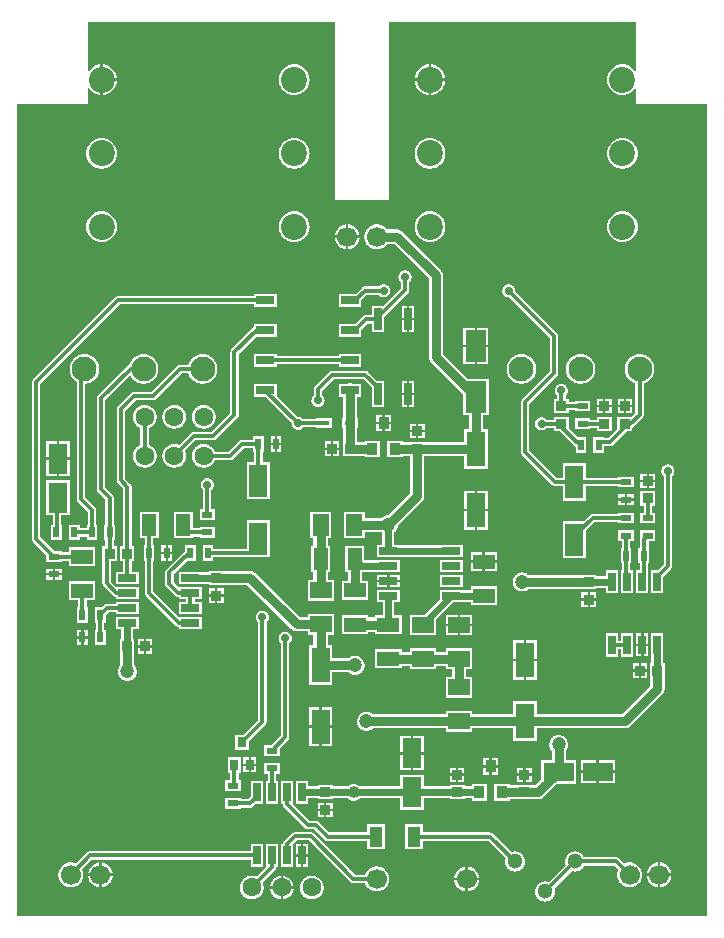
<source format=gtl>
%FSLAX46Y46*%
%MOMM*%
%ADD10C,0.300000*%
%ADD12C,0.600000*%
%ADD11C,0.800000*%
%AMPS39*
1,1,2.100000,0.000000,0.000000*
%
%ADD39PS39*%
%AMPS55*
1,1,1.600000,0.000000,0.000000*
%
%ADD55PS55*%
%AMPS61*
1,1,1.300000,0.000000,0.000000*
%
%ADD61PS61*%
%AMPS36*
1,1,2.200000,0.000000,0.000000*
%
%ADD36PS36*%
%AMPS33*
1,1,1.700000,0.000000,0.000000*
%
%ADD33PS33*%
%AMPS52*
1,1,1.700000,0.000000,0.000000*
%
%ADD52PS52*%
%AMPS56*
1,1,1.700000,0.000000,0.000000*
%
%ADD56PS56*%
%AMPS53*
21,1,1.594948,2.741421,0.000000,0.000000,0.000000*
%
%ADD53PS53*%
%AMPS54*
21,1,1.594948,2.741421,0.000000,0.000000,180.000000*
%
%ADD54PS54*%
%AMPS40*
21,1,1.600000,2.950000,0.000000,0.000000,0.000000*
%
%ADD40PS40*%
%AMPS41*
21,1,1.600000,2.950000,0.000000,0.000000,180.000000*
%
%ADD41PS41*%
%AMPS49*
21,1,0.600000,1.550000,0.000000,0.000000,0.000000*
%
%ADD49PS49*%
%AMPS57*
21,1,0.600000,1.550000,0.000000,0.000000,90.000000*
%
%ADD57PS57*%
%AMPS48*
21,1,0.600000,1.550000,0.000000,0.000000,180.000000*
%
%ADD48PS48*%
%AMPS58*
21,1,0.600000,1.550000,0.000000,0.000000,270.000000*
%
%ADD58PS58*%
%AMPS28*
21,1,1.600000,2.500000,0.000000,0.000000,0.000000*
%
%ADD28PS28*%
%AMPS21*
21,1,1.600000,2.500000,0.000000,0.000000,90.000000*
%
%ADD21PS21*%
%AMPS27*
21,1,1.600000,2.500000,0.000000,0.000000,180.000000*
%
%ADD27PS27*%
%AMPS22*
21,1,1.600000,2.500000,0.000000,0.000000,270.000000*
%
%ADD22PS22*%
%AMPS34*
21,1,0.900000,1.000000,0.000000,0.000000,0.000000*
%
%ADD34PS34*%
%AMPS35*
21,1,0.900000,1.000000,0.000000,0.000000,180.000000*
%
%ADD35PS35*%
%AMPS37*
21,1,0.400000,0.900000,0.000000,0.000000,90.000000*
%
%ADD37PS37*%
%AMPS38*
21,1,0.400000,0.900000,0.000000,0.000000,270.000000*
%
%ADD38PS38*%
%AMPS24*
21,1,0.600000,1.800000,0.000000,0.000000,0.000000*
%
%ADD24PS24*%
%AMPS23*
21,1,0.600000,1.800000,0.000000,0.000000,180.000000*
%
%ADD23PS23*%
%AMPS26*
21,1,0.701421,1.491421,0.000000,0.000000,90.000000*
%
%ADD26PS26*%
%AMPS25*
21,1,0.701421,1.491421,0.000000,0.000000,270.000000*
%
%ADD25PS25*%
%AMPS42*
21,1,1.800000,1.340000,0.000000,0.000000,0.000000*
%
%ADD42PS42*%
%AMPS46*
21,1,1.800000,1.340000,0.000000,0.000000,90.000000*
%
%ADD46PS46*%
%AMPS43*
21,1,1.800000,1.340000,0.000000,0.000000,180.000000*
%
%ADD43PS43*%
%AMPS47*
21,1,1.800000,1.340000,0.000000,0.000000,270.000000*
%
%ADD47PS47*%
%AMPS18*
21,1,1.800000,1.200000,0.000000,0.000000,0.000000*
%
%ADD18PS18*%
%AMPS51*
21,1,1.800000,1.200000,0.000000,0.000000,90.000000*
%
%ADD51PS51*%
%AMPS17*
21,1,1.800000,1.200000,0.000000,0.000000,180.000000*
%
%ADD17PS17*%
%AMPS50*
21,1,1.800000,1.200000,0.000000,0.000000,270.000000*
%
%ADD50PS50*%
%AMPS31*
21,1,0.900000,0.500000,0.000000,0.000000,0.000000*
%
%ADD31PS31*%
%AMPS20*
21,1,0.900000,0.500000,0.000000,0.000000,90.000000*
%
%ADD20PS20*%
%AMPS32*
21,1,0.900000,0.500000,0.000000,0.000000,180.000000*
%
%ADD32PS32*%
%AMPS19*
21,1,0.900000,0.500000,0.000000,0.000000,270.000000*
%
%ADD19PS19*%
%AMPS60*
21,1,1.700000,1.100000,0.000000,0.000000,90.000000*
%
%ADD60PS60*%
%AMPS59*
21,1,1.700000,1.100000,0.000000,0.000000,270.000000*
%
%ADD59PS59*%
%AMPS44*
21,1,0.700000,0.900000,0.000000,0.000000,0.000000*
%
%ADD44PS44*%
%AMPS45*
21,1,0.700000,0.900000,0.000000,0.000000,180.000000*
%
%ADD45PS45*%
%AMPS16*
21,1,0.850000,0.800000,0.000000,0.000000,0.000000*
%
%ADD16PS16*%
%AMPS14*
21,1,0.850000,0.800000,0.000000,0.000000,90.000000*
%
%ADD14PS14*%
%AMPS15*
21,1,0.850000,0.800000,0.000000,0.000000,180.000000*
%
%ADD15PS15*%
%AMPS13*
21,1,0.850000,0.800000,0.000000,0.000000,270.000000*
%
%ADD13PS13*%
%AMPS30*
21,1,1.750000,2.650000,0.000000,0.000000,0.000000*
%
%ADD30PS30*%
%AMPS29*
21,1,1.750000,2.650000,0.000000,0.000000,180.000000*
%
%ADD29PS29*%
%AMPS64*
1,1,1.200000,0.000000,0.000000*
%
%ADD64PS64*%
%AMPS65*
1,1,1.000000,0.000000,0.000000*
%
%ADD65PS65*%
%AMPS63*
1,1,0.700000,0.000000,0.000000*
%
%ADD63PS63*%
%AMPS62*
1,1,0.700000,0.000000,0.000000*
%
%ADD62PS62*%
G01*
%LPD*%
G36*
X58690000Y310000D02*
X58690000Y68990000D01*
X52690000Y68990000D01*
X52690000Y70333424D01*
X52621368Y70356097D01*
X52558973Y70271966D01*
X52472949Y70177051D01*
X52378034Y70091027D01*
X52275155Y70014726D01*
X52165298Y69948880D01*
X52049490Y69894108D01*
X51928897Y69850958D01*
X51804639Y69819833D01*
X51677936Y69801038D01*
X51550000Y69794753D01*
X51422064Y69801038D01*
X51295361Y69819833D01*
X51171103Y69850958D01*
X51050510Y69894108D01*
X50934702Y69948880D01*
X50824845Y70014726D01*
X50721966Y70091027D01*
X50627051Y70177051D01*
X50541027Y70271966D01*
X50464726Y70374845D01*
X50398880Y70484702D01*
X50344108Y70600510D01*
X50300958Y70721103D01*
X50269833Y70845361D01*
X50251038Y70972064D01*
X50244753Y71100000D01*
X50251038Y71227936D01*
X50269833Y71354639D01*
X50300958Y71478897D01*
X50344108Y71599490D01*
X50398880Y71715298D01*
X50464726Y71825155D01*
X50541027Y71928034D01*
X50627051Y72022949D01*
X50721966Y72108973D01*
X50824845Y72185274D01*
X50934702Y72251120D01*
X51050510Y72305892D01*
X51171103Y72349042D01*
X51295361Y72380167D01*
X51422064Y72398962D01*
X51550000Y72405247D01*
X51677936Y72398962D01*
X51804639Y72380167D01*
X51928897Y72349042D01*
X52049490Y72305892D01*
X52165298Y72251120D01*
X52275155Y72185274D01*
X52378034Y72108973D01*
X52472949Y72022949D01*
X52558973Y71928034D01*
X52621368Y71843903D01*
X52690000Y71866576D01*
X52690000Y75990000D01*
X31810000Y75990000D01*
X31810000Y60890000D01*
X27190000Y60890000D01*
X27190000Y75990000D01*
X6310000Y75990000D01*
X6310000Y71858184D01*
X6378632Y71835511D01*
X6444901Y71924865D01*
X6530591Y72019409D01*
X6625135Y72105099D01*
X6727626Y72181112D01*
X6837062Y72246705D01*
X6952426Y72301268D01*
X7072556Y72344252D01*
X7196338Y72375257D01*
X7322554Y72393980D01*
X7350000Y72395328D01*
X7350000Y69804672D01*
X7322554Y69806020D01*
X7196338Y69824743D01*
X7072556Y69855748D01*
X6952426Y69898732D01*
X6837062Y69953295D01*
X6727626Y70018888D01*
X6625135Y70094901D01*
X6530591Y70180591D01*
X6444901Y70275135D01*
X6378632Y70364489D01*
X6310000Y70341816D01*
X6310000Y68990000D01*
X310000Y68990000D01*
X310000Y310000D01*
X58690000Y310000D01*
D02*
G37*
%LPC*%
G36*
X23750000Y69794753D02*
X23622064Y69801038D01*
X23495361Y69819833D01*
X23371103Y69850958D01*
X23250510Y69894108D01*
X23134702Y69948880D01*
X23024845Y70014726D01*
X22921966Y70091027D01*
X22827051Y70177051D01*
X22741027Y70271966D01*
X22664726Y70374845D01*
X22598880Y70484702D01*
X22544108Y70600510D01*
X22500958Y70721103D01*
X22469833Y70845361D01*
X22451038Y70972064D01*
X22444753Y71100000D01*
X22451038Y71227936D01*
X22469833Y71354639D01*
X22500958Y71478897D01*
X22544108Y71599490D01*
X22598880Y71715298D01*
X22664726Y71825155D01*
X22741027Y71928034D01*
X22827051Y72022949D01*
X22921966Y72108973D01*
X23024845Y72185274D01*
X23134702Y72251120D01*
X23250510Y72305892D01*
X23371103Y72349042D01*
X23495361Y72380167D01*
X23622064Y72398962D01*
X23750000Y72405247D01*
X23877936Y72398962D01*
X24004639Y72380167D01*
X24128897Y72349042D01*
X24249490Y72305892D01*
X24365298Y72251120D01*
X24475155Y72185274D01*
X24578034Y72108973D01*
X24672949Y72022949D01*
X24758973Y71928034D01*
X24835274Y71825155D01*
X24901120Y71715298D01*
X24955892Y71599490D01*
X24999042Y71478897D01*
X25030167Y71354639D01*
X25048962Y71227936D01*
X25055247Y71100000D01*
X25048962Y70972064D01*
X25030167Y70845361D01*
X24999042Y70721103D01*
X24955892Y70600510D01*
X24901120Y70484702D01*
X24835274Y70374845D01*
X24758973Y70271966D01*
X24672949Y70177051D01*
X24578034Y70091027D01*
X24475155Y70014726D01*
X24365298Y69948880D01*
X24249490Y69894108D01*
X24128897Y69850958D01*
X24004639Y69819833D01*
X23877936Y69801038D01*
X23750000Y69794753D01*
D02*
G37*
%LPC*%
G36*
X8745328Y71200000D02*
X7550000Y71200000D01*
X7550000Y72395328D01*
X7577446Y72393980D01*
X7703662Y72375257D01*
X7827444Y72344252D01*
X7947574Y72301268D01*
X8062938Y72246705D01*
X8172374Y72181112D01*
X8274865Y72105099D01*
X8369409Y72019409D01*
X8455099Y71924865D01*
X8531112Y71822374D01*
X8596705Y71712938D01*
X8651268Y71597574D01*
X8694252Y71477444D01*
X8725257Y71353662D01*
X8743980Y71227446D01*
X8745328Y71200000D01*
D02*
G37*
%LPC*%
G36*
X35150000Y71200000D02*
X33954672Y71200000D01*
X33956020Y71227446D01*
X33974743Y71353662D01*
X34005748Y71477444D01*
X34048732Y71597574D01*
X34103295Y71712938D01*
X34168888Y71822374D01*
X34244901Y71924865D01*
X34330591Y72019409D01*
X34425135Y72105099D01*
X34527626Y72181112D01*
X34637062Y72246705D01*
X34752426Y72301268D01*
X34872556Y72344252D01*
X34996338Y72375257D01*
X35122554Y72393980D01*
X35150000Y72395328D01*
X35150000Y71200000D01*
D02*
G37*
%LPC*%
G36*
X36545328Y71200000D02*
X35350000Y71200000D01*
X35350000Y72395328D01*
X35377446Y72393980D01*
X35503662Y72375257D01*
X35627444Y72344252D01*
X35747574Y72301268D01*
X35862938Y72246705D01*
X35972374Y72181112D01*
X36074865Y72105099D01*
X36169409Y72019409D01*
X36255099Y71924865D01*
X36331112Y71822374D01*
X36396705Y71712938D01*
X36451268Y71597574D01*
X36494252Y71477444D01*
X36525257Y71353662D01*
X36543980Y71227446D01*
X36545328Y71200000D01*
D02*
G37*
%LPC*%
G36*
X35350000Y69804672D02*
X35350000Y71000000D01*
X36545328Y71000000D01*
X36543980Y70972554D01*
X36525257Y70846338D01*
X36494252Y70722556D01*
X36451268Y70602426D01*
X36396705Y70487062D01*
X36331112Y70377626D01*
X36255099Y70275135D01*
X36169409Y70180591D01*
X36074865Y70094901D01*
X35972374Y70018888D01*
X35862938Y69953295D01*
X35747574Y69898732D01*
X35627444Y69855748D01*
X35503662Y69824743D01*
X35377446Y69806020D01*
X35350000Y69804672D01*
D02*
G37*
%LPC*%
G36*
X35150000Y69804672D02*
X35122554Y69806020D01*
X34996338Y69824743D01*
X34872556Y69855748D01*
X34752426Y69898732D01*
X34637062Y69953295D01*
X34527626Y70018888D01*
X34425135Y70094901D01*
X34330591Y70180591D01*
X34244901Y70275135D01*
X34168888Y70377626D01*
X34103295Y70487062D01*
X34048732Y70602426D01*
X34005748Y70722556D01*
X33974743Y70846338D01*
X33956020Y70972554D01*
X33954672Y71000000D01*
X35150000Y71000000D01*
X35150000Y69804672D01*
D02*
G37*
%LPC*%
G36*
X7550000Y69804672D02*
X7550000Y71000000D01*
X8745328Y71000000D01*
X8743980Y70972554D01*
X8725257Y70846338D01*
X8694252Y70722556D01*
X8651268Y70602426D01*
X8596705Y70487062D01*
X8531112Y70377626D01*
X8455099Y70275135D01*
X8369409Y70180591D01*
X8274865Y70094901D01*
X8172374Y70018888D01*
X8062938Y69953295D01*
X7947574Y69898732D01*
X7827444Y69855748D01*
X7703662Y69824743D01*
X7577446Y69806020D01*
X7550000Y69804672D01*
D02*
G37*
%LPC*%
G36*
X7450000Y63544753D02*
X7322064Y63551038D01*
X7195361Y63569833D01*
X7071103Y63600958D01*
X6950510Y63644108D01*
X6834702Y63698880D01*
X6724845Y63764726D01*
X6621966Y63841027D01*
X6527051Y63927051D01*
X6441027Y64021966D01*
X6364726Y64124845D01*
X6298880Y64234702D01*
X6244108Y64350510D01*
X6200958Y64471103D01*
X6169833Y64595361D01*
X6151038Y64722064D01*
X6144753Y64850000D01*
X6151038Y64977936D01*
X6169833Y65104639D01*
X6200958Y65228897D01*
X6244108Y65349490D01*
X6298880Y65465298D01*
X6364726Y65575155D01*
X6441027Y65678034D01*
X6527051Y65772949D01*
X6621966Y65858973D01*
X6724845Y65935274D01*
X6834702Y66001120D01*
X6950510Y66055892D01*
X7071103Y66099042D01*
X7195361Y66130167D01*
X7322064Y66148962D01*
X7450000Y66155247D01*
X7577936Y66148962D01*
X7704639Y66130167D01*
X7828897Y66099042D01*
X7949490Y66055892D01*
X8065298Y66001120D01*
X8175155Y65935274D01*
X8278034Y65858973D01*
X8372949Y65772949D01*
X8458973Y65678034D01*
X8535274Y65575155D01*
X8601120Y65465298D01*
X8655892Y65349490D01*
X8699042Y65228897D01*
X8730167Y65104639D01*
X8748962Y64977936D01*
X8755247Y64850000D01*
X8748962Y64722064D01*
X8730167Y64595361D01*
X8699042Y64471103D01*
X8655892Y64350510D01*
X8601120Y64234702D01*
X8535274Y64124845D01*
X8458973Y64021966D01*
X8372949Y63927051D01*
X8278034Y63841027D01*
X8175155Y63764726D01*
X8065298Y63698880D01*
X7949490Y63644108D01*
X7828897Y63600958D01*
X7704639Y63569833D01*
X7577936Y63551038D01*
X7450000Y63544753D01*
D02*
G37*
%LPC*%
G36*
X23750000Y63544753D02*
X23622064Y63551038D01*
X23495361Y63569833D01*
X23371103Y63600958D01*
X23250510Y63644108D01*
X23134702Y63698880D01*
X23024845Y63764726D01*
X22921966Y63841027D01*
X22827051Y63927051D01*
X22741027Y64021966D01*
X22664726Y64124845D01*
X22598880Y64234702D01*
X22544108Y64350510D01*
X22500958Y64471103D01*
X22469833Y64595361D01*
X22451038Y64722064D01*
X22444753Y64850000D01*
X22451038Y64977936D01*
X22469833Y65104639D01*
X22500958Y65228897D01*
X22544108Y65349490D01*
X22598880Y65465298D01*
X22664726Y65575155D01*
X22741027Y65678034D01*
X22827051Y65772949D01*
X22921966Y65858973D01*
X23024845Y65935274D01*
X23134702Y66001120D01*
X23250510Y66055892D01*
X23371103Y66099042D01*
X23495361Y66130167D01*
X23622064Y66148962D01*
X23750000Y66155247D01*
X23877936Y66148962D01*
X24004639Y66130167D01*
X24128897Y66099042D01*
X24249490Y66055892D01*
X24365298Y66001120D01*
X24475155Y65935274D01*
X24578034Y65858973D01*
X24672949Y65772949D01*
X24758973Y65678034D01*
X24835274Y65575155D01*
X24901120Y65465298D01*
X24955892Y65349490D01*
X24999042Y65228897D01*
X25030167Y65104639D01*
X25048962Y64977936D01*
X25055247Y64850000D01*
X25048962Y64722064D01*
X25030167Y64595361D01*
X24999042Y64471103D01*
X24955892Y64350510D01*
X24901120Y64234702D01*
X24835274Y64124845D01*
X24758973Y64021966D01*
X24672949Y63927051D01*
X24578034Y63841027D01*
X24475155Y63764726D01*
X24365298Y63698880D01*
X24249490Y63644108D01*
X24128897Y63600958D01*
X24004639Y63569833D01*
X23877936Y63551038D01*
X23750000Y63544753D01*
D02*
G37*
%LPC*%
G36*
X35250000Y63544753D02*
X35122064Y63551038D01*
X34995361Y63569833D01*
X34871103Y63600958D01*
X34750510Y63644108D01*
X34634702Y63698880D01*
X34524845Y63764726D01*
X34421966Y63841027D01*
X34327051Y63927051D01*
X34241027Y64021966D01*
X34164726Y64124845D01*
X34098880Y64234702D01*
X34044108Y64350510D01*
X34000958Y64471103D01*
X33969833Y64595361D01*
X33951038Y64722064D01*
X33944753Y64850000D01*
X33951038Y64977936D01*
X33969833Y65104639D01*
X34000958Y65228897D01*
X34044108Y65349490D01*
X34098880Y65465298D01*
X34164726Y65575155D01*
X34241027Y65678034D01*
X34327051Y65772949D01*
X34421966Y65858973D01*
X34524845Y65935274D01*
X34634702Y66001120D01*
X34750510Y66055892D01*
X34871103Y66099042D01*
X34995361Y66130167D01*
X35122064Y66148962D01*
X35250000Y66155247D01*
X35377936Y66148962D01*
X35504639Y66130167D01*
X35628897Y66099042D01*
X35749490Y66055892D01*
X35865298Y66001120D01*
X35975155Y65935274D01*
X36078034Y65858973D01*
X36172949Y65772949D01*
X36258973Y65678034D01*
X36335274Y65575155D01*
X36401120Y65465298D01*
X36455892Y65349490D01*
X36499042Y65228897D01*
X36530167Y65104639D01*
X36548962Y64977936D01*
X36555247Y64850000D01*
X36548962Y64722064D01*
X36530167Y64595361D01*
X36499042Y64471103D01*
X36455892Y64350510D01*
X36401120Y64234702D01*
X36335274Y64124845D01*
X36258973Y64021966D01*
X36172949Y63927051D01*
X36078034Y63841027D01*
X35975155Y63764726D01*
X35865298Y63698880D01*
X35749490Y63644108D01*
X35628897Y63600958D01*
X35504639Y63569833D01*
X35377936Y63551038D01*
X35250000Y63544753D01*
D02*
G37*
%LPC*%
G36*
X51550000Y63544753D02*
X51422064Y63551038D01*
X51295361Y63569833D01*
X51171103Y63600958D01*
X51050510Y63644108D01*
X50934702Y63698880D01*
X50824845Y63764726D01*
X50721966Y63841027D01*
X50627051Y63927051D01*
X50541027Y64021966D01*
X50464726Y64124845D01*
X50398880Y64234702D01*
X50344108Y64350510D01*
X50300958Y64471103D01*
X50269833Y64595361D01*
X50251038Y64722064D01*
X50244753Y64850000D01*
X50251038Y64977936D01*
X50269833Y65104639D01*
X50300958Y65228897D01*
X50344108Y65349490D01*
X50398880Y65465298D01*
X50464726Y65575155D01*
X50541027Y65678034D01*
X50627051Y65772949D01*
X50721966Y65858973D01*
X50824845Y65935274D01*
X50934702Y66001120D01*
X51050510Y66055892D01*
X51171103Y66099042D01*
X51295361Y66130167D01*
X51422064Y66148962D01*
X51550000Y66155247D01*
X51677936Y66148962D01*
X51804639Y66130167D01*
X51928897Y66099042D01*
X52049490Y66055892D01*
X52165298Y66001120D01*
X52275155Y65935274D01*
X52378034Y65858973D01*
X52472949Y65772949D01*
X52558973Y65678034D01*
X52635274Y65575155D01*
X52701120Y65465298D01*
X52755892Y65349490D01*
X52799042Y65228897D01*
X52830167Y65104639D01*
X52848962Y64977936D01*
X52855247Y64850000D01*
X52848962Y64722064D01*
X52830167Y64595361D01*
X52799042Y64471103D01*
X52755892Y64350510D01*
X52701120Y64234702D01*
X52635274Y64124845D01*
X52558973Y64021966D01*
X52472949Y63927051D01*
X52378034Y63841027D01*
X52275155Y63764726D01*
X52165298Y63698880D01*
X52049490Y63644108D01*
X51928897Y63600958D01*
X51804639Y63569833D01*
X51677936Y63551038D01*
X51550000Y63544753D01*
D02*
G37*
%LPC*%
G36*
X7450000Y57344753D02*
X7322064Y57351038D01*
X7195361Y57369833D01*
X7071103Y57400958D01*
X6950510Y57444108D01*
X6834702Y57498880D01*
X6724845Y57564726D01*
X6621966Y57641027D01*
X6527051Y57727051D01*
X6441027Y57821966D01*
X6364726Y57924845D01*
X6298880Y58034702D01*
X6244108Y58150510D01*
X6200958Y58271103D01*
X6169833Y58395361D01*
X6151038Y58522064D01*
X6144753Y58650000D01*
X6151038Y58777936D01*
X6169833Y58904639D01*
X6200958Y59028897D01*
X6244108Y59149490D01*
X6298880Y59265298D01*
X6364726Y59375155D01*
X6441027Y59478034D01*
X6527051Y59572949D01*
X6621966Y59658973D01*
X6724845Y59735274D01*
X6834702Y59801120D01*
X6950510Y59855892D01*
X7071103Y59899042D01*
X7195361Y59930167D01*
X7322064Y59948962D01*
X7450000Y59955247D01*
X7577936Y59948962D01*
X7704639Y59930167D01*
X7828897Y59899042D01*
X7949490Y59855892D01*
X8065298Y59801120D01*
X8175155Y59735274D01*
X8278034Y59658973D01*
X8372949Y59572949D01*
X8458973Y59478034D01*
X8535274Y59375155D01*
X8601120Y59265298D01*
X8655892Y59149490D01*
X8699042Y59028897D01*
X8730167Y58904639D01*
X8748962Y58777936D01*
X8755247Y58650000D01*
X8748962Y58522064D01*
X8730167Y58395361D01*
X8699042Y58271103D01*
X8655892Y58150510D01*
X8601120Y58034702D01*
X8535274Y57924845D01*
X8458973Y57821966D01*
X8372949Y57727051D01*
X8278034Y57641027D01*
X8175155Y57564726D01*
X8065298Y57498880D01*
X7949490Y57444108D01*
X7828897Y57400958D01*
X7704639Y57369833D01*
X7577936Y57351038D01*
X7450000Y57344753D01*
D02*
G37*
%LPC*%
G36*
X23750000Y57344753D02*
X23622064Y57351038D01*
X23495361Y57369833D01*
X23371103Y57400958D01*
X23250510Y57444108D01*
X23134702Y57498880D01*
X23024845Y57564726D01*
X22921966Y57641027D01*
X22827051Y57727051D01*
X22741027Y57821966D01*
X22664726Y57924845D01*
X22598880Y58034702D01*
X22544108Y58150510D01*
X22500958Y58271103D01*
X22469833Y58395361D01*
X22451038Y58522064D01*
X22444753Y58650000D01*
X22451038Y58777936D01*
X22469833Y58904639D01*
X22500958Y59028897D01*
X22544108Y59149490D01*
X22598880Y59265298D01*
X22664726Y59375155D01*
X22741027Y59478034D01*
X22827051Y59572949D01*
X22921966Y59658973D01*
X23024845Y59735274D01*
X23134702Y59801120D01*
X23250510Y59855892D01*
X23371103Y59899042D01*
X23495361Y59930167D01*
X23622064Y59948962D01*
X23750000Y59955247D01*
X23877936Y59948962D01*
X24004639Y59930167D01*
X24128897Y59899042D01*
X24249490Y59855892D01*
X24365298Y59801120D01*
X24475155Y59735274D01*
X24578034Y59658973D01*
X24672949Y59572949D01*
X24758973Y59478034D01*
X24835274Y59375155D01*
X24901120Y59265298D01*
X24955892Y59149490D01*
X24999042Y59028897D01*
X25030167Y58904639D01*
X25048962Y58777936D01*
X25055247Y58650000D01*
X25048962Y58522064D01*
X25030167Y58395361D01*
X24999042Y58271103D01*
X24955892Y58150510D01*
X24901120Y58034702D01*
X24835274Y57924845D01*
X24758973Y57821966D01*
X24672949Y57727051D01*
X24578034Y57641027D01*
X24475155Y57564726D01*
X24365298Y57498880D01*
X24249490Y57444108D01*
X24128897Y57400958D01*
X24004639Y57369833D01*
X23877936Y57351038D01*
X23750000Y57344753D01*
D02*
G37*
%LPC*%
G36*
X35250000Y57344753D02*
X35122064Y57351038D01*
X34995361Y57369833D01*
X34871103Y57400958D01*
X34750510Y57444108D01*
X34634702Y57498880D01*
X34524845Y57564726D01*
X34421966Y57641027D01*
X34327051Y57727051D01*
X34241027Y57821966D01*
X34164726Y57924845D01*
X34098880Y58034702D01*
X34044108Y58150510D01*
X34000958Y58271103D01*
X33969833Y58395361D01*
X33951038Y58522064D01*
X33944753Y58650000D01*
X33951038Y58777936D01*
X33969833Y58904639D01*
X34000958Y59028897D01*
X34044108Y59149490D01*
X34098880Y59265298D01*
X34164726Y59375155D01*
X34241027Y59478034D01*
X34327051Y59572949D01*
X34421966Y59658973D01*
X34524845Y59735274D01*
X34634702Y59801120D01*
X34750510Y59855892D01*
X34871103Y59899042D01*
X34995361Y59930167D01*
X35122064Y59948962D01*
X35250000Y59955247D01*
X35377936Y59948962D01*
X35504639Y59930167D01*
X35628897Y59899042D01*
X35749490Y59855892D01*
X35865298Y59801120D01*
X35975155Y59735274D01*
X36078034Y59658973D01*
X36172949Y59572949D01*
X36258973Y59478034D01*
X36335274Y59375155D01*
X36401120Y59265298D01*
X36455892Y59149490D01*
X36499042Y59028897D01*
X36530167Y58904639D01*
X36548962Y58777936D01*
X36555247Y58650000D01*
X36548962Y58522064D01*
X36530167Y58395361D01*
X36499042Y58271103D01*
X36455892Y58150510D01*
X36401120Y58034702D01*
X36335274Y57924845D01*
X36258973Y57821966D01*
X36172949Y57727051D01*
X36078034Y57641027D01*
X35975155Y57564726D01*
X35865298Y57498880D01*
X35749490Y57444108D01*
X35628897Y57400958D01*
X35504639Y57369833D01*
X35377936Y57351038D01*
X35250000Y57344753D01*
D02*
G37*
%LPC*%
G36*
X51550000Y57344753D02*
X51422064Y57351038D01*
X51295361Y57369833D01*
X51171103Y57400958D01*
X51050510Y57444108D01*
X50934702Y57498880D01*
X50824845Y57564726D01*
X50721966Y57641027D01*
X50627051Y57727051D01*
X50541027Y57821966D01*
X50464726Y57924845D01*
X50398880Y58034702D01*
X50344108Y58150510D01*
X50300958Y58271103D01*
X50269833Y58395361D01*
X50251038Y58522064D01*
X50244753Y58650000D01*
X50251038Y58777936D01*
X50269833Y58904639D01*
X50300958Y59028897D01*
X50344108Y59149490D01*
X50398880Y59265298D01*
X50464726Y59375155D01*
X50541027Y59478034D01*
X50627051Y59572949D01*
X50721966Y59658973D01*
X50824845Y59735274D01*
X50934702Y59801120D01*
X51050510Y59855892D01*
X51171103Y59899042D01*
X51295361Y59930167D01*
X51422064Y59948962D01*
X51550000Y59955247D01*
X51677936Y59948962D01*
X51804639Y59930167D01*
X51928897Y59899042D01*
X52049490Y59855892D01*
X52165298Y59801120D01*
X52275155Y59735274D01*
X52378034Y59658973D01*
X52472949Y59572949D01*
X52558973Y59478034D01*
X52635274Y59375155D01*
X52701120Y59265298D01*
X52755892Y59149490D01*
X52799042Y59028897D01*
X52830167Y58904639D01*
X52848962Y58777936D01*
X52855247Y58650000D01*
X52848962Y58522064D01*
X52830167Y58395361D01*
X52799042Y58271103D01*
X52755892Y58150510D01*
X52701120Y58034702D01*
X52635274Y57924845D01*
X52558973Y57821966D01*
X52472949Y57727051D01*
X52378034Y57641027D01*
X52275155Y57564726D01*
X52165298Y57498880D01*
X52049490Y57444108D01*
X51928897Y57400958D01*
X51804639Y57369833D01*
X51677936Y57351038D01*
X51550000Y57344753D01*
D02*
G37*
%LPC*%
G36*
X38050000Y30705000D02*
X30750000Y30705000D01*
X30750000Y31715000D01*
X31225000Y31715000D01*
X31225000Y32795000D01*
X29738883Y32795000D01*
X29738883Y32295000D01*
X27988883Y32295000D01*
X27988883Y34505000D01*
X29738883Y34505000D01*
X29738883Y34005000D01*
X31199889Y34005000D01*
X31219159Y34022465D01*
X31282629Y34069539D01*
X31350408Y34110163D01*
X31421843Y34143949D01*
X31496245Y34170572D01*
X31572908Y34189775D01*
X31651070Y34201368D01*
X31677047Y34202644D01*
X33575000Y36100597D01*
X33575000Y39225000D01*
X32935000Y39225000D01*
X32935000Y39125000D01*
X31625000Y39125000D01*
X31625000Y40535000D01*
X32935000Y40535000D01*
X32935000Y40435000D01*
X38125000Y40435000D01*
X38125000Y41510000D01*
X38525000Y41510000D01*
X38525000Y42720000D01*
X38050000Y42720000D01*
X38050000Y44474403D01*
X35369444Y47154959D01*
X35361596Y47161380D01*
X35286136Y47253327D01*
X35230137Y47358095D01*
X35195650Y47471779D01*
X35185000Y47579927D01*
X35185000Y54259403D01*
X32249403Y57195000D01*
X31613509Y57195000D01*
X31565720Y57130563D01*
X31496172Y57053828D01*
X31419437Y56984280D01*
X31336267Y56922596D01*
X31247441Y56869355D01*
X31153819Y56825077D01*
X31056329Y56790194D01*
X30955867Y56765029D01*
X30853432Y56749834D01*
X30750000Y56744753D01*
X30646568Y56749834D01*
X30544133Y56765029D01*
X30443671Y56790194D01*
X30346181Y56825077D01*
X30252559Y56869355D01*
X30163733Y56922596D01*
X30080563Y56984280D01*
X30003828Y57053828D01*
X29934280Y57130563D01*
X29872596Y57213733D01*
X29819355Y57302559D01*
X29775077Y57396181D01*
X29740194Y57493671D01*
X29715029Y57594133D01*
X29699834Y57696568D01*
X29694753Y57800000D01*
X29699834Y57903432D01*
X29715029Y58005867D01*
X29740194Y58106329D01*
X29775077Y58203819D01*
X29819355Y58297441D01*
X29872596Y58386267D01*
X29934280Y58469437D01*
X30003828Y58546172D01*
X30080563Y58615720D01*
X30163733Y58677404D01*
X30252559Y58730645D01*
X30346181Y58774923D01*
X30443671Y58809806D01*
X30544133Y58834971D01*
X30646568Y58850166D01*
X30750000Y58855247D01*
X30853432Y58850166D01*
X30955867Y58834971D01*
X31056329Y58809806D01*
X31153819Y58774923D01*
X31247441Y58730645D01*
X31336267Y58677404D01*
X31419437Y58615720D01*
X31496172Y58546172D01*
X31565720Y58469437D01*
X31613509Y58405000D01*
X32510074Y58405000D01*
X32618222Y58394348D01*
X32731904Y58359862D01*
X32836672Y58303863D01*
X32920680Y58234918D01*
X36224918Y54930680D01*
X36293863Y54846672D01*
X36349862Y54741904D01*
X36384348Y54628222D01*
X36395000Y54520074D01*
X36395000Y47840597D01*
X38455597Y45780000D01*
X40210000Y45780000D01*
X40210000Y42720000D01*
X39735000Y42720000D01*
X39735000Y41510000D01*
X40135000Y41510000D01*
X40135000Y38150000D01*
X38125000Y38150000D01*
X38125000Y39225000D01*
X34785000Y39225000D01*
X34785000Y35839927D01*
X34774348Y35731777D01*
X34739862Y35618095D01*
X34683863Y35513327D01*
X34608993Y35422100D01*
X34601218Y35415620D01*
X32532644Y33347047D01*
X32531368Y33321070D01*
X32519775Y33242908D01*
X32500572Y33166245D01*
X32473949Y33091843D01*
X32440163Y33020408D01*
X32399539Y32952629D01*
X32352465Y32889158D01*
X32299396Y32830604D01*
X32235000Y32772241D01*
X32235000Y31715000D01*
X38050000Y31715000D01*
X38050000Y30705000D01*
D02*
G37*
%LPC*%
G36*
X28150000Y57900000D02*
X27204672Y57900000D01*
X27204816Y57902942D01*
X27219939Y58004890D01*
X27244983Y58104873D01*
X27279703Y58201907D01*
X27323772Y58295085D01*
X27376755Y58383482D01*
X27438150Y58466261D01*
X27507368Y58542632D01*
X27583739Y58611850D01*
X27666518Y58673245D01*
X27754915Y58726228D01*
X27848093Y58770297D01*
X27945127Y58805017D01*
X28045110Y58830061D01*
X28147058Y58845184D01*
X28150000Y58845328D01*
X28150000Y57900000D01*
D02*
G37*
%LPC*%
G36*
X29295328Y57900000D02*
X28350000Y57900000D01*
X28350000Y58845328D01*
X28352942Y58845184D01*
X28454890Y58830061D01*
X28554873Y58805017D01*
X28651907Y58770297D01*
X28745085Y58726228D01*
X28833482Y58673245D01*
X28916261Y58611850D01*
X28992632Y58542632D01*
X29061850Y58466261D01*
X29123245Y58383482D01*
X29176228Y58295085D01*
X29220297Y58201907D01*
X29255017Y58104873D01*
X29280061Y58004890D01*
X29295184Y57902942D01*
X29295328Y57900000D01*
D02*
G37*
%LPC*%
G36*
X28350000Y56754672D02*
X28350000Y57700000D01*
X29295328Y57700000D01*
X29295184Y57697058D01*
X29280061Y57595110D01*
X29255017Y57495127D01*
X29220297Y57398093D01*
X29176228Y57304915D01*
X29123245Y57216518D01*
X29061850Y57133739D01*
X28992632Y57057368D01*
X28916261Y56988150D01*
X28833482Y56926755D01*
X28745085Y56873772D01*
X28651907Y56829703D01*
X28554873Y56794983D01*
X28454890Y56769939D01*
X28352942Y56754816D01*
X28350000Y56754672D01*
D02*
G37*
%LPC*%
G36*
X28150000Y56754672D02*
X28147058Y56754816D01*
X28045110Y56769939D01*
X27945127Y56794983D01*
X27848093Y56829703D01*
X27754915Y56873772D01*
X27666518Y56926755D01*
X27583739Y56988150D01*
X27507368Y57057368D01*
X27438150Y57133739D01*
X27376755Y57216518D01*
X27323772Y57304915D01*
X27279703Y57398093D01*
X27244983Y57495127D01*
X27219939Y57595110D01*
X27204816Y57697058D01*
X27204672Y57700000D01*
X28150000Y57700000D01*
X28150000Y56754672D01*
D02*
G37*
%LPC*%
G36*
X29425710Y49314290D02*
X27524290Y49314290D01*
X27524290Y50425710D01*
X28933665Y50425710D01*
X29552396Y51044441D01*
X29558879Y51052220D01*
X29612222Y51095996D01*
X29673771Y51128893D01*
X29740547Y51149150D01*
X29799925Y51155000D01*
X30365000Y51155000D01*
X30365000Y51905000D01*
X31292955Y51905000D01*
X32785000Y53397045D01*
X32785000Y53963286D01*
X32747381Y53997381D01*
X32710784Y54037761D01*
X32678328Y54081522D01*
X32650320Y54128251D01*
X32627018Y54177521D01*
X32608662Y54228820D01*
X32595423Y54281679D01*
X32587427Y54335574D01*
X32584753Y54390000D01*
X32587427Y54444426D01*
X32595423Y54498321D01*
X32608662Y54551180D01*
X32627018Y54602479D01*
X32650320Y54651749D01*
X32678328Y54698478D01*
X32710784Y54742239D01*
X32747381Y54782619D01*
X32787761Y54819216D01*
X32831522Y54851672D01*
X32878251Y54879680D01*
X32927521Y54902982D01*
X32978820Y54921338D01*
X33031679Y54934577D01*
X33085574Y54942573D01*
X33140000Y54945247D01*
X33194426Y54942573D01*
X33248321Y54934577D01*
X33301180Y54921338D01*
X33352479Y54902982D01*
X33401749Y54879680D01*
X33448478Y54851672D01*
X33492239Y54819216D01*
X33532619Y54782619D01*
X33569216Y54742239D01*
X33601672Y54698478D01*
X33629680Y54651749D01*
X33652982Y54602479D01*
X33671338Y54551180D01*
X33684577Y54498321D01*
X33692573Y54444426D01*
X33695247Y54390000D01*
X33692573Y54335574D01*
X33684577Y54281679D01*
X33671338Y54228820D01*
X33652982Y54177521D01*
X33629680Y54128251D01*
X33601672Y54081522D01*
X33569216Y54037761D01*
X33532619Y53997381D01*
X33495000Y53963286D01*
X33495000Y53239925D01*
X33489150Y53180547D01*
X33468893Y53113771D01*
X33435996Y53052222D01*
X33392220Y52998879D01*
X33384441Y52992396D01*
X31375000Y50982955D01*
X31375000Y49695000D01*
X30365000Y49695000D01*
X30365000Y50445000D01*
X29957045Y50445000D01*
X29425710Y49913665D01*
X29425710Y49314290D01*
D02*
G37*
%LPC*%
G36*
X29425710Y51854290D02*
X27524290Y51854290D01*
X27524290Y52965710D01*
X28953665Y52965710D01*
X29462396Y53474441D01*
X29468879Y53482220D01*
X29522222Y53525996D01*
X29583771Y53558893D01*
X29650547Y53579150D01*
X29709925Y53585000D01*
X30893286Y53585000D01*
X30927381Y53622619D01*
X30967761Y53659216D01*
X31011522Y53691672D01*
X31058251Y53719680D01*
X31107521Y53742982D01*
X31158820Y53761338D01*
X31211679Y53774577D01*
X31265574Y53782573D01*
X31320000Y53785247D01*
X31374426Y53782573D01*
X31428321Y53774577D01*
X31481180Y53761338D01*
X31532479Y53742982D01*
X31581749Y53719680D01*
X31628478Y53691672D01*
X31672239Y53659216D01*
X31712619Y53622619D01*
X31749216Y53582239D01*
X31781672Y53538478D01*
X31809680Y53491749D01*
X31832982Y53442479D01*
X31851338Y53391180D01*
X31864577Y53338321D01*
X31872573Y53284426D01*
X31875247Y53230000D01*
X31872573Y53175574D01*
X31864577Y53121679D01*
X31851338Y53068820D01*
X31832982Y53017521D01*
X31809680Y52968251D01*
X31781672Y52921522D01*
X31749216Y52877761D01*
X31712619Y52837381D01*
X31672239Y52800784D01*
X31628478Y52768328D01*
X31581749Y52740320D01*
X31532479Y52717018D01*
X31481180Y52698662D01*
X31428321Y52685423D01*
X31374426Y52677427D01*
X31320000Y52674753D01*
X31265574Y52677427D01*
X31211679Y52685423D01*
X31158820Y52698662D01*
X31107521Y52717018D01*
X31058251Y52740320D01*
X31011522Y52768328D01*
X30967761Y52800784D01*
X30927381Y52837381D01*
X30893286Y52875000D01*
X29867045Y52875000D01*
X29425710Y52433665D01*
X29425710Y51854290D01*
D02*
G37*
%LPC*%
G36*
X48492474Y35454289D02*
X46487526Y35454289D01*
X46487526Y36674999D01*
X45829928Y36674999D01*
X45770553Y36680846D01*
X45703771Y36701105D01*
X45642223Y36734002D01*
X45588158Y36778369D01*
X45581734Y36786221D01*
X43056222Y39311733D01*
X43048370Y39318157D01*
X43004003Y39372222D01*
X42971106Y39433770D01*
X42950847Y39500552D01*
X42945000Y39559927D01*
X42945000Y43780074D01*
X42950847Y43839448D01*
X42971106Y43906229D01*
X43004003Y43967777D01*
X43047779Y44021120D01*
X43055558Y44027603D01*
X45395000Y46367045D01*
X45395000Y49242955D01*
X41960710Y52677245D01*
X41909999Y52674753D01*
X41855574Y52677427D01*
X41801679Y52685423D01*
X41748820Y52698662D01*
X41697521Y52717018D01*
X41648251Y52740320D01*
X41601522Y52768328D01*
X41557761Y52800784D01*
X41517381Y52837381D01*
X41480784Y52877761D01*
X41448328Y52921522D01*
X41420320Y52968251D01*
X41397018Y53017521D01*
X41378662Y53068820D01*
X41365423Y53121679D01*
X41357427Y53175574D01*
X41354753Y53230000D01*
X41357427Y53284426D01*
X41365423Y53338321D01*
X41378662Y53391180D01*
X41397018Y53442479D01*
X41420320Y53491749D01*
X41448328Y53538478D01*
X41480784Y53582239D01*
X41517381Y53622619D01*
X41557761Y53659216D01*
X41601522Y53691672D01*
X41648251Y53719680D01*
X41697521Y53742982D01*
X41748820Y53761338D01*
X41801679Y53774577D01*
X41855574Y53782573D01*
X41910000Y53785247D01*
X41964426Y53782573D01*
X42018321Y53774577D01*
X42071180Y53761338D01*
X42122479Y53742982D01*
X42171749Y53719680D01*
X42218478Y53691672D01*
X42262239Y53659216D01*
X42302619Y53622619D01*
X42339216Y53582239D01*
X42371672Y53538478D01*
X42399680Y53491749D01*
X42422982Y53442479D01*
X42441338Y53391180D01*
X42454577Y53338321D01*
X42462573Y53284426D01*
X42465247Y53230000D01*
X42462755Y53179290D01*
X46008143Y49633903D01*
X46045996Y49587777D01*
X46078893Y49526229D01*
X46099150Y49459452D01*
X46105000Y49400075D01*
X46105000Y46209925D01*
X46099150Y46150547D01*
X46078893Y46083771D01*
X46045996Y46022222D01*
X46002220Y45968879D01*
X45994441Y45962396D01*
X43655000Y43622955D01*
X43655000Y39717045D01*
X45987046Y37384999D01*
X46487526Y37384999D01*
X46487526Y38605709D01*
X48492474Y38605709D01*
X48492474Y37385000D01*
X51195000Y37385000D01*
X51195000Y37485000D01*
X52505000Y37485000D01*
X52505000Y36575000D01*
X51195000Y36575000D01*
X51195000Y36675000D01*
X48492474Y36675000D01*
X48492474Y35454289D01*
D02*
G37*
%LPC*%
G36*
X6935000Y29905000D02*
X4725000Y29905000D01*
X4725000Y30355000D01*
X4085000Y30355000D01*
X4085000Y30255000D01*
X2775000Y30255000D01*
X2775000Y30862955D01*
X1656640Y31981315D01*
X1648788Y31987739D01*
X1604421Y32041804D01*
X1571524Y32103352D01*
X1551265Y32170134D01*
X1545418Y32229509D01*
X1545418Y45470492D01*
X1551265Y45529866D01*
X1571524Y45596647D01*
X1604421Y45658195D01*
X1648197Y45711538D01*
X1655976Y45718021D01*
X8592396Y52654441D01*
X8598879Y52662220D01*
X8652222Y52705996D01*
X8713771Y52738893D01*
X8780547Y52759150D01*
X8839925Y52765000D01*
X20374290Y52765000D01*
X20374290Y52965710D01*
X22275710Y52965710D01*
X22275710Y51854290D01*
X20374290Y51854290D01*
X20374290Y52055000D01*
X8997045Y52055000D01*
X2255418Y45313373D01*
X2255418Y32386627D01*
X3477045Y31165000D01*
X4085000Y31165000D01*
X4085000Y31065000D01*
X4725000Y31065000D01*
X4725000Y31515000D01*
X6935000Y31515000D01*
X6935000Y29905000D01*
D02*
G37*
%LPC*%
G36*
X33870000Y50900000D02*
X33470000Y50900000D01*
X33470000Y51900000D01*
X33870000Y51900000D01*
X33870000Y50900000D01*
D02*
G37*
%LPC*%
G36*
X33270000Y50900000D02*
X32870000Y50900000D01*
X32870000Y51900000D01*
X33270000Y51900000D01*
X33270000Y50900000D01*
D02*
G37*
%LPC*%
G36*
X33870000Y49700000D02*
X33470000Y49700000D01*
X33470000Y50700000D01*
X33870000Y50700000D01*
X33870000Y49700000D01*
D02*
G37*
%LPC*%
G36*
X33270000Y49700000D02*
X32870000Y49700000D01*
X32870000Y50700000D01*
X33270000Y50700000D01*
X33270000Y49700000D01*
D02*
G37*
%LPC*%
G36*
X13600000Y38244753D02*
X13501467Y38249595D01*
X13403890Y38264068D01*
X13308188Y38288040D01*
X13215316Y38321271D01*
X13126121Y38363456D01*
X13041515Y38414167D01*
X12962284Y38472930D01*
X12889183Y38539183D01*
X12822930Y38612284D01*
X12764167Y38691515D01*
X12713456Y38776121D01*
X12671271Y38865316D01*
X12638040Y38958188D01*
X12614068Y39053890D01*
X12599595Y39151467D01*
X12594753Y39250000D01*
X12599595Y39348533D01*
X12614068Y39446110D01*
X12638040Y39541812D01*
X12671271Y39634684D01*
X12713456Y39723879D01*
X12764167Y39808485D01*
X12822930Y39887716D01*
X12889183Y39960817D01*
X12962284Y40027070D01*
X13041515Y40085833D01*
X13126121Y40136544D01*
X13215316Y40178729D01*
X13308188Y40211960D01*
X13403890Y40235932D01*
X13501467Y40250405D01*
X13600000Y40255247D01*
X13698533Y40250405D01*
X13796110Y40235932D01*
X13891812Y40211960D01*
X14015616Y40167661D01*
X14992396Y41144441D01*
X14998879Y41152220D01*
X15052222Y41195996D01*
X15113771Y41228893D01*
X15180547Y41249150D01*
X15239925Y41255000D01*
X16752955Y41255000D01*
X18345000Y42847045D01*
X18345000Y48010074D01*
X18350847Y48069448D01*
X18371106Y48136229D01*
X18404003Y48197777D01*
X18447779Y48251120D01*
X18455558Y48257603D01*
X20312396Y50114441D01*
X20318879Y50122220D01*
X20374290Y50167693D01*
X20374290Y50425710D01*
X22275710Y50425710D01*
X22275710Y49314290D01*
X20516335Y49314290D01*
X19055000Y47852955D01*
X19055000Y42689925D01*
X19049150Y42630547D01*
X19028893Y42563771D01*
X18995996Y42502222D01*
X18952220Y42448879D01*
X18944441Y42442396D01*
X17157603Y40655558D01*
X17151120Y40647779D01*
X17097777Y40604003D01*
X17036229Y40571106D01*
X16969448Y40550847D01*
X16910074Y40545000D01*
X15397045Y40545000D01*
X14517661Y39665616D01*
X14561960Y39541812D01*
X14585932Y39446110D01*
X14600405Y39348533D01*
X14605247Y39250000D01*
X14600405Y39151467D01*
X14585932Y39053890D01*
X14561960Y38958188D01*
X14528729Y38865316D01*
X14486544Y38776121D01*
X14435833Y38691515D01*
X14377070Y38612284D01*
X14310817Y38539183D01*
X14237716Y38472930D01*
X14158485Y38414167D01*
X14073879Y38363456D01*
X13984684Y38321271D01*
X13891812Y38288040D01*
X13796110Y38264068D01*
X13698533Y38249595D01*
X13600000Y38244753D01*
D02*
G37*
%LPC*%
G36*
X40205000Y48650000D02*
X39230000Y48650000D01*
X39230000Y50075000D01*
X40205000Y50075000D01*
X40205000Y48650000D01*
D02*
G37*
%LPC*%
G36*
X39030000Y48650000D02*
X38055000Y48650000D01*
X38055000Y50075000D01*
X39030000Y50075000D01*
X39030000Y48650000D01*
D02*
G37*
%LPC*%
G36*
X40205000Y47025000D02*
X39230000Y47025000D01*
X39230000Y48450000D01*
X40205000Y48450000D01*
X40205000Y47025000D01*
D02*
G37*
%LPC*%
G36*
X39030000Y47025000D02*
X38055000Y47025000D01*
X38055000Y48450000D01*
X39030000Y48450000D01*
X39030000Y47025000D01*
D02*
G37*
%LPC*%
G36*
X22275710Y46774290D02*
X20374290Y46774290D01*
X20374290Y47885710D01*
X22275710Y47885710D01*
X22275710Y47685000D01*
X27524290Y47685000D01*
X27524290Y47885710D01*
X29425710Y47885710D01*
X29425710Y46774290D01*
X27524290Y46774290D01*
X27524290Y46975000D01*
X22275710Y46975000D01*
X22275710Y46774290D01*
D02*
G37*
%LPC*%
G36*
X7085000Y32105000D02*
X6175000Y32105000D01*
X6175000Y32405000D01*
X5585000Y32405000D01*
X5585000Y32105000D01*
X4675000Y32105000D01*
X4675000Y33415000D01*
X5585000Y33415000D01*
X5585000Y33115000D01*
X6175000Y33115000D01*
X6175000Y33415000D01*
X6275000Y33415000D01*
X6275000Y34522955D01*
X5456222Y35341733D01*
X5448370Y35348157D01*
X5404003Y35402222D01*
X5371106Y35463770D01*
X5350847Y35530552D01*
X5345000Y35589927D01*
X5345000Y45530901D01*
X5302620Y45556302D01*
X5203686Y45629677D01*
X5112406Y45712406D01*
X5029677Y45803686D01*
X4956299Y45902623D01*
X4892976Y46008272D01*
X4840302Y46119644D01*
X4798805Y46235618D01*
X4768872Y46355118D01*
X4750799Y46476963D01*
X4744753Y46600000D01*
X4750799Y46723037D01*
X4768872Y46844882D01*
X4798805Y46964382D01*
X4840302Y47080356D01*
X4892976Y47191728D01*
X4956299Y47297377D01*
X5029677Y47396314D01*
X5112406Y47487594D01*
X5203686Y47570323D01*
X5302623Y47643701D01*
X5408272Y47707024D01*
X5519644Y47759698D01*
X5635618Y47801195D01*
X5755118Y47831128D01*
X5876963Y47849201D01*
X6000000Y47855247D01*
X6123037Y47849201D01*
X6244882Y47831128D01*
X6364382Y47801195D01*
X6480356Y47759698D01*
X6591728Y47707024D01*
X6697377Y47643701D01*
X6796314Y47570323D01*
X6887594Y47487594D01*
X6970323Y47396314D01*
X7043701Y47297377D01*
X7107024Y47191728D01*
X7159698Y47080356D01*
X7201195Y46964382D01*
X7231128Y46844882D01*
X7249201Y46723037D01*
X7255247Y46600000D01*
X7249201Y46476963D01*
X7231128Y46355118D01*
X7201195Y46235618D01*
X7159698Y46119644D01*
X7107024Y46008272D01*
X7043701Y45902623D01*
X6970323Y45803686D01*
X6887594Y45712406D01*
X6796314Y45629677D01*
X6697377Y45556299D01*
X6591728Y45492976D01*
X6480356Y45440302D01*
X6364382Y45398805D01*
X6244882Y45368872D01*
X6123036Y45350799D01*
X6055000Y45347456D01*
X6055000Y35747045D01*
X6888143Y34913903D01*
X6925996Y34867777D01*
X6958893Y34806229D01*
X6979150Y34739452D01*
X6985000Y34680075D01*
X6985000Y33415000D01*
X7085000Y33415000D01*
X7085000Y32105000D01*
D02*
G37*
%LPC*%
G36*
X10610000Y27135000D02*
X8650000Y27135000D01*
X8650000Y27281914D01*
X8553770Y27311106D01*
X8492222Y27344003D01*
X8438157Y27388370D01*
X8431733Y27396222D01*
X7637222Y28190733D01*
X7629370Y28197157D01*
X7585003Y28251222D01*
X7552106Y28312770D01*
X7531847Y28379552D01*
X7526000Y28438927D01*
X7526000Y30330000D01*
X7525000Y30330000D01*
X7525000Y31590000D01*
X7775000Y31590000D01*
X7775000Y32105000D01*
X7675000Y32105000D01*
X7675000Y33415000D01*
X7775000Y33415000D01*
X7775000Y35522955D01*
X7156222Y36141733D01*
X7148370Y36148157D01*
X7104003Y36202222D01*
X7071106Y36263770D01*
X7050847Y36330552D01*
X7045000Y36389927D01*
X7045000Y44110074D01*
X7050847Y44169448D01*
X7071106Y44236229D01*
X7104003Y44297777D01*
X7147779Y44351120D01*
X7155558Y44357603D01*
X9642396Y46844441D01*
X9648879Y46852220D01*
X9702222Y46895996D01*
X9763770Y46928893D01*
X9792067Y46937477D01*
X9798803Y46964377D01*
X9840302Y47080356D01*
X9892976Y47191728D01*
X9956299Y47297377D01*
X10029677Y47396314D01*
X10112406Y47487594D01*
X10203686Y47570323D01*
X10302623Y47643701D01*
X10408272Y47707024D01*
X10519644Y47759698D01*
X10635618Y47801195D01*
X10755118Y47831128D01*
X10876963Y47849201D01*
X11000000Y47855247D01*
X11123037Y47849201D01*
X11244882Y47831128D01*
X11364382Y47801195D01*
X11480356Y47759698D01*
X11591728Y47707024D01*
X11697377Y47643701D01*
X11796314Y47570323D01*
X11887594Y47487594D01*
X11970323Y47396314D01*
X12043701Y47297377D01*
X12107024Y47191728D01*
X12159698Y47080356D01*
X12201195Y46964382D01*
X12231128Y46844882D01*
X12249201Y46723037D01*
X12255247Y46600000D01*
X12249201Y46476963D01*
X12231128Y46355118D01*
X12201195Y46235618D01*
X12159698Y46119644D01*
X12107024Y46008272D01*
X12043701Y45902623D01*
X11970323Y45803686D01*
X11887594Y45712406D01*
X11796314Y45629677D01*
X11697377Y45556299D01*
X11591728Y45492976D01*
X11480356Y45440302D01*
X11364382Y45398805D01*
X11244882Y45368872D01*
X11123037Y45350799D01*
X11000000Y45344753D01*
X10876963Y45350799D01*
X10755118Y45368872D01*
X10635618Y45398805D01*
X10519644Y45440302D01*
X10408272Y45492976D01*
X10302623Y45556299D01*
X10203686Y45629677D01*
X10112406Y45712406D01*
X10029677Y45803686D01*
X9956299Y45902623D01*
X9861999Y46059954D01*
X7755000Y43952955D01*
X7755000Y36547045D01*
X8388143Y35913903D01*
X8425996Y35867777D01*
X8458893Y35806229D01*
X8479150Y35739452D01*
X8485000Y35680075D01*
X8485000Y33415000D01*
X8585000Y33415000D01*
X8585000Y32105000D01*
X8485000Y32105000D01*
X8485000Y31590000D01*
X8735000Y31590000D01*
X8735000Y30330000D01*
X8236000Y30330000D01*
X8236000Y28596045D01*
X8687045Y28145000D01*
X10610000Y28145000D01*
X10610000Y27135000D01*
D02*
G37*
%LPC*%
G36*
X10610000Y28405000D02*
X8650000Y28405000D01*
X8650000Y29415000D01*
X9275000Y29415000D01*
X9275000Y30330000D01*
X9025000Y30330000D01*
X9025000Y31590000D01*
X9275000Y31590000D01*
X9275000Y36492651D01*
X8856222Y36911429D01*
X8848370Y36917853D01*
X8804003Y36971918D01*
X8771106Y37033466D01*
X8750847Y37100248D01*
X8745000Y37159623D01*
X8745000Y43210074D01*
X8750847Y43269448D01*
X8771106Y43336229D01*
X8804003Y43397777D01*
X8847779Y43451120D01*
X8855558Y43457603D01*
X9942396Y44544441D01*
X9948879Y44552220D01*
X10002222Y44595996D01*
X10063771Y44628893D01*
X10130547Y44649150D01*
X10189925Y44655000D01*
X11672955Y44655000D01*
X13862396Y46844441D01*
X13868879Y46852220D01*
X13922222Y46895996D01*
X13983771Y46928893D01*
X14050547Y46949150D01*
X14109925Y46955000D01*
X14795448Y46955000D01*
X14840302Y47080356D01*
X14892976Y47191728D01*
X14956299Y47297377D01*
X15029677Y47396314D01*
X15112406Y47487594D01*
X15203686Y47570323D01*
X15302623Y47643701D01*
X15408272Y47707024D01*
X15519644Y47759698D01*
X15635618Y47801195D01*
X15755118Y47831128D01*
X15876963Y47849201D01*
X16000000Y47855247D01*
X16123037Y47849201D01*
X16244882Y47831128D01*
X16364382Y47801195D01*
X16480356Y47759698D01*
X16591728Y47707024D01*
X16697377Y47643701D01*
X16796314Y47570323D01*
X16887594Y47487594D01*
X16970323Y47396314D01*
X17043701Y47297377D01*
X17107024Y47191728D01*
X17159698Y47080356D01*
X17201195Y46964382D01*
X17231128Y46844882D01*
X17249201Y46723037D01*
X17255247Y46600000D01*
X17249201Y46476963D01*
X17231128Y46355118D01*
X17201195Y46235618D01*
X17159698Y46119644D01*
X17107024Y46008272D01*
X17043701Y45902623D01*
X16970323Y45803686D01*
X16887594Y45712406D01*
X16796314Y45629677D01*
X16697377Y45556299D01*
X16591728Y45492976D01*
X16480356Y45440302D01*
X16364382Y45398805D01*
X16244882Y45368872D01*
X16123037Y45350799D01*
X16000000Y45344753D01*
X15876963Y45350799D01*
X15755118Y45368872D01*
X15635618Y45398805D01*
X15519644Y45440302D01*
X15408272Y45492976D01*
X15302623Y45556299D01*
X15203686Y45629677D01*
X15112406Y45712406D01*
X15029677Y45803686D01*
X14956299Y45902623D01*
X14892976Y46008272D01*
X14840302Y46119644D01*
X14795448Y46245000D01*
X14267045Y46245000D01*
X12077603Y44055558D01*
X12071120Y44047779D01*
X12017777Y44004003D01*
X11956229Y43971106D01*
X11889448Y43950847D01*
X11830074Y43945000D01*
X10347045Y43945000D01*
X9455000Y43052955D01*
X9455000Y37316741D01*
X9888143Y36883599D01*
X9925996Y36837473D01*
X9958893Y36775925D01*
X9979150Y36709148D01*
X9985000Y36649771D01*
X9985000Y31590000D01*
X10235000Y31590000D01*
X10235000Y30330000D01*
X9985000Y30330000D01*
X9985000Y29415000D01*
X10610000Y29415000D01*
X10610000Y28405000D01*
D02*
G37*
%LPC*%
G36*
X43000000Y45344753D02*
X42876963Y45350799D01*
X42755118Y45368872D01*
X42635618Y45398805D01*
X42519644Y45440302D01*
X42408272Y45492976D01*
X42302623Y45556299D01*
X42203686Y45629677D01*
X42112406Y45712406D01*
X42029677Y45803686D01*
X41956299Y45902623D01*
X41892976Y46008272D01*
X41840302Y46119644D01*
X41798805Y46235618D01*
X41768872Y46355118D01*
X41750799Y46476963D01*
X41744753Y46600000D01*
X41750799Y46723037D01*
X41768872Y46844882D01*
X41798805Y46964382D01*
X41840302Y47080356D01*
X41892976Y47191728D01*
X41956299Y47297377D01*
X42029677Y47396314D01*
X42112406Y47487594D01*
X42203686Y47570323D01*
X42302623Y47643701D01*
X42408272Y47707024D01*
X42519644Y47759698D01*
X42635618Y47801195D01*
X42755118Y47831128D01*
X42876963Y47849201D01*
X43000000Y47855247D01*
X43123037Y47849201D01*
X43244882Y47831128D01*
X43364382Y47801195D01*
X43480356Y47759698D01*
X43591728Y47707024D01*
X43697377Y47643701D01*
X43796314Y47570323D01*
X43887594Y47487594D01*
X43970323Y47396314D01*
X44043701Y47297377D01*
X44107024Y47191728D01*
X44159698Y47080356D01*
X44201195Y46964382D01*
X44231128Y46844882D01*
X44249201Y46723037D01*
X44255247Y46600000D01*
X44249201Y46476963D01*
X44231128Y46355118D01*
X44201195Y46235618D01*
X44159698Y46119644D01*
X44107024Y46008272D01*
X44043701Y45902623D01*
X43970323Y45803686D01*
X43887594Y45712406D01*
X43796314Y45629677D01*
X43697377Y45556299D01*
X43591728Y45492976D01*
X43480356Y45440302D01*
X43364382Y45398805D01*
X43244882Y45368872D01*
X43123037Y45350799D01*
X43000000Y45344753D01*
D02*
G37*
%LPC*%
G36*
X48000000Y45344753D02*
X47876963Y45350799D01*
X47755118Y45368872D01*
X47635618Y45398805D01*
X47519644Y45440302D01*
X47408272Y45492976D01*
X47302623Y45556299D01*
X47203686Y45629677D01*
X47112406Y45712406D01*
X47029677Y45803686D01*
X46956299Y45902623D01*
X46892976Y46008272D01*
X46840302Y46119644D01*
X46798805Y46235618D01*
X46768872Y46355118D01*
X46750799Y46476963D01*
X46744753Y46600000D01*
X46750799Y46723037D01*
X46768872Y46844882D01*
X46798805Y46964382D01*
X46840302Y47080356D01*
X46892976Y47191728D01*
X46956299Y47297377D01*
X47029677Y47396314D01*
X47112406Y47487594D01*
X47203686Y47570323D01*
X47302623Y47643701D01*
X47408272Y47707024D01*
X47519644Y47759698D01*
X47635618Y47801195D01*
X47755118Y47831128D01*
X47876963Y47849201D01*
X48000000Y47855247D01*
X48123037Y47849201D01*
X48244882Y47831128D01*
X48364382Y47801195D01*
X48480356Y47759698D01*
X48591728Y47707024D01*
X48697377Y47643701D01*
X48796314Y47570323D01*
X48887594Y47487594D01*
X48970323Y47396314D01*
X49043701Y47297377D01*
X49107024Y47191728D01*
X49159698Y47080356D01*
X49201195Y46964382D01*
X49231128Y46844882D01*
X49249201Y46723037D01*
X49255247Y46600000D01*
X49249201Y46476963D01*
X49231128Y46355118D01*
X49201195Y46235618D01*
X49159698Y46119644D01*
X49107024Y46008272D01*
X49043701Y45902623D01*
X48970323Y45803686D01*
X48887594Y45712406D01*
X48796314Y45629677D01*
X48697377Y45556299D01*
X48591728Y45492976D01*
X48480356Y45440302D01*
X48364382Y45398805D01*
X48244882Y45368872D01*
X48123037Y45350799D01*
X48000000Y45344753D01*
D02*
G37*
%LPC*%
G36*
X50005000Y39485000D02*
X49095000Y39485000D01*
X49095000Y40795000D01*
X50005000Y40795000D01*
X50005000Y40755000D01*
X50352955Y40755000D01*
X51130000Y41532045D01*
X51130000Y42555000D01*
X52312955Y42555000D01*
X52645000Y42887045D01*
X52645000Y45395448D01*
X52519644Y45440302D01*
X52408272Y45492976D01*
X52302623Y45556299D01*
X52203686Y45629677D01*
X52112406Y45712406D01*
X52029677Y45803686D01*
X51956299Y45902623D01*
X51892976Y46008272D01*
X51840302Y46119644D01*
X51798805Y46235618D01*
X51768872Y46355118D01*
X51750799Y46476963D01*
X51744753Y46600000D01*
X51750799Y46723037D01*
X51768872Y46844882D01*
X51798805Y46964382D01*
X51840302Y47080356D01*
X51892976Y47191728D01*
X51956299Y47297377D01*
X52029677Y47396314D01*
X52112406Y47487594D01*
X52203686Y47570323D01*
X52302623Y47643701D01*
X52408272Y47707024D01*
X52519644Y47759698D01*
X52635618Y47801195D01*
X52755118Y47831128D01*
X52876963Y47849201D01*
X53000000Y47855247D01*
X53123037Y47849201D01*
X53244882Y47831128D01*
X53364382Y47801195D01*
X53480356Y47759698D01*
X53591728Y47707024D01*
X53697377Y47643701D01*
X53796314Y47570323D01*
X53887594Y47487594D01*
X53970323Y47396314D01*
X54043701Y47297377D01*
X54107024Y47191728D01*
X54159698Y47080356D01*
X54201195Y46964382D01*
X54231128Y46844882D01*
X54249201Y46723037D01*
X54255247Y46600000D01*
X54249201Y46476963D01*
X54231128Y46355118D01*
X54201195Y46235618D01*
X54159698Y46119644D01*
X54107024Y46008272D01*
X54043701Y45902623D01*
X53970323Y45803686D01*
X53887594Y45712406D01*
X53796314Y45629677D01*
X53697377Y45556299D01*
X53591728Y45492976D01*
X53480356Y45440302D01*
X53355000Y45395448D01*
X53355000Y42729925D01*
X53349150Y42670547D01*
X53328893Y42603771D01*
X53295996Y42542222D01*
X53252220Y42488879D01*
X53244441Y42482396D01*
X52467603Y41705558D01*
X52461120Y41697779D01*
X52390000Y41639414D01*
X52390000Y41345000D01*
X51947045Y41345000D01*
X50757603Y40155558D01*
X50751120Y40147779D01*
X50697777Y40104003D01*
X50636229Y40071106D01*
X50569448Y40050847D01*
X50510074Y40045000D01*
X50005000Y40045000D01*
X50005000Y39485000D01*
D02*
G37*
%LPC*%
G36*
X25770000Y43374753D02*
X25715574Y43377427D01*
X25661679Y43385423D01*
X25608820Y43398662D01*
X25557521Y43417018D01*
X25508251Y43440320D01*
X25461522Y43468328D01*
X25417761Y43500784D01*
X25377381Y43537381D01*
X25340784Y43577761D01*
X25308328Y43621522D01*
X25280320Y43668251D01*
X25257018Y43717521D01*
X25238662Y43768820D01*
X25225423Y43821679D01*
X25217427Y43875574D01*
X25214753Y43930000D01*
X25217427Y43984426D01*
X25225423Y44038321D01*
X25238662Y44091180D01*
X25257018Y44142479D01*
X25280320Y44191749D01*
X25308328Y44238478D01*
X25340784Y44282239D01*
X25377381Y44322619D01*
X25415000Y44356714D01*
X25415000Y44910074D01*
X25420847Y44969448D01*
X25441106Y45036229D01*
X25474003Y45097777D01*
X25517779Y45151120D01*
X25525558Y45157603D01*
X26722396Y46354441D01*
X26728879Y46362220D01*
X26782222Y46405996D01*
X26843771Y46438893D01*
X26910547Y46459150D01*
X26969925Y46465000D01*
X29800075Y46465000D01*
X29859452Y46459150D01*
X29926229Y46438893D01*
X29987777Y46405996D01*
X30033903Y46368143D01*
X30797045Y45605000D01*
X31375000Y45605000D01*
X31375000Y43395000D01*
X30365000Y43395000D01*
X30365000Y45032955D01*
X29642955Y45755000D01*
X27127045Y45755000D01*
X26125000Y44752955D01*
X26125000Y44356714D01*
X26162619Y44322619D01*
X26199216Y44282239D01*
X26231672Y44238478D01*
X26259680Y44191749D01*
X26282982Y44142479D01*
X26301338Y44091180D01*
X26314577Y44038321D01*
X26322573Y43984426D01*
X26325247Y43930000D01*
X26322573Y43875574D01*
X26314577Y43821679D01*
X26301338Y43768820D01*
X26282982Y43717521D01*
X26259680Y43668251D01*
X26231672Y43621522D01*
X26199216Y43577761D01*
X26162619Y43537381D01*
X26122239Y43500784D01*
X26078478Y43468328D01*
X26031749Y43440320D01*
X25982479Y43417018D01*
X25931180Y43398662D01*
X25878321Y43385423D01*
X25824426Y43377427D01*
X25770000Y43374753D01*
D02*
G37*
%LPC*%
G36*
X33870000Y44600000D02*
X33470000Y44600000D01*
X33470000Y45600000D01*
X33870000Y45600000D01*
X33870000Y44600000D01*
D02*
G37*
%LPC*%
G36*
X33270000Y44600000D02*
X32870000Y44600000D01*
X32870000Y45600000D01*
X33270000Y45600000D01*
X33270000Y44600000D01*
D02*
G37*
%LPC*%
G36*
X31035000Y39125000D02*
X29725000Y39125000D01*
X29725000Y39225000D01*
X29080000Y39225000D01*
X29080000Y39200000D01*
X27870000Y39200000D01*
X27870000Y41595000D01*
X27820000Y41595000D01*
X27820000Y42405000D01*
X27870000Y42405000D01*
X27870000Y44234290D01*
X27524290Y44234290D01*
X27524290Y45345710D01*
X28235331Y45345710D01*
X28243098Y45349863D01*
X28356777Y45384348D01*
X28475000Y45395992D01*
X28593222Y45384348D01*
X28706901Y45349863D01*
X28714668Y45345710D01*
X29425710Y45345710D01*
X29425710Y44234290D01*
X29080000Y44234290D01*
X29080000Y42405000D01*
X29130000Y42405000D01*
X29130000Y41595000D01*
X29080000Y41595000D01*
X29080000Y40435000D01*
X29725000Y40435000D01*
X29725000Y40535000D01*
X31035000Y40535000D01*
X31035000Y39125000D01*
D02*
G37*
%LPC*%
G36*
X24090000Y41444753D02*
X24035574Y41447427D01*
X23981679Y41455423D01*
X23928820Y41468662D01*
X23877521Y41487018D01*
X23828251Y41510320D01*
X23781522Y41538328D01*
X23737761Y41570784D01*
X23697381Y41607381D01*
X23660784Y41647761D01*
X23628328Y41691522D01*
X23600320Y41738251D01*
X23577018Y41787521D01*
X23558662Y41838820D01*
X23545423Y41891679D01*
X23537427Y41945574D01*
X23534753Y41999999D01*
X23537245Y42050710D01*
X21353665Y44234290D01*
X20374290Y44234290D01*
X20374290Y45345710D01*
X22275710Y45345710D01*
X22275710Y44316335D01*
X24039290Y42552755D01*
X24090001Y42555247D01*
X24144426Y42552573D01*
X24198321Y42544577D01*
X24251180Y42531338D01*
X24302479Y42512982D01*
X24351749Y42489680D01*
X24398478Y42461672D01*
X24442239Y42429216D01*
X24482619Y42392619D01*
X24516714Y42355000D01*
X25620000Y42355000D01*
X25620000Y42405000D01*
X26930000Y42405000D01*
X26930000Y41595000D01*
X25620000Y41595000D01*
X25620000Y41645000D01*
X24516714Y41645000D01*
X24482619Y41607381D01*
X24442239Y41570784D01*
X24398478Y41538328D01*
X24351749Y41510320D01*
X24302479Y41487018D01*
X24251180Y41468662D01*
X24198321Y41455423D01*
X24144426Y41447427D01*
X24090000Y41444753D01*
D02*
G37*
%LPC*%
G36*
X47010000Y42845000D02*
X45750000Y42845000D01*
X45750000Y44055000D01*
X46025000Y44055000D01*
X46025000Y44353286D01*
X45987381Y44387381D01*
X45950784Y44427761D01*
X45918328Y44471522D01*
X45890320Y44518251D01*
X45867018Y44567521D01*
X45848662Y44618820D01*
X45835423Y44671679D01*
X45827427Y44725574D01*
X45824753Y44780000D01*
X45827427Y44834426D01*
X45835423Y44888321D01*
X45848662Y44941180D01*
X45867018Y44992479D01*
X45890320Y45041749D01*
X45918328Y45088478D01*
X45950784Y45132239D01*
X45987381Y45172619D01*
X46027761Y45209216D01*
X46071522Y45241672D01*
X46118251Y45269680D01*
X46167521Y45292982D01*
X46218820Y45311338D01*
X46271679Y45324577D01*
X46325574Y45332573D01*
X46380000Y45335247D01*
X46434426Y45332573D01*
X46488321Y45324577D01*
X46541180Y45311338D01*
X46592479Y45292982D01*
X46641749Y45269680D01*
X46688478Y45241672D01*
X46732239Y45209216D01*
X46772619Y45172619D01*
X46809216Y45132239D01*
X46841672Y45088478D01*
X46869680Y45041749D01*
X46892982Y44992479D01*
X46911338Y44941180D01*
X46924577Y44888321D01*
X46932573Y44834426D01*
X46935247Y44780000D01*
X46932573Y44725574D01*
X46924577Y44671679D01*
X46911338Y44618820D01*
X46892982Y44567521D01*
X46869680Y44518251D01*
X46841672Y44471522D01*
X46809216Y44427761D01*
X46772619Y44387381D01*
X46735000Y44353286D01*
X46735000Y44055000D01*
X47010000Y44055000D01*
X47010000Y43805000D01*
X47535000Y43805000D01*
X47535000Y43905000D01*
X48845000Y43905000D01*
X48845000Y42995000D01*
X47535000Y42995000D01*
X47535000Y43095000D01*
X47010000Y43095000D01*
X47010000Y42845000D01*
D02*
G37*
%LPC*%
G36*
X33870000Y43400000D02*
X33470000Y43400000D01*
X33470000Y44400000D01*
X33870000Y44400000D01*
X33870000Y43400000D01*
D02*
G37*
%LPC*%
G36*
X33270000Y43400000D02*
X32870000Y43400000D01*
X32870000Y44400000D01*
X33270000Y44400000D01*
X33270000Y43400000D01*
D02*
G37*
%LPC*%
G36*
X52385000Y43550000D02*
X51860000Y43550000D01*
X51860000Y44050000D01*
X52385000Y44050000D01*
X52385000Y43550000D01*
D02*
G37*
%LPC*%
G36*
X51660000Y43550000D02*
X51135000Y43550000D01*
X51135000Y44050000D01*
X51660000Y44050000D01*
X51660000Y43550000D01*
D02*
G37*
%LPC*%
G36*
X50625000Y43550000D02*
X50100000Y43550000D01*
X50100000Y44050000D01*
X50625000Y44050000D01*
X50625000Y43550000D01*
D02*
G37*
%LPC*%
G36*
X49900000Y43550000D02*
X49375000Y43550000D01*
X49375000Y44050000D01*
X49900000Y44050000D01*
X49900000Y43550000D01*
D02*
G37*
%LPC*%
G36*
X11100000Y38244753D02*
X11001467Y38249595D01*
X10903890Y38264068D01*
X10808188Y38288040D01*
X10715316Y38321271D01*
X10626121Y38363456D01*
X10541515Y38414167D01*
X10462284Y38472930D01*
X10389183Y38539183D01*
X10322930Y38612284D01*
X10264167Y38691515D01*
X10213456Y38776121D01*
X10171271Y38865316D01*
X10138040Y38958188D01*
X10114068Y39053890D01*
X10099595Y39151467D01*
X10094753Y39250000D01*
X10099595Y39348533D01*
X10114068Y39446110D01*
X10138040Y39541812D01*
X10171271Y39634684D01*
X10213456Y39723879D01*
X10264167Y39808485D01*
X10322930Y39887716D01*
X10389183Y39960817D01*
X10462284Y40027070D01*
X10541515Y40085833D01*
X10626129Y40136548D01*
X10745000Y40192770D01*
X10745000Y41607230D01*
X10626129Y41663452D01*
X10541515Y41714167D01*
X10462284Y41772930D01*
X10389183Y41839183D01*
X10322930Y41912284D01*
X10264167Y41991515D01*
X10213456Y42076121D01*
X10171271Y42165316D01*
X10138040Y42258188D01*
X10114068Y42353890D01*
X10099595Y42451467D01*
X10094753Y42550000D01*
X10099595Y42648533D01*
X10114068Y42746110D01*
X10138040Y42841812D01*
X10171271Y42934684D01*
X10213456Y43023879D01*
X10264167Y43108485D01*
X10322930Y43187716D01*
X10389183Y43260817D01*
X10462284Y43327070D01*
X10541515Y43385833D01*
X10626121Y43436544D01*
X10715316Y43478729D01*
X10808188Y43511960D01*
X10903890Y43535932D01*
X11001467Y43550405D01*
X11100000Y43555247D01*
X11198533Y43550405D01*
X11296110Y43535932D01*
X11391812Y43511960D01*
X11484684Y43478729D01*
X11573879Y43436544D01*
X11658485Y43385833D01*
X11737716Y43327070D01*
X11810817Y43260817D01*
X11877070Y43187716D01*
X11935833Y43108485D01*
X11986544Y43023879D01*
X12028729Y42934684D01*
X12061960Y42841812D01*
X12085932Y42746110D01*
X12100405Y42648533D01*
X12105247Y42550000D01*
X12100405Y42451467D01*
X12085932Y42353890D01*
X12061960Y42258188D01*
X12028729Y42165316D01*
X11986544Y42076121D01*
X11935833Y41991515D01*
X11877070Y41912284D01*
X11810817Y41839183D01*
X11737716Y41772930D01*
X11658485Y41714167D01*
X11573871Y41663452D01*
X11455000Y41607230D01*
X11455000Y40192770D01*
X11573871Y40136548D01*
X11658485Y40085833D01*
X11737716Y40027070D01*
X11810817Y39960817D01*
X11877070Y39887716D01*
X11935833Y39808485D01*
X11986544Y39723879D01*
X12028729Y39634684D01*
X12061960Y39541812D01*
X12085932Y39446110D01*
X12100405Y39348533D01*
X12105247Y39250000D01*
X12100405Y39151467D01*
X12085932Y39053890D01*
X12061960Y38958188D01*
X12028729Y38865316D01*
X11986544Y38776121D01*
X11935833Y38691515D01*
X11877070Y38612284D01*
X11810817Y38539183D01*
X11737716Y38472930D01*
X11658485Y38414167D01*
X11573879Y38363456D01*
X11484684Y38321271D01*
X11391812Y38288040D01*
X11296110Y38264068D01*
X11198533Y38249595D01*
X11100000Y38244753D01*
D02*
G37*
%LPC*%
G36*
X13600000Y41544753D02*
X13501467Y41549595D01*
X13403890Y41564068D01*
X13308188Y41588040D01*
X13215316Y41621271D01*
X13126121Y41663456D01*
X13041515Y41714167D01*
X12962284Y41772930D01*
X12889183Y41839183D01*
X12822930Y41912284D01*
X12764167Y41991515D01*
X12713456Y42076121D01*
X12671271Y42165316D01*
X12638040Y42258188D01*
X12614068Y42353890D01*
X12599595Y42451467D01*
X12594753Y42550000D01*
X12599595Y42648533D01*
X12614068Y42746110D01*
X12638040Y42841812D01*
X12671271Y42934684D01*
X12713456Y43023879D01*
X12764167Y43108485D01*
X12822930Y43187716D01*
X12889183Y43260817D01*
X12962284Y43327070D01*
X13041515Y43385833D01*
X13126121Y43436544D01*
X13215316Y43478729D01*
X13308188Y43511960D01*
X13403890Y43535932D01*
X13501467Y43550405D01*
X13600000Y43555247D01*
X13698533Y43550405D01*
X13796110Y43535932D01*
X13891812Y43511960D01*
X13984684Y43478729D01*
X14073879Y43436544D01*
X14158485Y43385833D01*
X14237716Y43327070D01*
X14310817Y43260817D01*
X14377070Y43187716D01*
X14435833Y43108485D01*
X14486544Y43023879D01*
X14528729Y42934684D01*
X14561960Y42841812D01*
X14585932Y42746110D01*
X14600405Y42648533D01*
X14605247Y42550000D01*
X14600405Y42451467D01*
X14585932Y42353890D01*
X14561960Y42258188D01*
X14528729Y42165316D01*
X14486544Y42076121D01*
X14435833Y41991515D01*
X14377070Y41912284D01*
X14310817Y41839183D01*
X14237716Y41772930D01*
X14158485Y41714167D01*
X14073879Y41663456D01*
X13984684Y41621271D01*
X13891812Y41588040D01*
X13796110Y41564068D01*
X13698533Y41549595D01*
X13600000Y41544753D01*
D02*
G37*
%LPC*%
G36*
X16100000Y41544753D02*
X16001467Y41549595D01*
X15903890Y41564068D01*
X15808188Y41588040D01*
X15715316Y41621271D01*
X15626121Y41663456D01*
X15541515Y41714167D01*
X15462284Y41772930D01*
X15389183Y41839183D01*
X15322930Y41912284D01*
X15264167Y41991515D01*
X15213456Y42076121D01*
X15171271Y42165316D01*
X15138040Y42258188D01*
X15114068Y42353890D01*
X15099595Y42451467D01*
X15094753Y42550000D01*
X15099595Y42648533D01*
X15114068Y42746110D01*
X15138040Y42841812D01*
X15171271Y42934684D01*
X15213456Y43023879D01*
X15264167Y43108485D01*
X15322930Y43187716D01*
X15389183Y43260817D01*
X15462284Y43327070D01*
X15541515Y43385833D01*
X15626121Y43436544D01*
X15715316Y43478729D01*
X15808188Y43511960D01*
X15903890Y43535932D01*
X16001467Y43550405D01*
X16100000Y43555247D01*
X16198533Y43550405D01*
X16296110Y43535932D01*
X16391812Y43511960D01*
X16484684Y43478729D01*
X16573879Y43436544D01*
X16658485Y43385833D01*
X16737716Y43327070D01*
X16810817Y43260817D01*
X16877070Y43187716D01*
X16935833Y43108485D01*
X16986544Y43023879D01*
X17028729Y42934684D01*
X17061960Y42841812D01*
X17085932Y42746110D01*
X17100405Y42648533D01*
X17105247Y42550000D01*
X17100405Y42451467D01*
X17085932Y42353890D01*
X17061960Y42258188D01*
X17028729Y42165316D01*
X16986544Y42076121D01*
X16935833Y41991515D01*
X16877070Y41912284D01*
X16810817Y41839183D01*
X16737716Y41772930D01*
X16658485Y41714167D01*
X16573879Y41663456D01*
X16484684Y41621271D01*
X16391812Y41588040D01*
X16296110Y41564068D01*
X16198533Y41549595D01*
X16100000Y41544753D01*
D02*
G37*
%LPC*%
G36*
X52385000Y42850000D02*
X51860000Y42850000D01*
X51860000Y43350000D01*
X52385000Y43350000D01*
X52385000Y42850000D01*
D02*
G37*
%LPC*%
G36*
X51660000Y42850000D02*
X51135000Y42850000D01*
X51135000Y43350000D01*
X51660000Y43350000D01*
X51660000Y42850000D01*
D02*
G37*
%LPC*%
G36*
X50625000Y42850000D02*
X50100000Y42850000D01*
X50100000Y43350000D01*
X50625000Y43350000D01*
X50625000Y42850000D01*
D02*
G37*
%LPC*%
G36*
X49900000Y42850000D02*
X49375000Y42850000D01*
X49375000Y43350000D01*
X49900000Y43350000D01*
X49900000Y42850000D01*
D02*
G37*
%LPC*%
G36*
X31980000Y42130000D02*
X31430000Y42130000D01*
X31430000Y42730000D01*
X31980000Y42730000D01*
X31980000Y42130000D01*
D02*
G37*
%LPC*%
G36*
X31230000Y42130000D02*
X30680000Y42130000D01*
X30680000Y42730000D01*
X31230000Y42730000D01*
X31230000Y42130000D01*
D02*
G37*
%LPC*%
G36*
X50630000Y41345000D02*
X49370000Y41345000D01*
X49370000Y41595000D01*
X48845000Y41595000D01*
X48845000Y41495000D01*
X47535000Y41495000D01*
X47535000Y42405000D01*
X48845000Y42405000D01*
X48845000Y42305000D01*
X49370000Y42305000D01*
X49370000Y42555000D01*
X50630000Y42555000D01*
X50630000Y41345000D01*
D02*
G37*
%LPC*%
G36*
X48505000Y39485000D02*
X47595000Y39485000D01*
X47595000Y40002955D01*
X46252955Y41345000D01*
X45750000Y41345000D01*
X45750000Y41595000D01*
X45126714Y41595000D01*
X45092619Y41557381D01*
X45052239Y41520784D01*
X45008478Y41488328D01*
X44961749Y41460320D01*
X44912479Y41437018D01*
X44861180Y41418662D01*
X44808321Y41405423D01*
X44754426Y41397427D01*
X44700000Y41394753D01*
X44645574Y41397427D01*
X44591679Y41405423D01*
X44538820Y41418662D01*
X44487521Y41437018D01*
X44438251Y41460320D01*
X44391522Y41488328D01*
X44347761Y41520784D01*
X44307381Y41557381D01*
X44270784Y41597761D01*
X44238328Y41641522D01*
X44210320Y41688251D01*
X44187018Y41737521D01*
X44168662Y41788820D01*
X44155423Y41841679D01*
X44147427Y41895574D01*
X44144753Y41950000D01*
X44147427Y42004426D01*
X44155423Y42058321D01*
X44168662Y42111180D01*
X44187018Y42162479D01*
X44210320Y42211749D01*
X44238328Y42258478D01*
X44270784Y42302239D01*
X44307381Y42342619D01*
X44347761Y42379216D01*
X44391522Y42411672D01*
X44438251Y42439680D01*
X44487521Y42462982D01*
X44538820Y42481338D01*
X44591679Y42494577D01*
X44645574Y42502573D01*
X44700000Y42505247D01*
X44754426Y42502573D01*
X44808321Y42494577D01*
X44861180Y42481338D01*
X44912479Y42462982D01*
X44961749Y42439680D01*
X45008478Y42411672D01*
X45052239Y42379216D01*
X45092619Y42342619D01*
X45126714Y42305000D01*
X45750000Y42305000D01*
X45750000Y42555000D01*
X47010000Y42555000D01*
X47010000Y41592045D01*
X47807045Y40795000D01*
X48505000Y40795000D01*
X48505000Y39485000D01*
D02*
G37*
%LPC*%
G36*
X34805000Y41430000D02*
X34280000Y41430000D01*
X34280000Y41930000D01*
X34805000Y41930000D01*
X34805000Y41430000D01*
D02*
G37*
%LPC*%
G36*
X34080000Y41430000D02*
X33555000Y41430000D01*
X33555000Y41930000D01*
X34080000Y41930000D01*
X34080000Y41430000D01*
D02*
G37*
%LPC*%
G36*
X31980000Y41330000D02*
X31430000Y41330000D01*
X31430000Y41930000D01*
X31980000Y41930000D01*
X31980000Y41330000D01*
D02*
G37*
%LPC*%
G36*
X31230000Y41330000D02*
X30680000Y41330000D01*
X30680000Y41930000D01*
X31230000Y41930000D01*
X31230000Y41330000D01*
D02*
G37*
%LPC*%
G36*
X34805000Y40730000D02*
X34280000Y40730000D01*
X34280000Y41230000D01*
X34805000Y41230000D01*
X34805000Y40730000D01*
D02*
G37*
%LPC*%
G36*
X34080000Y40730000D02*
X33555000Y40730000D01*
X33555000Y41230000D01*
X34080000Y41230000D01*
X34080000Y40730000D01*
D02*
G37*
%LPC*%
G36*
X21732474Y35564289D02*
X19727526Y35564289D01*
X19727526Y38715709D01*
X20375000Y38715709D01*
X20375000Y39584999D01*
X20275000Y39584999D01*
X20275000Y39884999D01*
X19487044Y39884999D01*
X18607603Y39005558D01*
X18601120Y38997779D01*
X18547777Y38954003D01*
X18486229Y38921106D01*
X18419448Y38900847D01*
X18360074Y38895000D01*
X17042770Y38895000D01*
X16986548Y38776129D01*
X16935833Y38691515D01*
X16877070Y38612284D01*
X16810817Y38539183D01*
X16737716Y38472930D01*
X16658485Y38414167D01*
X16573879Y38363456D01*
X16484684Y38321271D01*
X16391812Y38288040D01*
X16296110Y38264068D01*
X16198533Y38249595D01*
X16100000Y38244753D01*
X16001467Y38249595D01*
X15903890Y38264068D01*
X15808188Y38288040D01*
X15715316Y38321271D01*
X15626121Y38363456D01*
X15541515Y38414167D01*
X15462284Y38472930D01*
X15389183Y38539183D01*
X15322930Y38612284D01*
X15264167Y38691515D01*
X15213456Y38776121D01*
X15171271Y38865316D01*
X15138040Y38958188D01*
X15114068Y39053890D01*
X15099595Y39151467D01*
X15094753Y39250000D01*
X15099595Y39348533D01*
X15114068Y39446110D01*
X15138040Y39541812D01*
X15171271Y39634684D01*
X15213456Y39723879D01*
X15264167Y39808485D01*
X15322930Y39887716D01*
X15389183Y39960817D01*
X15462284Y40027070D01*
X15541515Y40085833D01*
X15626121Y40136544D01*
X15715316Y40178729D01*
X15808188Y40211960D01*
X15903890Y40235932D01*
X16001467Y40250405D01*
X16100000Y40255247D01*
X16198533Y40250405D01*
X16296110Y40235932D01*
X16391812Y40211960D01*
X16484684Y40178729D01*
X16573879Y40136544D01*
X16658485Y40085833D01*
X16737716Y40027070D01*
X16810817Y39960817D01*
X16877070Y39887716D01*
X16935833Y39808485D01*
X16986548Y39723871D01*
X17042770Y39605000D01*
X18202955Y39605000D01*
X19082395Y40484440D01*
X19088878Y40492219D01*
X19142221Y40535995D01*
X19203770Y40568892D01*
X19270546Y40589149D01*
X19329924Y40594999D01*
X20275000Y40594999D01*
X20275000Y40894999D01*
X21185000Y40894999D01*
X21185000Y39584999D01*
X21085000Y39584999D01*
X21085000Y38715709D01*
X21732474Y38715709D01*
X21732474Y35564289D01*
D02*
G37*
%LPC*%
G36*
X22680000Y40339999D02*
X22330000Y40339999D01*
X22330000Y40889999D01*
X22680000Y40889999D01*
X22680000Y40339999D01*
D02*
G37*
%LPC*%
G36*
X22130000Y40339999D02*
X21780000Y40339999D01*
X21780000Y40889999D01*
X22130000Y40889999D01*
X22130000Y40339999D01*
D02*
G37*
%LPC*%
G36*
X4760000Y39110000D02*
X3860000Y39110000D01*
X3860000Y40460000D01*
X4760000Y40460000D01*
X4760000Y39110000D01*
D02*
G37*
%LPC*%
G36*
X3660000Y39110000D02*
X2760000Y39110000D01*
X2760000Y40460000D01*
X3660000Y40460000D01*
X3660000Y39110000D01*
D02*
G37*
%LPC*%
G36*
X27575000Y39930000D02*
X27075000Y39930000D01*
X27075000Y40455000D01*
X27575000Y40455000D01*
X27575000Y39930000D01*
D02*
G37*
%LPC*%
G36*
X26875000Y39930000D02*
X26375000Y39930000D01*
X26375000Y40455000D01*
X26875000Y40455000D01*
X26875000Y39930000D01*
D02*
G37*
%LPC*%
G36*
X22680000Y39589999D02*
X22330000Y39589999D01*
X22330000Y40139999D01*
X22680000Y40139999D01*
X22680000Y39589999D01*
D02*
G37*
%LPC*%
G36*
X22130000Y39589999D02*
X21780000Y39589999D01*
X21780000Y40139999D01*
X22130000Y40139999D01*
X22130000Y39589999D01*
D02*
G37*
%LPC*%
G36*
X27575000Y39205000D02*
X27075000Y39205000D01*
X27075000Y39730000D01*
X27575000Y39730000D01*
X27575000Y39205000D01*
D02*
G37*
%LPC*%
G36*
X26875000Y39205000D02*
X26375000Y39205000D01*
X26375000Y39730000D01*
X26875000Y39730000D01*
X26875000Y39205000D01*
D02*
G37*
%LPC*%
G36*
X4760000Y37560000D02*
X3860000Y37560000D01*
X3860000Y38910000D01*
X4760000Y38910000D01*
X4760000Y37560000D01*
D02*
G37*
%LPC*%
G36*
X3660000Y37560000D02*
X2760000Y37560000D01*
X2760000Y38910000D01*
X3660000Y38910000D01*
X3660000Y37560000D01*
D02*
G37*
%LPC*%
G36*
X55015000Y27590000D02*
X54005000Y27590000D01*
X54005000Y29550000D01*
X54547955Y29550000D01*
X55045000Y30047045D01*
X55045000Y37533364D01*
X55007381Y37567459D01*
X54970784Y37607839D01*
X54938328Y37651600D01*
X54910320Y37698329D01*
X54887018Y37747599D01*
X54868662Y37798898D01*
X54855423Y37851757D01*
X54847427Y37905652D01*
X54844753Y37960078D01*
X54847427Y38014504D01*
X54855423Y38068399D01*
X54868662Y38121258D01*
X54887018Y38172557D01*
X54910320Y38221827D01*
X54938328Y38268556D01*
X54970784Y38312317D01*
X55007381Y38352697D01*
X55047761Y38389294D01*
X55091522Y38421750D01*
X55138251Y38449758D01*
X55187521Y38473060D01*
X55238820Y38491416D01*
X55291679Y38504655D01*
X55345574Y38512651D01*
X55400000Y38515325D01*
X55454426Y38512651D01*
X55508321Y38504655D01*
X55561180Y38491416D01*
X55612479Y38473060D01*
X55661749Y38449758D01*
X55708478Y38421750D01*
X55752239Y38389294D01*
X55792619Y38352697D01*
X55829216Y38312317D01*
X55861672Y38268556D01*
X55889680Y38221827D01*
X55912982Y38172557D01*
X55931338Y38121258D01*
X55944577Y38068399D01*
X55952573Y38014504D01*
X55955247Y37960078D01*
X55952573Y37905652D01*
X55944577Y37851757D01*
X55931338Y37798898D01*
X55912982Y37747599D01*
X55889680Y37698329D01*
X55861672Y37651600D01*
X55829216Y37607839D01*
X55792619Y37567459D01*
X55755000Y37533364D01*
X55755000Y29889925D01*
X55749150Y29830547D01*
X55728893Y29763771D01*
X55695996Y29702222D01*
X55652220Y29648879D01*
X55644441Y29642396D01*
X55015000Y29012955D01*
X55015000Y27590000D01*
D02*
G37*
%LPC*%
G36*
X54315000Y37230000D02*
X53790000Y37230000D01*
X53790000Y37730000D01*
X54315000Y37730000D01*
X54315000Y37230000D01*
D02*
G37*
%LPC*%
G36*
X53590000Y37230000D02*
X53065000Y37230000D01*
X53065000Y37730000D01*
X53590000Y37730000D01*
X53590000Y37230000D01*
D02*
G37*
%LPC*%
G36*
X17055000Y33795000D02*
X15745000Y33795000D01*
X15745000Y34705000D01*
X16045000Y34705000D01*
X16045000Y36373286D01*
X16007381Y36407381D01*
X15970784Y36447761D01*
X15938328Y36491522D01*
X15910320Y36538251D01*
X15887018Y36587521D01*
X15868662Y36638820D01*
X15855423Y36691679D01*
X15847427Y36745574D01*
X15844753Y36800000D01*
X15847427Y36854426D01*
X15855423Y36908321D01*
X15868662Y36961180D01*
X15887018Y37012479D01*
X15910320Y37061749D01*
X15938328Y37108478D01*
X15970784Y37152239D01*
X16007381Y37192619D01*
X16047761Y37229216D01*
X16091522Y37261672D01*
X16138251Y37289680D01*
X16187521Y37312982D01*
X16238820Y37331338D01*
X16291679Y37344577D01*
X16345574Y37352573D01*
X16400000Y37355247D01*
X16454426Y37352573D01*
X16508321Y37344577D01*
X16561180Y37331338D01*
X16612479Y37312982D01*
X16661749Y37289680D01*
X16708478Y37261672D01*
X16752239Y37229216D01*
X16792619Y37192619D01*
X16829216Y37152239D01*
X16861672Y37108478D01*
X16889680Y37061749D01*
X16912982Y37012479D01*
X16931338Y36961180D01*
X16944577Y36908321D01*
X16952573Y36854426D01*
X16955247Y36800000D01*
X16952573Y36745574D01*
X16944577Y36691679D01*
X16931338Y36638820D01*
X16912982Y36587521D01*
X16889680Y36538251D01*
X16861672Y36491522D01*
X16829216Y36447761D01*
X16792619Y36407381D01*
X16755000Y36373286D01*
X16755000Y34705000D01*
X17055000Y34705000D01*
X17055000Y33795000D01*
D02*
G37*
%LPC*%
G36*
X4085000Y32105000D02*
X3175000Y32105000D01*
X3175000Y33415000D01*
X3336544Y33415000D01*
X3336544Y34255000D01*
X2755000Y34255000D01*
X2755000Y37165000D01*
X4765000Y37165000D01*
X4765000Y34255000D01*
X4046544Y34255000D01*
X4046544Y33415000D01*
X4085000Y33415000D01*
X4085000Y32105000D01*
D02*
G37*
%LPC*%
G36*
X54315000Y36530000D02*
X53790000Y36530000D01*
X53790000Y37030000D01*
X54315000Y37030000D01*
X54315000Y36530000D01*
D02*
G37*
%LPC*%
G36*
X53590000Y36530000D02*
X53065000Y36530000D01*
X53065000Y37030000D01*
X53590000Y37030000D01*
X53590000Y36530000D01*
D02*
G37*
%LPC*%
G36*
X40130000Y34730000D02*
X39230000Y34730000D01*
X39230000Y36305000D01*
X40130000Y36305000D01*
X40130000Y34730000D01*
D02*
G37*
%LPC*%
G36*
X39030000Y34730000D02*
X38130000Y34730000D01*
X38130000Y36305000D01*
X39030000Y36305000D01*
X39030000Y34730000D01*
D02*
G37*
%LPC*%
G36*
X54345000Y33515000D02*
X53035000Y33515000D01*
X53035000Y34425000D01*
X53335000Y34425000D01*
X53335000Y35025000D01*
X53060000Y35025000D01*
X53060000Y36235000D01*
X54320000Y36235000D01*
X54320000Y35025000D01*
X54045000Y35025000D01*
X54045000Y34425000D01*
X54345000Y34425000D01*
X54345000Y33515000D01*
D02*
G37*
%LPC*%
G36*
X52500000Y35630000D02*
X51950000Y35630000D01*
X51950000Y35980000D01*
X52500000Y35980000D01*
X52500000Y35630000D01*
D02*
G37*
%LPC*%
G36*
X51750000Y35630000D02*
X51200000Y35630000D01*
X51200000Y35980000D01*
X51750000Y35980000D01*
X51750000Y35630000D01*
D02*
G37*
%LPC*%
G36*
X52500000Y35080000D02*
X51950000Y35080000D01*
X51950000Y35430000D01*
X52500000Y35430000D01*
X52500000Y35080000D01*
D02*
G37*
%LPC*%
G36*
X51750000Y35080000D02*
X51200000Y35080000D01*
X51200000Y35430000D01*
X51750000Y35430000D01*
X51750000Y35080000D01*
D02*
G37*
%LPC*%
G36*
X40130000Y32955000D02*
X39230000Y32955000D01*
X39230000Y34530000D01*
X40130000Y34530000D01*
X40130000Y32955000D01*
D02*
G37*
%LPC*%
G36*
X39030000Y32955000D02*
X38130000Y32955000D01*
X38130000Y34530000D01*
X39030000Y34530000D01*
X39030000Y32955000D01*
D02*
G37*
%LPC*%
G36*
X17055000Y32295000D02*
X15745000Y32295000D01*
X15745000Y32395000D01*
X15175000Y32395000D01*
X15175000Y32315000D01*
X13565000Y32315000D01*
X13565000Y34525000D01*
X15175000Y34525000D01*
X15175000Y33105000D01*
X15745000Y33105000D01*
X15745000Y33205000D01*
X17055000Y33205000D01*
X17055000Y32295000D01*
D02*
G37*
%LPC*%
G36*
X15950000Y24585000D02*
X13990000Y24585000D01*
X13990000Y24735979D01*
X13940552Y24740847D01*
X13873770Y24761106D01*
X13812222Y24794003D01*
X13758157Y24838370D01*
X13751733Y24846222D01*
X11226222Y27371733D01*
X11218370Y27378157D01*
X11174003Y27432222D01*
X11141106Y27493770D01*
X11120847Y27560552D01*
X11115000Y27619927D01*
X11115000Y30365000D01*
X11015000Y30365000D01*
X11015000Y31675000D01*
X11115000Y31675000D01*
X11115000Y32315000D01*
X10665000Y32315000D01*
X10665000Y34525000D01*
X12275000Y34525000D01*
X12275000Y32315000D01*
X11825000Y32315000D01*
X11825000Y31675000D01*
X11925000Y31675000D01*
X11925000Y30365000D01*
X11825000Y30365000D01*
X11825000Y27777045D01*
X14007045Y25595000D01*
X15950000Y25595000D01*
X15950000Y24585000D01*
D02*
G37*
%LPC*%
G36*
X27095000Y26968883D02*
X24885000Y26968883D01*
X24885000Y28718883D01*
X25385000Y28718883D01*
X25385000Y29395000D01*
X25185000Y29395000D01*
X25185000Y31605000D01*
X25385000Y31605000D01*
X25385000Y32295000D01*
X25121117Y32295000D01*
X25121117Y34505000D01*
X26871117Y34505000D01*
X26871117Y32295000D01*
X26595000Y32295000D01*
X26595000Y31605000D01*
X26795000Y31605000D01*
X26795000Y29395000D01*
X26595000Y29395000D01*
X26595000Y28718883D01*
X27095000Y28718883D01*
X27095000Y26968883D01*
D02*
G37*
%LPC*%
G36*
X48492474Y30554291D02*
X46487526Y30554291D01*
X46487526Y33705711D01*
X48263666Y33705711D01*
X48772396Y34214441D01*
X48778879Y34222220D01*
X48832222Y34265996D01*
X48893771Y34298893D01*
X48960547Y34319150D01*
X49019925Y34325000D01*
X51195000Y34325000D01*
X51195000Y34425000D01*
X52505000Y34425000D01*
X52505000Y33515000D01*
X51195000Y33515000D01*
X51195000Y33615000D01*
X49177045Y33615000D01*
X48492474Y32930429D01*
X48492474Y30554291D01*
D02*
G37*
%LPC*%
G36*
X16925000Y30365000D02*
X16015000Y30365000D01*
X16015000Y31675000D01*
X16925000Y31675000D01*
X16925000Y31375000D01*
X19727526Y31375000D01*
X19727526Y33815711D01*
X21732474Y33815711D01*
X21732474Y30664291D01*
X19727526Y30664291D01*
X19727526Y30665000D01*
X16925000Y30665000D01*
X16925000Y30365000D01*
D02*
G37*
%LPC*%
G36*
X53745000Y27590000D02*
X52735000Y27590000D01*
X52735000Y29550000D01*
X52995000Y29550000D01*
X52995000Y30145000D01*
X52895000Y30145000D01*
X52895000Y31455000D01*
X53055000Y31455000D01*
X53055000Y32015000D01*
X53035000Y32015000D01*
X53035000Y32925000D01*
X54345000Y32925000D01*
X54345000Y32015000D01*
X53765000Y32015000D01*
X53765000Y31455000D01*
X53805000Y31455000D01*
X53805000Y30145000D01*
X53705000Y30145000D01*
X53705000Y29550000D01*
X53745000Y29550000D01*
X53745000Y27590000D01*
D02*
G37*
%LPC*%
G36*
X52465000Y27590000D02*
X51455000Y27590000D01*
X51455000Y29550000D01*
X51495000Y29550000D01*
X51495000Y30145000D01*
X51395000Y30145000D01*
X51395000Y31455000D01*
X51495000Y31455000D01*
X51495000Y32015000D01*
X51195000Y32015000D01*
X51195000Y32925000D01*
X52505000Y32925000D01*
X52505000Y32015000D01*
X52205000Y32015000D01*
X52205000Y31455000D01*
X52305000Y31455000D01*
X52305000Y30145000D01*
X52205000Y30145000D01*
X52205000Y29550000D01*
X52465000Y29550000D01*
X52465000Y27590000D01*
D02*
G37*
%LPC*%
G36*
X15950000Y25855000D02*
X13990000Y25855000D01*
X13990000Y26865000D01*
X14615000Y26865000D01*
X14615000Y27135000D01*
X13990000Y27135000D01*
X13990000Y27285000D01*
X13919927Y27285000D01*
X13860552Y27290847D01*
X13793770Y27311106D01*
X13732222Y27344003D01*
X13678157Y27388370D01*
X13671733Y27396222D01*
X12956222Y28111733D01*
X12948370Y28118157D01*
X12904003Y28172222D01*
X12871106Y28233770D01*
X12850847Y28300552D01*
X12845000Y28359927D01*
X12845000Y29390074D01*
X12850847Y29449448D01*
X12871106Y29516229D01*
X12904003Y29577777D01*
X12947779Y29631120D01*
X12955558Y29637603D01*
X14515000Y31197045D01*
X14515000Y31675000D01*
X15425000Y31675000D01*
X15425000Y30365000D01*
X14687045Y30365000D01*
X13555000Y29232955D01*
X13555000Y28517045D01*
X13927045Y28145000D01*
X15950000Y28145000D01*
X15950000Y27135000D01*
X15325000Y27135000D01*
X15325000Y26865000D01*
X15950000Y26865000D01*
X15950000Y25855000D01*
D02*
G37*
%LPC*%
G36*
X13420000Y31120000D02*
X13070000Y31120000D01*
X13070000Y31670000D01*
X13420000Y31670000D01*
X13420000Y31120000D01*
D02*
G37*
%LPC*%
G36*
X12870000Y31120000D02*
X12520000Y31120000D01*
X12520000Y31670000D01*
X12870000Y31670000D01*
X12870000Y31120000D01*
D02*
G37*
%LPC*%
G36*
X29995000Y27055000D02*
X27785000Y27055000D01*
X27785000Y28665000D01*
X28285000Y28665000D01*
X28285000Y29395000D01*
X28085000Y29395000D01*
X28085000Y31605000D01*
X29695000Y31605000D01*
X29695000Y30445000D01*
X32710000Y30445000D01*
X32710000Y29435000D01*
X29695000Y29435000D01*
X29695000Y29395000D01*
X29495000Y29395000D01*
X29495000Y28665000D01*
X29995000Y28665000D01*
X29995000Y27055000D01*
D02*
G37*
%LPC*%
G36*
X40900000Y30390000D02*
X39900000Y30390000D01*
X39900000Y31090000D01*
X40900000Y31090000D01*
X40900000Y30390000D01*
D02*
G37*
%LPC*%
G36*
X39700000Y30390000D02*
X38700000Y30390000D01*
X38700000Y31090000D01*
X39700000Y31090000D01*
X39700000Y30390000D01*
D02*
G37*
%LPC*%
G36*
X13420000Y30370000D02*
X13070000Y30370000D01*
X13070000Y30920000D01*
X13420000Y30920000D01*
X13420000Y30370000D01*
D02*
G37*
%LPC*%
G36*
X12870000Y30370000D02*
X12520000Y30370000D01*
X12520000Y30920000D01*
X12870000Y30920000D01*
X12870000Y30370000D01*
D02*
G37*
%LPC*%
G36*
X38050000Y29435000D02*
X36090000Y29435000D01*
X36090000Y30445000D01*
X38050000Y30445000D01*
X38050000Y29435000D01*
D02*
G37*
%LPC*%
G36*
X40900000Y29490000D02*
X39900000Y29490000D01*
X39900000Y30190000D01*
X40900000Y30190000D01*
X40900000Y29490000D01*
D02*
G37*
%LPC*%
G36*
X39700000Y29490000D02*
X38700000Y29490000D01*
X38700000Y30190000D01*
X39700000Y30190000D01*
X39700000Y29490000D01*
D02*
G37*
%LPC*%
G36*
X4080000Y29310000D02*
X3530000Y29310000D01*
X3530000Y29660000D01*
X4080000Y29660000D01*
X4080000Y29310000D01*
D02*
G37*
%LPC*%
G36*
X3330000Y29310000D02*
X2780000Y29310000D01*
X2780000Y29660000D01*
X3330000Y29660000D01*
X3330000Y29310000D01*
D02*
G37*
%LPC*%
G36*
X51195000Y27590000D02*
X50185000Y27590000D01*
X50185000Y28065000D01*
X49330000Y28065000D01*
X49330000Y27965000D01*
X43590111Y27965000D01*
X43570841Y27947535D01*
X43507371Y27900461D01*
X43439592Y27859837D01*
X43368157Y27826051D01*
X43293755Y27799428D01*
X43217092Y27780225D01*
X43138930Y27768632D01*
X43060000Y27764753D01*
X42981070Y27768632D01*
X42902908Y27780225D01*
X42826245Y27799428D01*
X42751843Y27826051D01*
X42680408Y27859837D01*
X42612629Y27900461D01*
X42549158Y27947535D01*
X42490604Y28000604D01*
X42437535Y28059158D01*
X42390461Y28122629D01*
X42349837Y28190408D01*
X42316051Y28261843D01*
X42289428Y28336245D01*
X42270225Y28412908D01*
X42258632Y28491070D01*
X42254753Y28570000D01*
X42258632Y28648930D01*
X42270225Y28727092D01*
X42289428Y28803755D01*
X42316051Y28878157D01*
X42349837Y28949592D01*
X42390461Y29017371D01*
X42437535Y29080842D01*
X42490604Y29139396D01*
X42549158Y29192465D01*
X42612629Y29239539D01*
X42680408Y29280163D01*
X42751843Y29313949D01*
X42826245Y29340572D01*
X42902908Y29359775D01*
X42981070Y29371368D01*
X43060000Y29375247D01*
X43138930Y29371368D01*
X43217092Y29359775D01*
X43293755Y29340572D01*
X43368157Y29313949D01*
X43439592Y29280163D01*
X43507371Y29239539D01*
X43570841Y29192465D01*
X43590111Y29175000D01*
X49330000Y29175000D01*
X49330000Y29075000D01*
X50185000Y29075000D01*
X50185000Y29550000D01*
X51195000Y29550000D01*
X51195000Y28580071D01*
X51195992Y28569999D01*
X51195000Y28559925D01*
X51195000Y27590000D01*
D02*
G37*
%LPC*%
G36*
X26995000Y19830000D02*
X24985000Y19830000D01*
X24985000Y23190000D01*
X25385000Y23190000D01*
X25385000Y24101117D01*
X24885000Y24101117D01*
X24885000Y24371117D01*
X23953810Y24371117D01*
X23845662Y24381767D01*
X23731978Y24416254D01*
X23627210Y24472253D01*
X23535263Y24547713D01*
X23528842Y24555561D01*
X19779403Y28305000D01*
X16520000Y28305000D01*
X16520000Y28405000D01*
X13990000Y28405000D01*
X13990000Y29415000D01*
X16520000Y29415000D01*
X16520000Y29515000D01*
X20040074Y29515000D01*
X20148222Y29504348D01*
X20261904Y29469862D01*
X20366672Y29413863D01*
X20450680Y29344918D01*
X24214480Y25581117D01*
X24885000Y25581117D01*
X24885000Y25851117D01*
X27095000Y25851117D01*
X27095000Y24101117D01*
X26595000Y24101117D01*
X26595000Y23190000D01*
X26995000Y23190000D01*
X26995000Y22115000D01*
X28379889Y22115000D01*
X28399159Y22132465D01*
X28462629Y22179539D01*
X28530408Y22220163D01*
X28601843Y22253949D01*
X28676245Y22280572D01*
X28752908Y22299775D01*
X28831070Y22311368D01*
X28910000Y22315247D01*
X28988930Y22311368D01*
X29067092Y22299775D01*
X29143755Y22280572D01*
X29218157Y22253949D01*
X29289592Y22220163D01*
X29357371Y22179539D01*
X29420842Y22132465D01*
X29479396Y22079396D01*
X29532465Y22020842D01*
X29579539Y21957371D01*
X29620163Y21889592D01*
X29653949Y21818157D01*
X29680572Y21743755D01*
X29699775Y21667092D01*
X29711368Y21588930D01*
X29715247Y21510000D01*
X29711368Y21431070D01*
X29699775Y21352908D01*
X29680572Y21276245D01*
X29653949Y21201843D01*
X29620163Y21130408D01*
X29579539Y21062629D01*
X29532465Y20999158D01*
X29479396Y20940604D01*
X29420842Y20887535D01*
X29357371Y20840461D01*
X29289592Y20799837D01*
X29218157Y20766051D01*
X29143755Y20739428D01*
X29067092Y20720225D01*
X28988930Y20708632D01*
X28910000Y20704753D01*
X28831070Y20708632D01*
X28752908Y20720225D01*
X28676245Y20739428D01*
X28601843Y20766051D01*
X28530408Y20799837D01*
X28462629Y20840461D01*
X28399159Y20887535D01*
X28379889Y20905000D01*
X26995000Y20905000D01*
X26995000Y19830000D01*
D02*
G37*
%LPC*%
G36*
X38050000Y28155000D02*
X36090000Y28155000D01*
X36090000Y29165000D01*
X38050000Y29165000D01*
X38050000Y28155000D01*
D02*
G37*
%LPC*%
G36*
X32705000Y28760000D02*
X31830000Y28760000D01*
X31830000Y29160000D01*
X32705000Y29160000D01*
X32705000Y28760000D01*
D02*
G37*
%LPC*%
G36*
X31630000Y28760000D02*
X30755000Y28760000D01*
X30755000Y29160000D01*
X31630000Y29160000D01*
X31630000Y28760000D01*
D02*
G37*
%LPC*%
G36*
X4080000Y28760000D02*
X3530000Y28760000D01*
X3530000Y29110000D01*
X4080000Y29110000D01*
X4080000Y28760000D01*
D02*
G37*
%LPC*%
G36*
X3330000Y28760000D02*
X2780000Y28760000D01*
X2780000Y29110000D01*
X3330000Y29110000D01*
X3330000Y28760000D01*
D02*
G37*
%LPC*%
G36*
X6285000Y25105000D02*
X5375000Y25105000D01*
X5375000Y26415000D01*
X5475000Y26415000D01*
X5475000Y27005000D01*
X4725000Y27005000D01*
X4725000Y28615000D01*
X6935000Y28615000D01*
X6935000Y27005000D01*
X6185000Y27005000D01*
X6185000Y26415000D01*
X6285000Y26415000D01*
X6285000Y25105000D01*
D02*
G37*
%LPC*%
G36*
X32705000Y28160000D02*
X31830000Y28160000D01*
X31830000Y28560000D01*
X32705000Y28560000D01*
X32705000Y28160000D01*
D02*
G37*
%LPC*%
G36*
X31630000Y28160000D02*
X30755000Y28160000D01*
X30755000Y28560000D01*
X31630000Y28560000D01*
X31630000Y28160000D01*
D02*
G37*
%LPC*%
G36*
X35785000Y24048883D02*
X33575000Y24048883D01*
X33575000Y25798883D01*
X34764706Y25798883D01*
X36090000Y27124177D01*
X36090000Y27895000D01*
X38695000Y27895000D01*
X38695000Y28195000D01*
X40905000Y28195000D01*
X40905000Y26585000D01*
X38695000Y26585000D01*
X38695000Y26885000D01*
X37279177Y26885000D01*
X35785000Y25390823D01*
X35785000Y24048883D01*
D02*
G37*
%LPC*%
G36*
X17775000Y27510000D02*
X17250000Y27510000D01*
X17250000Y28010000D01*
X17775000Y28010000D01*
X17775000Y27510000D01*
D02*
G37*
%LPC*%
G36*
X17050000Y27510000D02*
X16525000Y27510000D01*
X16525000Y28010000D01*
X17050000Y28010000D01*
X17050000Y27510000D01*
D02*
G37*
%LPC*%
G36*
X32845000Y24155000D02*
X30635000Y24155000D01*
X30635000Y24355000D01*
X29995000Y24355000D01*
X29995000Y24155000D01*
X27785000Y24155000D01*
X27785000Y25765000D01*
X29995000Y25765000D01*
X29995000Y25565000D01*
X30635000Y25565000D01*
X30635000Y25765000D01*
X31235000Y25765000D01*
X31235000Y26885000D01*
X30750000Y26885000D01*
X30750000Y27895000D01*
X31719936Y27895000D01*
X31730000Y27895991D01*
X31740064Y27895000D01*
X32710000Y27895000D01*
X32710000Y26885000D01*
X32245000Y26885000D01*
X32245000Y25765000D01*
X32845000Y25765000D01*
X32845000Y24155000D01*
D02*
G37*
%LPC*%
G36*
X49325000Y27170000D02*
X48800000Y27170000D01*
X48800000Y27670000D01*
X49325000Y27670000D01*
X49325000Y27170000D01*
D02*
G37*
%LPC*%
G36*
X48600000Y27170000D02*
X48075000Y27170000D01*
X48075000Y27670000D01*
X48600000Y27670000D01*
X48600000Y27170000D01*
D02*
G37*
%LPC*%
G36*
X17775000Y26810000D02*
X17250000Y26810000D01*
X17250000Y27310000D01*
X17775000Y27310000D01*
X17775000Y26810000D01*
D02*
G37*
%LPC*%
G36*
X17050000Y26810000D02*
X16525000Y26810000D01*
X16525000Y27310000D01*
X17050000Y27310000D01*
X17050000Y26810000D01*
D02*
G37*
%LPC*%
G36*
X49325000Y26470000D02*
X48800000Y26470000D01*
X48800000Y26970000D01*
X49325000Y26970000D01*
X49325000Y26470000D01*
D02*
G37*
%LPC*%
G36*
X48600000Y26470000D02*
X48075000Y26470000D01*
X48075000Y26970000D01*
X48600000Y26970000D01*
X48600000Y26470000D01*
D02*
G37*
%LPC*%
G36*
X7785000Y23205000D02*
X6875000Y23205000D01*
X6875000Y24515000D01*
X6975000Y24515000D01*
X6975000Y25105000D01*
X6875000Y25105000D01*
X6875000Y26415000D01*
X7482955Y26415000D01*
X7672396Y26604441D01*
X7678879Y26612220D01*
X7732222Y26655996D01*
X7793771Y26688893D01*
X7860547Y26709150D01*
X7919925Y26715000D01*
X8650000Y26715000D01*
X8650000Y26865000D01*
X10610000Y26865000D01*
X10610000Y25855000D01*
X8650000Y25855000D01*
X8650000Y26005000D01*
X8077045Y26005000D01*
X7785000Y25712955D01*
X7785000Y25105000D01*
X7685000Y25105000D01*
X7685000Y24515000D01*
X7785000Y24515000D01*
X7785000Y23205000D01*
D02*
G37*
%LPC*%
G36*
X19895000Y14325000D02*
X18785000Y14325000D01*
X18785000Y15635000D01*
X19492955Y15635000D01*
X20705000Y16847045D01*
X20705000Y25163286D01*
X20667381Y25197381D01*
X20630784Y25237761D01*
X20598328Y25281522D01*
X20570320Y25328251D01*
X20547018Y25377521D01*
X20528662Y25428820D01*
X20515423Y25481679D01*
X20507427Y25535574D01*
X20504753Y25590000D01*
X20507427Y25644426D01*
X20515423Y25698321D01*
X20528662Y25751180D01*
X20547018Y25802479D01*
X20570320Y25851749D01*
X20598328Y25898478D01*
X20630784Y25942239D01*
X20667381Y25982619D01*
X20707761Y26019216D01*
X20751522Y26051672D01*
X20798251Y26079680D01*
X20847521Y26102982D01*
X20898820Y26121338D01*
X20951679Y26134577D01*
X21005574Y26142573D01*
X21060000Y26145247D01*
X21114426Y26142573D01*
X21168321Y26134577D01*
X21221180Y26121338D01*
X21272479Y26102982D01*
X21321749Y26079680D01*
X21368478Y26051672D01*
X21412239Y26019216D01*
X21452619Y25982619D01*
X21489216Y25942239D01*
X21521672Y25898478D01*
X21549680Y25851749D01*
X21572982Y25802479D01*
X21591338Y25751180D01*
X21604577Y25698321D01*
X21612573Y25644426D01*
X21615247Y25590000D01*
X21612573Y25535574D01*
X21604577Y25481679D01*
X21591338Y25428820D01*
X21572982Y25377521D01*
X21549680Y25328251D01*
X21521672Y25281522D01*
X21489216Y25237761D01*
X21452619Y25197381D01*
X21415000Y25163286D01*
X21415000Y16689925D01*
X21409150Y16630547D01*
X21388893Y16563771D01*
X21355996Y16502222D01*
X21312220Y16448879D01*
X21304441Y16442396D01*
X19895000Y15032955D01*
X19895000Y14325000D01*
D02*
G37*
%LPC*%
G36*
X38800000Y25023883D02*
X37800000Y25023883D01*
X37800000Y25793883D01*
X38800000Y25793883D01*
X38800000Y25023883D01*
D02*
G37*
%LPC*%
G36*
X37600000Y25023883D02*
X36600000Y25023883D01*
X36600000Y25793883D01*
X37600000Y25793883D01*
X37600000Y25023883D01*
D02*
G37*
%LPC*%
G36*
X9630000Y20184753D02*
X9551070Y20188632D01*
X9472908Y20200225D01*
X9396245Y20219428D01*
X9321843Y20246051D01*
X9250408Y20279837D01*
X9182629Y20320461D01*
X9119158Y20367535D01*
X9060604Y20420604D01*
X9007535Y20479158D01*
X8960461Y20542629D01*
X8919837Y20610408D01*
X8886051Y20681843D01*
X8859428Y20756245D01*
X8840225Y20832908D01*
X8828632Y20911070D01*
X8824753Y20990000D01*
X8828632Y21068930D01*
X8840225Y21147092D01*
X8859428Y21223755D01*
X8886051Y21298157D01*
X8919837Y21369592D01*
X8960461Y21437371D01*
X9007535Y21500841D01*
X9025000Y21520111D01*
X9025000Y23730000D01*
X9125000Y23730000D01*
X9125000Y24585000D01*
X8650000Y24585000D01*
X8650000Y25595000D01*
X9619929Y25595000D01*
X9630000Y25595992D01*
X9640071Y25595000D01*
X10610000Y25595000D01*
X10610000Y24585000D01*
X10135000Y24585000D01*
X10135000Y23730000D01*
X10235000Y23730000D01*
X10235000Y21520111D01*
X10252465Y21500841D01*
X10299539Y21437371D01*
X10340163Y21369592D01*
X10373949Y21298157D01*
X10400572Y21223755D01*
X10419775Y21147092D01*
X10431368Y21068930D01*
X10435247Y20990000D01*
X10431368Y20911070D01*
X10419775Y20832908D01*
X10400572Y20756245D01*
X10373949Y20681843D01*
X10340163Y20610408D01*
X10299539Y20542629D01*
X10252465Y20479158D01*
X10199396Y20420604D01*
X10140842Y20367535D01*
X10077371Y20320461D01*
X10009592Y20279837D01*
X9938157Y20246051D01*
X9863755Y20219428D01*
X9787092Y20200225D01*
X9708930Y20188632D01*
X9630000Y20184753D01*
D02*
G37*
%LPC*%
G36*
X38800000Y24053883D02*
X37800000Y24053883D01*
X37800000Y24823883D01*
X38800000Y24823883D01*
X38800000Y24053883D01*
D02*
G37*
%LPC*%
G36*
X37600000Y24053883D02*
X36600000Y24053883D01*
X36600000Y24823883D01*
X37600000Y24823883D01*
X37600000Y24053883D01*
D02*
G37*
%LPC*%
G36*
X6280000Y23960000D02*
X5930000Y23960000D01*
X5930000Y24510000D01*
X6280000Y24510000D01*
X6280000Y23960000D01*
D02*
G37*
%LPC*%
G36*
X5730000Y23960000D02*
X5380000Y23960000D01*
X5380000Y24510000D01*
X5730000Y24510000D01*
X5730000Y23960000D01*
D02*
G37*
%LPC*%
G36*
X22515000Y13825000D02*
X21205000Y13825000D01*
X21205000Y14735000D01*
X21812955Y14735000D01*
X22645000Y15567045D01*
X22645000Y23373286D01*
X22607381Y23407381D01*
X22570784Y23447761D01*
X22538328Y23491522D01*
X22510320Y23538251D01*
X22487018Y23587521D01*
X22468662Y23638820D01*
X22455423Y23691679D01*
X22447427Y23745574D01*
X22444753Y23800000D01*
X22447427Y23854426D01*
X22455423Y23908321D01*
X22468662Y23961180D01*
X22487018Y24012479D01*
X22510320Y24061749D01*
X22538328Y24108478D01*
X22570784Y24152239D01*
X22607381Y24192619D01*
X22647761Y24229216D01*
X22691522Y24261672D01*
X22738251Y24289680D01*
X22787521Y24312982D01*
X22838820Y24331338D01*
X22891679Y24344577D01*
X22945574Y24352573D01*
X23000000Y24355247D01*
X23054426Y24352573D01*
X23108321Y24344577D01*
X23161180Y24331338D01*
X23212479Y24312982D01*
X23261749Y24289680D01*
X23308478Y24261672D01*
X23352239Y24229216D01*
X23392619Y24192619D01*
X23429216Y24152239D01*
X23461672Y24108478D01*
X23489680Y24061749D01*
X23512982Y24012479D01*
X23531338Y23961180D01*
X23544577Y23908321D01*
X23552573Y23854426D01*
X23555247Y23800000D01*
X23552573Y23745574D01*
X23544577Y23691679D01*
X23531338Y23638820D01*
X23512982Y23587521D01*
X23489680Y23538251D01*
X23461672Y23491522D01*
X23429216Y23447761D01*
X23392619Y23407381D01*
X23355000Y23373286D01*
X23355000Y15409925D01*
X23349150Y15350547D01*
X23328893Y15283771D01*
X23295996Y15222222D01*
X23252220Y15168879D01*
X23244441Y15162396D01*
X22515000Y14432955D01*
X22515000Y13825000D01*
D02*
G37*
%LPC*%
G36*
X44305000Y15090000D02*
X42295000Y15090000D01*
X42295000Y16165000D01*
X38805000Y16165000D01*
X38805000Y15891117D01*
X36595000Y15891117D01*
X36595000Y16161117D01*
X30406228Y16161117D01*
X30386958Y16143652D01*
X30323488Y16096578D01*
X30255709Y16055954D01*
X30184274Y16022168D01*
X30109872Y15995545D01*
X30033209Y15976342D01*
X29955047Y15964749D01*
X29876117Y15960870D01*
X29797187Y15964749D01*
X29719025Y15976342D01*
X29642362Y15995545D01*
X29567960Y16022168D01*
X29496525Y16055954D01*
X29428746Y16096578D01*
X29365275Y16143652D01*
X29306721Y16196721D01*
X29253652Y16255275D01*
X29206578Y16318746D01*
X29165954Y16386525D01*
X29132168Y16457960D01*
X29105545Y16532362D01*
X29086342Y16609025D01*
X29074749Y16687187D01*
X29070870Y16766117D01*
X29074749Y16845047D01*
X29086342Y16923209D01*
X29105545Y16999872D01*
X29132168Y17074274D01*
X29165954Y17145709D01*
X29206578Y17213488D01*
X29253652Y17276959D01*
X29306721Y17335513D01*
X29365275Y17388582D01*
X29428746Y17435656D01*
X29496525Y17476280D01*
X29567960Y17510066D01*
X29642362Y17536689D01*
X29719025Y17555892D01*
X29797187Y17567485D01*
X29876117Y17571364D01*
X29955047Y17567485D01*
X30033209Y17555892D01*
X30109872Y17536689D01*
X30184274Y17510066D01*
X30255709Y17476280D01*
X30323488Y17435656D01*
X30386958Y17388582D01*
X30406228Y17371117D01*
X36595000Y17371117D01*
X36595000Y17641117D01*
X38805000Y17641117D01*
X38805000Y17375000D01*
X42295000Y17375000D01*
X42295000Y18450000D01*
X44305000Y18450000D01*
X44305000Y17375000D01*
X51519403Y17375000D01*
X53905000Y19760597D01*
X53905000Y21690000D01*
X54005000Y21690000D01*
X54005000Y24210000D01*
X55015000Y24210000D01*
X55015000Y21690000D01*
X55115000Y21690000D01*
X55115000Y19499927D01*
X55104348Y19391777D01*
X55069862Y19278095D01*
X55013863Y19173327D01*
X54938993Y19082100D01*
X54931218Y19075620D01*
X52204379Y16348781D01*
X52197899Y16341006D01*
X52106672Y16266136D01*
X52001904Y16210137D01*
X51888221Y16175650D01*
X51780073Y16165000D01*
X44305000Y16165000D01*
X44305000Y15090000D01*
D02*
G37*
%LPC*%
G36*
X52465000Y22250000D02*
X51455000Y22250000D01*
X51455000Y22875000D01*
X51195000Y22875000D01*
X51195000Y22250000D01*
X50185000Y22250000D01*
X50185000Y24210000D01*
X51195000Y24210000D01*
X51195000Y23585000D01*
X51455000Y23585000D01*
X51455000Y24210000D01*
X52465000Y24210000D01*
X52465000Y22250000D01*
D02*
G37*
%LPC*%
G36*
X53740000Y23330000D02*
X53340000Y23330000D01*
X53340000Y24205000D01*
X53740000Y24205000D01*
X53740000Y23330000D01*
D02*
G37*
%LPC*%
G36*
X53140000Y23330000D02*
X52740000Y23330000D01*
X52740000Y24205000D01*
X53140000Y24205000D01*
X53140000Y23330000D01*
D02*
G37*
%LPC*%
G36*
X6280000Y23210000D02*
X5930000Y23210000D01*
X5930000Y23760000D01*
X6280000Y23760000D01*
X6280000Y23210000D01*
D02*
G37*
%LPC*%
G36*
X5730000Y23210000D02*
X5380000Y23210000D01*
X5380000Y23760000D01*
X5730000Y23760000D01*
X5730000Y23210000D01*
D02*
G37*
%LPC*%
G36*
X11730000Y23200000D02*
X11230000Y23200000D01*
X11230000Y23725000D01*
X11730000Y23725000D01*
X11730000Y23200000D01*
D02*
G37*
%LPC*%
G36*
X11030000Y23200000D02*
X10530000Y23200000D01*
X10530000Y23725000D01*
X11030000Y23725000D01*
X11030000Y23200000D01*
D02*
G37*
%LPC*%
G36*
X44300000Y22070000D02*
X43400000Y22070000D01*
X43400000Y23645000D01*
X44300000Y23645000D01*
X44300000Y22070000D01*
D02*
G37*
%LPC*%
G36*
X43200000Y22070000D02*
X42300000Y22070000D01*
X42300000Y23645000D01*
X43200000Y23645000D01*
X43200000Y22070000D01*
D02*
G37*
%LPC*%
G36*
X53740000Y22255000D02*
X53340000Y22255000D01*
X53340000Y23130000D01*
X53740000Y23130000D01*
X53740000Y22255000D01*
D02*
G37*
%LPC*%
G36*
X53140000Y22255000D02*
X52740000Y22255000D01*
X52740000Y23130000D01*
X53140000Y23130000D01*
X53140000Y22255000D01*
D02*
G37*
%LPC*%
G36*
X11730000Y22475000D02*
X11230000Y22475000D01*
X11230000Y23000000D01*
X11730000Y23000000D01*
X11730000Y22475000D01*
D02*
G37*
%LPC*%
G36*
X11030000Y22475000D02*
X10530000Y22475000D01*
X10530000Y23000000D01*
X11030000Y23000000D01*
X11030000Y22475000D01*
D02*
G37*
%LPC*%
G36*
X38805000Y18758883D02*
X36595000Y18758883D01*
X36595000Y20508883D01*
X37095000Y20508883D01*
X37095000Y21181117D01*
X36595000Y21181117D01*
X36595000Y21451117D01*
X35785000Y21451117D01*
X35785000Y21181117D01*
X33575000Y21181117D01*
X33575000Y21451117D01*
X32845000Y21451117D01*
X32845000Y21255000D01*
X30635000Y21255000D01*
X30635000Y22865000D01*
X32845000Y22865000D01*
X32845000Y22661117D01*
X33575000Y22661117D01*
X33575000Y22931117D01*
X35785000Y22931117D01*
X35785000Y22661117D01*
X36595000Y22661117D01*
X36595000Y22931117D01*
X38805000Y22931117D01*
X38805000Y21181117D01*
X38305000Y21181117D01*
X38305000Y20508883D01*
X38805000Y20508883D01*
X38805000Y18758883D01*
D02*
G37*
%LPC*%
G36*
X44300000Y20295000D02*
X43400000Y20295000D01*
X43400000Y21870000D01*
X44300000Y21870000D01*
X44300000Y20295000D01*
D02*
G37*
%LPC*%
G36*
X43200000Y20295000D02*
X42300000Y20295000D01*
X42300000Y21870000D01*
X43200000Y21870000D01*
X43200000Y20295000D01*
D02*
G37*
%LPC*%
G36*
X53610000Y21160000D02*
X53110000Y21160000D01*
X53110000Y21685000D01*
X53610000Y21685000D01*
X53610000Y21160000D01*
D02*
G37*
%LPC*%
G36*
X52910000Y21160000D02*
X52410000Y21160000D01*
X52410000Y21685000D01*
X52910000Y21685000D01*
X52910000Y21160000D01*
D02*
G37*
%LPC*%
G36*
X53610000Y20435000D02*
X53110000Y20435000D01*
X53110000Y20960000D01*
X53610000Y20960000D01*
X53610000Y20435000D01*
D02*
G37*
%LPC*%
G36*
X52910000Y20435000D02*
X52410000Y20435000D01*
X52410000Y20960000D01*
X52910000Y20960000D01*
X52910000Y20435000D01*
D02*
G37*
%LPC*%
G36*
X26990000Y16410000D02*
X26090000Y16410000D01*
X26090000Y17985000D01*
X26990000Y17985000D01*
X26990000Y16410000D01*
D02*
G37*
%LPC*%
G36*
X25890000Y16410000D02*
X24990000Y16410000D01*
X24990000Y17985000D01*
X25890000Y17985000D01*
X25890000Y16410000D01*
D02*
G37*
%LPC*%
G36*
X26990000Y14635000D02*
X26090000Y14635000D01*
X26090000Y16210000D01*
X26990000Y16210000D01*
X26990000Y14635000D01*
D02*
G37*
%LPC*%
G36*
X25890000Y14635000D02*
X24990000Y14635000D01*
X24990000Y16210000D01*
X25890000Y16210000D01*
X25890000Y14635000D01*
D02*
G37*
%LPC*%
G36*
X41995000Y10045000D02*
X40685000Y10045000D01*
X40685000Y11455000D01*
X41995000Y11455000D01*
X41995000Y11355000D01*
X44149403Y11355000D01*
X44695000Y11900597D01*
X44695000Y13505000D01*
X45545000Y13505000D01*
X45545000Y14279889D01*
X45527535Y14299159D01*
X45480461Y14362629D01*
X45439837Y14430408D01*
X45406051Y14501843D01*
X45379428Y14576245D01*
X45360225Y14652908D01*
X45348632Y14731070D01*
X45344753Y14810000D01*
X45348632Y14888930D01*
X45360225Y14967092D01*
X45379428Y15043755D01*
X45406051Y15118157D01*
X45439837Y15189592D01*
X45480461Y15257371D01*
X45527535Y15320842D01*
X45580604Y15379396D01*
X45639158Y15432465D01*
X45702629Y15479539D01*
X45770408Y15520163D01*
X45841843Y15553949D01*
X45916245Y15580572D01*
X45992908Y15599775D01*
X46071070Y15611368D01*
X46150000Y15615247D01*
X46228930Y15611368D01*
X46307092Y15599775D01*
X46383755Y15580572D01*
X46458157Y15553949D01*
X46529592Y15520163D01*
X46597371Y15479539D01*
X46660842Y15432465D01*
X46719396Y15379396D01*
X46772465Y15320842D01*
X46819539Y15257371D01*
X46860163Y15189592D01*
X46893949Y15118157D01*
X46920572Y15043755D01*
X46939775Y14967092D01*
X46951368Y14888930D01*
X46955247Y14810000D01*
X46951368Y14731070D01*
X46939775Y14652908D01*
X46920572Y14576245D01*
X46893949Y14501843D01*
X46860163Y14430408D01*
X46819539Y14362629D01*
X46772465Y14299159D01*
X46755000Y14279889D01*
X46755000Y13505000D01*
X47605000Y13505000D01*
X47605000Y11495000D01*
X46000597Y11495000D01*
X44834379Y10328781D01*
X44827899Y10321006D01*
X44736672Y10246136D01*
X44631904Y10190137D01*
X44518221Y10155650D01*
X44410073Y10145000D01*
X41995000Y10145000D01*
X41995000Y10045000D01*
D02*
G37*
%LPC*%
G36*
X34740000Y14150000D02*
X33840000Y14150000D01*
X33840000Y15500000D01*
X34740000Y15500000D01*
X34740000Y14150000D01*
D02*
G37*
%LPC*%
G36*
X33640000Y14150000D02*
X32740000Y14150000D01*
X32740000Y15500000D01*
X33640000Y15500000D01*
X33640000Y14150000D01*
D02*
G37*
%LPC*%
G36*
X34740000Y12600000D02*
X33840000Y12600000D01*
X33840000Y13950000D01*
X34740000Y13950000D01*
X34740000Y12600000D01*
D02*
G37*
%LPC*%
G36*
X33640000Y12600000D02*
X32740000Y12600000D01*
X32740000Y13950000D01*
X33640000Y13950000D01*
X33640000Y12600000D01*
D02*
G37*
%LPC*%
G36*
X19235000Y10855000D02*
X17925000Y10855000D01*
X17925000Y11765000D01*
X18335000Y11765000D01*
X18335000Y12425000D01*
X18135000Y12425000D01*
X18135000Y13735000D01*
X19245000Y13735000D01*
X19245000Y12425000D01*
X19045000Y12425000D01*
X19045000Y11765000D01*
X19235000Y11765000D01*
X19235000Y10855000D01*
D02*
G37*
%LPC*%
G36*
X20540000Y13180000D02*
X20090000Y13180000D01*
X20090000Y13730000D01*
X20540000Y13730000D01*
X20540000Y13180000D01*
D02*
G37*
%LPC*%
G36*
X19890000Y13180000D02*
X19440000Y13180000D01*
X19440000Y13730000D01*
X19890000Y13730000D01*
X19890000Y13180000D01*
D02*
G37*
%LPC*%
G36*
X41040000Y13050000D02*
X40490000Y13050000D01*
X40490000Y13650000D01*
X41040000Y13650000D01*
X41040000Y13050000D01*
D02*
G37*
%LPC*%
G36*
X40290000Y13050000D02*
X39740000Y13050000D01*
X39740000Y13650000D01*
X40290000Y13650000D01*
X40290000Y13050000D01*
D02*
G37*
%LPC*%
G36*
X50900000Y12600000D02*
X49550000Y12600000D01*
X49550000Y13500000D01*
X50900000Y13500000D01*
X50900000Y12600000D01*
D02*
G37*
%LPC*%
G36*
X49350000Y12600000D02*
X48000000Y12600000D01*
X48000000Y13500000D01*
X49350000Y13500000D01*
X49350000Y12600000D01*
D02*
G37*
%LPC*%
G36*
X22365000Y9770000D02*
X21355000Y9770000D01*
X21355000Y11730000D01*
X21505000Y11730000D01*
X21505000Y12325000D01*
X21205000Y12325000D01*
X21205000Y13235000D01*
X22515000Y13235000D01*
X22515000Y12325000D01*
X22215000Y12325000D01*
X22215000Y11730000D01*
X22365000Y11730000D01*
X22365000Y9770000D01*
D02*
G37*
%LPC*%
G36*
X20540000Y12430000D02*
X20090000Y12430000D01*
X20090000Y12980000D01*
X20540000Y12980000D01*
X20540000Y12430000D01*
D02*
G37*
%LPC*%
G36*
X19890000Y12430000D02*
X19440000Y12430000D01*
X19440000Y12980000D01*
X19890000Y12980000D01*
X19890000Y12430000D01*
D02*
G37*
%LPC*%
G36*
X43875000Y12350000D02*
X43350000Y12350000D01*
X43350000Y12850000D01*
X43875000Y12850000D01*
X43875000Y12350000D01*
D02*
G37*
%LPC*%
G36*
X43150000Y12350000D02*
X42625000Y12350000D01*
X42625000Y12850000D01*
X43150000Y12850000D01*
X43150000Y12350000D01*
D02*
G37*
%LPC*%
G36*
X41040000Y12250000D02*
X40490000Y12250000D01*
X40490000Y12850000D01*
X41040000Y12850000D01*
X41040000Y12250000D01*
D02*
G37*
%LPC*%
G36*
X40290000Y12250000D02*
X39740000Y12250000D01*
X39740000Y12850000D01*
X40290000Y12850000D01*
X40290000Y12250000D01*
D02*
G37*
%LPC*%
G36*
X38175000Y12350000D02*
X37650000Y12350000D01*
X37650000Y12850000D01*
X38175000Y12850000D01*
X38175000Y12350000D01*
D02*
G37*
%LPC*%
G36*
X37450000Y12350000D02*
X36925000Y12350000D01*
X36925000Y12850000D01*
X37450000Y12850000D01*
X37450000Y12350000D01*
D02*
G37*
%LPC*%
G36*
X50900000Y11500000D02*
X49550000Y11500000D01*
X49550000Y12400000D01*
X50900000Y12400000D01*
X50900000Y11500000D01*
D02*
G37*
%LPC*%
G36*
X49350000Y11500000D02*
X48000000Y11500000D01*
X48000000Y12400000D01*
X49350000Y12400000D01*
X49350000Y11500000D01*
D02*
G37*
%LPC*%
G36*
X34745000Y9295000D02*
X32735000Y9295000D01*
X32735000Y10245000D01*
X29291717Y10245000D01*
X29247404Y10204836D01*
X29191820Y10163613D01*
X29132444Y10128025D01*
X29069889Y10098439D01*
X29004727Y10075122D01*
X28937584Y10058304D01*
X28869127Y10048149D01*
X28800000Y10044753D01*
X28730873Y10048149D01*
X28662416Y10058304D01*
X28595273Y10075122D01*
X28530111Y10098439D01*
X28467556Y10128025D01*
X28408180Y10163613D01*
X28352596Y10204836D01*
X28308283Y10245000D01*
X27010000Y10245000D01*
X27010000Y10145000D01*
X25750000Y10145000D01*
X25750000Y10245000D01*
X24915000Y10245000D01*
X24915000Y9770000D01*
X23905000Y9770000D01*
X23905000Y10739925D01*
X23904008Y10749999D01*
X23905000Y10760070D01*
X23905000Y11730000D01*
X24915000Y11730000D01*
X24915000Y11255000D01*
X25750000Y11255000D01*
X25750000Y11355000D01*
X27010000Y11355000D01*
X27010000Y11255000D01*
X28308283Y11255000D01*
X28352596Y11295164D01*
X28408180Y11336387D01*
X28467556Y11371975D01*
X28530111Y11401561D01*
X28595273Y11424878D01*
X28662416Y11441696D01*
X28730873Y11451851D01*
X28800000Y11455247D01*
X28869127Y11451851D01*
X28937584Y11441696D01*
X29004727Y11424878D01*
X29069889Y11401561D01*
X29132444Y11371975D01*
X29191820Y11336387D01*
X29247404Y11295164D01*
X29291717Y11255000D01*
X32735000Y11255000D01*
X32735000Y12205000D01*
X34745000Y12205000D01*
X34745000Y11255000D01*
X36920000Y11255000D01*
X36920000Y11355000D01*
X38180000Y11355000D01*
X38180000Y11255000D01*
X38785000Y11255000D01*
X38785000Y11455000D01*
X40095000Y11455000D01*
X40095000Y10045000D01*
X38785000Y10045000D01*
X38785000Y10245000D01*
X38180000Y10245000D01*
X38180000Y10145000D01*
X36920000Y10145000D01*
X36920000Y10245000D01*
X34745000Y10245000D01*
X34745000Y9295000D01*
D02*
G37*
%LPC*%
G36*
X43875000Y11650000D02*
X43350000Y11650000D01*
X43350000Y12150000D01*
X43875000Y12150000D01*
X43875000Y11650000D01*
D02*
G37*
%LPC*%
G36*
X43150000Y11650000D02*
X42625000Y11650000D01*
X42625000Y12150000D01*
X43150000Y12150000D01*
X43150000Y11650000D01*
D02*
G37*
%LPC*%
G36*
X38175000Y11650000D02*
X37650000Y11650000D01*
X37650000Y12150000D01*
X38175000Y12150000D01*
X38175000Y11650000D01*
D02*
G37*
%LPC*%
G36*
X37450000Y11650000D02*
X36925000Y11650000D01*
X36925000Y12150000D01*
X37450000Y12150000D01*
X37450000Y11650000D01*
D02*
G37*
%LPC*%
G36*
X31455000Y5945000D02*
X29945000Y5945000D01*
X29945000Y6645000D01*
X26589927Y6645000D01*
X26530552Y6650847D01*
X26463770Y6671106D01*
X26402222Y6704003D01*
X26348157Y6748370D01*
X26341733Y6756222D01*
X25452955Y7645000D01*
X24889927Y7645000D01*
X24830552Y7650847D01*
X24763770Y7671106D01*
X24702222Y7704003D01*
X24648157Y7748370D01*
X24641733Y7756222D01*
X22896222Y9501733D01*
X22888370Y9508157D01*
X22844003Y9562222D01*
X22811106Y9623770D01*
X22790847Y9690552D01*
X22783024Y9770000D01*
X22635000Y9770000D01*
X22635000Y11730000D01*
X23645000Y11730000D01*
X23645000Y9757045D01*
X25047045Y8355000D01*
X25610075Y8355000D01*
X25669452Y8349150D01*
X25736229Y8328893D01*
X25797777Y8295996D01*
X25843903Y8258143D01*
X26747045Y7355000D01*
X29945000Y7355000D01*
X29945000Y8055000D01*
X31455000Y8055000D01*
X31455000Y5945000D01*
D02*
G37*
%LPC*%
G36*
X19235000Y9355000D02*
X17925000Y9355000D01*
X17925000Y10265000D01*
X19235000Y10265000D01*
X19235000Y10165000D01*
X19862955Y10165000D01*
X20085000Y10387045D01*
X20085000Y11730000D01*
X21095000Y11730000D01*
X21095000Y9770000D01*
X20472045Y9770000D01*
X20267603Y9565558D01*
X20261120Y9557779D01*
X20207777Y9514003D01*
X20146229Y9481106D01*
X20079448Y9460847D01*
X20020074Y9455000D01*
X19235000Y9455000D01*
X19235000Y9355000D01*
D02*
G37*
%LPC*%
G36*
X27005000Y9350000D02*
X26480000Y9350000D01*
X26480000Y9850000D01*
X27005000Y9850000D01*
X27005000Y9350000D01*
D02*
G37*
%LPC*%
G36*
X26280000Y9350000D02*
X25755000Y9350000D01*
X25755000Y9850000D01*
X26280000Y9850000D01*
X26280000Y9350000D01*
D02*
G37*
%LPC*%
G36*
X27005000Y8650000D02*
X26480000Y8650000D01*
X26480000Y9150000D01*
X27005000Y9150000D01*
X27005000Y8650000D01*
D02*
G37*
%LPC*%
G36*
X26280000Y8650000D02*
X25755000Y8650000D01*
X25755000Y9150000D01*
X26280000Y9150000D01*
X26280000Y8650000D01*
D02*
G37*
%LPC*%
G36*
X42460000Y4044753D02*
X42376170Y4048871D01*
X42293152Y4061186D01*
X42211730Y4081581D01*
X42132707Y4109857D01*
X42056847Y4145737D01*
X41984850Y4188889D01*
X41917433Y4238890D01*
X41855249Y4295249D01*
X41798890Y4357433D01*
X41748889Y4424850D01*
X41705737Y4496847D01*
X41669857Y4572707D01*
X41641581Y4651730D01*
X41621186Y4733152D01*
X41608871Y4816170D01*
X41604753Y4900000D01*
X41608871Y4983830D01*
X41621186Y5066848D01*
X41641581Y5148270D01*
X41659528Y5198427D01*
X40212955Y6645000D01*
X34655000Y6645000D01*
X34655000Y5945000D01*
X33145000Y5945000D01*
X33145000Y8055000D01*
X34655000Y8055000D01*
X34655000Y7355000D01*
X40370075Y7355000D01*
X40429452Y7349150D01*
X40496229Y7328893D01*
X40557777Y7295996D01*
X40603903Y7258143D01*
X42161573Y5700472D01*
X42211730Y5718419D01*
X42293152Y5738814D01*
X42376170Y5751129D01*
X42460000Y5755247D01*
X42543830Y5751129D01*
X42626848Y5738814D01*
X42708270Y5718419D01*
X42787293Y5690143D01*
X42863153Y5654263D01*
X42935150Y5611111D01*
X43002567Y5561110D01*
X43064751Y5504751D01*
X43121110Y5442567D01*
X43171111Y5375150D01*
X43214263Y5303153D01*
X43250143Y5227293D01*
X43278419Y5148270D01*
X43298814Y5066848D01*
X43311129Y4983830D01*
X43315247Y4900000D01*
X43311129Y4816170D01*
X43298814Y4733152D01*
X43278419Y4651730D01*
X43250143Y4572707D01*
X43214263Y4496847D01*
X43171111Y4424850D01*
X43121110Y4357433D01*
X43064751Y4295249D01*
X43002567Y4238890D01*
X42935150Y4188889D01*
X42863153Y4145737D01*
X42787293Y4109857D01*
X42708270Y4081581D01*
X42626848Y4061186D01*
X42543830Y4048871D01*
X42460000Y4044753D01*
D02*
G37*
%LPC*%
G36*
X30740000Y2374753D02*
X30636568Y2379834D01*
X30534133Y2395029D01*
X30433671Y2420194D01*
X30336181Y2455077D01*
X30242559Y2499355D01*
X30153733Y2552596D01*
X30070563Y2614280D01*
X29993828Y2683828D01*
X29924280Y2760563D01*
X29862596Y2843733D01*
X29809355Y2932559D01*
X29765078Y3026178D01*
X29747608Y3075000D01*
X28759927Y3075000D01*
X28700552Y3080847D01*
X28633770Y3101106D01*
X28572222Y3134003D01*
X28518157Y3178370D01*
X28511733Y3186222D01*
X25002955Y6695000D01*
X23997045Y6695000D01*
X23645000Y6342955D01*
X23645000Y4430000D01*
X22635000Y4430000D01*
X22635000Y6390000D01*
X22784947Y6390000D01*
X22811106Y6476229D01*
X22844003Y6537777D01*
X22887779Y6591120D01*
X22895558Y6597603D01*
X23592396Y7294441D01*
X23598879Y7302220D01*
X23652222Y7345996D01*
X23713771Y7378893D01*
X23780547Y7399150D01*
X23839925Y7405000D01*
X25160075Y7405000D01*
X25219452Y7399150D01*
X25286229Y7378893D01*
X25347777Y7345996D01*
X25393903Y7308143D01*
X28917045Y3785000D01*
X29747608Y3785000D01*
X29765078Y3833822D01*
X29809355Y3927441D01*
X29862596Y4016267D01*
X29924280Y4099437D01*
X29993828Y4176172D01*
X30070563Y4245720D01*
X30153733Y4307404D01*
X30242559Y4360645D01*
X30336181Y4404923D01*
X30433671Y4439806D01*
X30534133Y4464971D01*
X30636568Y4480166D01*
X30740000Y4485247D01*
X30843432Y4480166D01*
X30945867Y4464971D01*
X31046329Y4439806D01*
X31143819Y4404923D01*
X31237441Y4360645D01*
X31326267Y4307404D01*
X31409437Y4245720D01*
X31486172Y4176172D01*
X31555720Y4099437D01*
X31617404Y4016267D01*
X31670645Y3927441D01*
X31714923Y3833819D01*
X31749806Y3736329D01*
X31774971Y3635867D01*
X31790166Y3533432D01*
X31795247Y3430000D01*
X31790166Y3326568D01*
X31774971Y3224133D01*
X31749806Y3123671D01*
X31714923Y3026181D01*
X31670645Y2932559D01*
X31617404Y2843733D01*
X31555720Y2760563D01*
X31486172Y2683828D01*
X31409437Y2614280D01*
X31326267Y2552596D01*
X31237441Y2499355D01*
X31143819Y2455077D01*
X31046329Y2420194D01*
X30945867Y2395029D01*
X30843432Y2379834D01*
X30740000Y2374753D01*
D02*
G37*
%LPC*%
G36*
X20170000Y1694753D02*
X20071467Y1699595D01*
X19973890Y1714068D01*
X19878188Y1738040D01*
X19785316Y1771271D01*
X19696121Y1813456D01*
X19611515Y1864167D01*
X19532284Y1922930D01*
X19459183Y1989183D01*
X19392930Y2062284D01*
X19334167Y2141515D01*
X19283456Y2226121D01*
X19241271Y2315316D01*
X19208040Y2408188D01*
X19184068Y2503890D01*
X19169595Y2601467D01*
X19164753Y2700000D01*
X19169595Y2798533D01*
X19184068Y2896110D01*
X19208040Y2991812D01*
X19241271Y3084684D01*
X19283456Y3173879D01*
X19334167Y3258485D01*
X19392930Y3337716D01*
X19459183Y3410817D01*
X19532284Y3477070D01*
X19611515Y3535833D01*
X19696121Y3586544D01*
X19785316Y3628729D01*
X19878188Y3661960D01*
X19973890Y3685932D01*
X20071467Y3700405D01*
X20170000Y3705247D01*
X20268533Y3700405D01*
X20366110Y3685932D01*
X20461812Y3661960D01*
X20585616Y3617661D01*
X21355000Y4387045D01*
X21355000Y6390000D01*
X22365000Y6390000D01*
X22365000Y4430000D01*
X22215000Y4430000D01*
X22215000Y4379925D01*
X22209150Y4320547D01*
X22188893Y4253771D01*
X22155996Y4192222D01*
X22112220Y4138879D01*
X22104441Y4132396D01*
X21087661Y3115616D01*
X21131960Y2991812D01*
X21155932Y2896110D01*
X21170405Y2798533D01*
X21175247Y2700000D01*
X21170405Y2601467D01*
X21155932Y2503890D01*
X21131960Y2408188D01*
X21098729Y2315316D01*
X21056544Y2226121D01*
X21005833Y2141515D01*
X20947070Y2062284D01*
X20880817Y1989183D01*
X20807716Y1922930D01*
X20728485Y1864167D01*
X20643879Y1813456D01*
X20554684Y1771271D01*
X20461812Y1738040D01*
X20366110Y1714068D01*
X20268533Y1699595D01*
X20170000Y1694753D01*
D02*
G37*
%LPC*%
G36*
X4850000Y2724753D02*
X4746568Y2729834D01*
X4644133Y2745029D01*
X4543671Y2770194D01*
X4446181Y2805077D01*
X4352559Y2849355D01*
X4263733Y2902596D01*
X4180563Y2964280D01*
X4103828Y3033828D01*
X4034280Y3110563D01*
X3972596Y3193733D01*
X3919355Y3282559D01*
X3875077Y3376181D01*
X3840194Y3473671D01*
X3815029Y3574133D01*
X3799834Y3676568D01*
X3794753Y3780000D01*
X3799834Y3883432D01*
X3815029Y3985867D01*
X3840194Y4086329D01*
X3875077Y4183819D01*
X3919355Y4277441D01*
X3972596Y4366267D01*
X4034280Y4449437D01*
X4103828Y4526172D01*
X4180563Y4595720D01*
X4263733Y4657404D01*
X4352559Y4710645D01*
X4446181Y4754923D01*
X4543671Y4789806D01*
X4644133Y4814971D01*
X4746568Y4830166D01*
X4850000Y4835247D01*
X4953432Y4830166D01*
X5055867Y4814971D01*
X5156329Y4789806D01*
X5253823Y4754922D01*
X5300703Y4732748D01*
X6222396Y5654441D01*
X6228879Y5662220D01*
X6282222Y5705996D01*
X6343771Y5738893D01*
X6410547Y5759150D01*
X6469925Y5765000D01*
X20085000Y5765000D01*
X20085000Y6390000D01*
X21095000Y6390000D01*
X21095000Y4430000D01*
X20085000Y4430000D01*
X20085000Y5055000D01*
X6627045Y5055000D01*
X5802748Y4230703D01*
X5824922Y4183823D01*
X5859806Y4086329D01*
X5884971Y3985867D01*
X5900166Y3883432D01*
X5905247Y3780000D01*
X5900166Y3676568D01*
X5884971Y3574133D01*
X5859806Y3473671D01*
X5824923Y3376181D01*
X5780645Y3282559D01*
X5727404Y3193733D01*
X5665720Y3110563D01*
X5596172Y3033828D01*
X5519437Y2964280D01*
X5436267Y2902596D01*
X5347441Y2849355D01*
X5253819Y2805077D01*
X5156329Y2770194D01*
X5055867Y2745029D01*
X4953432Y2729834D01*
X4850000Y2724753D01*
D02*
G37*
%LPC*%
G36*
X24910000Y5510000D02*
X24510000Y5510000D01*
X24510000Y6385000D01*
X24910000Y6385000D01*
X24910000Y5510000D01*
D02*
G37*
%LPC*%
G36*
X24310000Y5510000D02*
X23910000Y5510000D01*
X23910000Y6385000D01*
X24310000Y6385000D01*
X24310000Y5510000D01*
D02*
G37*
%LPC*%
G36*
X45000000Y1504753D02*
X44916170Y1508871D01*
X44833152Y1521186D01*
X44751730Y1541581D01*
X44672707Y1569857D01*
X44596847Y1605737D01*
X44524850Y1648889D01*
X44457433Y1698890D01*
X44395249Y1755249D01*
X44338890Y1817433D01*
X44288889Y1884850D01*
X44245737Y1956847D01*
X44209857Y2032707D01*
X44181581Y2111730D01*
X44161186Y2193152D01*
X44148871Y2276170D01*
X44144753Y2360000D01*
X44148871Y2443830D01*
X44161186Y2526848D01*
X44181581Y2608270D01*
X44209857Y2687293D01*
X44245737Y2763153D01*
X44288889Y2835150D01*
X44338890Y2902567D01*
X44395249Y2964751D01*
X44457433Y3021110D01*
X44524850Y3071111D01*
X44596847Y3114263D01*
X44672707Y3150143D01*
X44751730Y3178419D01*
X44833152Y3198814D01*
X44916170Y3211129D01*
X45000000Y3215247D01*
X45083830Y3211129D01*
X45166848Y3198814D01*
X45248270Y3178419D01*
X45298427Y3160472D01*
X46739528Y4601573D01*
X46721581Y4651730D01*
X46701186Y4733152D01*
X46688871Y4816170D01*
X46684753Y4900000D01*
X46688871Y4983830D01*
X46701186Y5066848D01*
X46721581Y5148270D01*
X46749857Y5227293D01*
X46785737Y5303153D01*
X46828889Y5375150D01*
X46878890Y5442567D01*
X46935249Y5504751D01*
X46997433Y5561110D01*
X47064850Y5611111D01*
X47136847Y5654263D01*
X47212707Y5690143D01*
X47291730Y5718419D01*
X47373152Y5738814D01*
X47456170Y5751129D01*
X47540000Y5755247D01*
X47623830Y5751129D01*
X47706848Y5738814D01*
X47788270Y5718419D01*
X47867293Y5690143D01*
X47943153Y5654263D01*
X48015150Y5611111D01*
X48082567Y5561110D01*
X48144751Y5504751D01*
X48201110Y5442567D01*
X48251111Y5375150D01*
X48294263Y5303153D01*
X48317038Y5255000D01*
X51040075Y5255000D01*
X51099452Y5249150D01*
X51166229Y5228893D01*
X51227777Y5195996D01*
X51273903Y5158143D01*
X51699297Y4732748D01*
X51746177Y4754922D01*
X51843671Y4789806D01*
X51944133Y4814971D01*
X52046568Y4830166D01*
X52150000Y4835247D01*
X52253432Y4830166D01*
X52355867Y4814971D01*
X52456329Y4789806D01*
X52553819Y4754923D01*
X52647441Y4710645D01*
X52736267Y4657404D01*
X52819437Y4595720D01*
X52896172Y4526172D01*
X52965720Y4449437D01*
X53027404Y4366267D01*
X53080645Y4277441D01*
X53124923Y4183819D01*
X53159806Y4086329D01*
X53184971Y3985867D01*
X53200166Y3883432D01*
X53205247Y3780000D01*
X53200166Y3676568D01*
X53184971Y3574133D01*
X53159806Y3473671D01*
X53124923Y3376181D01*
X53080645Y3282559D01*
X53027404Y3193733D01*
X52965720Y3110563D01*
X52896172Y3033828D01*
X52819437Y2964280D01*
X52736267Y2902596D01*
X52647441Y2849355D01*
X52553819Y2805077D01*
X52456329Y2770194D01*
X52355867Y2745029D01*
X52253432Y2729834D01*
X52150000Y2724753D01*
X52046568Y2729834D01*
X51944133Y2745029D01*
X51843671Y2770194D01*
X51746181Y2805077D01*
X51652559Y2849355D01*
X51563733Y2902596D01*
X51480563Y2964280D01*
X51403828Y3033828D01*
X51334280Y3110563D01*
X51272596Y3193733D01*
X51219355Y3282559D01*
X51175077Y3376181D01*
X51140194Y3473671D01*
X51115029Y3574133D01*
X51099834Y3676568D01*
X51094753Y3780000D01*
X51099834Y3883432D01*
X51115029Y3985867D01*
X51140194Y4086329D01*
X51175078Y4183823D01*
X51197252Y4230703D01*
X50882955Y4545000D01*
X48317038Y4545000D01*
X48294263Y4496847D01*
X48251111Y4424850D01*
X48201110Y4357433D01*
X48144751Y4295249D01*
X48082567Y4238890D01*
X48015150Y4188889D01*
X47943153Y4145737D01*
X47867293Y4109857D01*
X47788270Y4081581D01*
X47706848Y4061186D01*
X47623830Y4048871D01*
X47540000Y4044753D01*
X47456170Y4048871D01*
X47373152Y4061186D01*
X47291730Y4081581D01*
X47241573Y4099528D01*
X45800472Y2658427D01*
X45818419Y2608270D01*
X45838814Y2526848D01*
X45851129Y2443830D01*
X45855247Y2360000D01*
X45851129Y2276170D01*
X45838814Y2193152D01*
X45818419Y2111730D01*
X45790143Y2032707D01*
X45754263Y1956847D01*
X45711111Y1884850D01*
X45661110Y1817433D01*
X45604751Y1755249D01*
X45542567Y1698890D01*
X45475150Y1648889D01*
X45403153Y1605737D01*
X45327293Y1569857D01*
X45248270Y1541581D01*
X45166848Y1521186D01*
X45083830Y1508871D01*
X45000000Y1504753D01*
D02*
G37*
%LPC*%
G36*
X24910000Y4435000D02*
X24510000Y4435000D01*
X24510000Y5310000D01*
X24910000Y5310000D01*
X24910000Y4435000D01*
D02*
G37*
%LPC*%
G36*
X24310000Y4435000D02*
X23910000Y4435000D01*
X23910000Y5310000D01*
X24310000Y5310000D01*
X24310000Y4435000D01*
D02*
G37*
%LPC*%
G36*
X7250000Y3880000D02*
X6304672Y3880000D01*
X6304816Y3882942D01*
X6319939Y3984890D01*
X6344983Y4084873D01*
X6379703Y4181907D01*
X6423772Y4275085D01*
X6476755Y4363482D01*
X6538150Y4446261D01*
X6607368Y4522632D01*
X6683739Y4591850D01*
X6766518Y4653245D01*
X6854915Y4706228D01*
X6948093Y4750297D01*
X7045127Y4785017D01*
X7145110Y4810061D01*
X7247058Y4825184D01*
X7250000Y4825328D01*
X7250000Y3880000D01*
D02*
G37*
%LPC*%
G36*
X8395328Y3880000D02*
X7450000Y3880000D01*
X7450000Y4825328D01*
X7452942Y4825184D01*
X7554890Y4810061D01*
X7654873Y4785017D01*
X7751907Y4750297D01*
X7845085Y4706228D01*
X7933482Y4653245D01*
X8016261Y4591850D01*
X8092632Y4522632D01*
X8161850Y4446261D01*
X8223245Y4363482D01*
X8276228Y4275085D01*
X8320297Y4181907D01*
X8355017Y4084873D01*
X8380061Y3984890D01*
X8395184Y3882942D01*
X8395328Y3880000D01*
D02*
G37*
%LPC*%
G36*
X54550000Y3880000D02*
X53604672Y3880000D01*
X53604816Y3882942D01*
X53619939Y3984890D01*
X53644983Y4084873D01*
X53679703Y4181907D01*
X53723772Y4275085D01*
X53776755Y4363482D01*
X53838150Y4446261D01*
X53907368Y4522632D01*
X53983739Y4591850D01*
X54066518Y4653245D01*
X54154915Y4706228D01*
X54248093Y4750297D01*
X54345127Y4785017D01*
X54445110Y4810061D01*
X54547058Y4825184D01*
X54550000Y4825328D01*
X54550000Y3880000D01*
D02*
G37*
%LPC*%
G36*
X55695328Y3880000D02*
X54750000Y3880000D01*
X54750000Y4825328D01*
X54752942Y4825184D01*
X54854890Y4810061D01*
X54954873Y4785017D01*
X55051907Y4750297D01*
X55145085Y4706228D01*
X55233482Y4653245D01*
X55316261Y4591850D01*
X55392632Y4522632D01*
X55461850Y4446261D01*
X55523245Y4363482D01*
X55576228Y4275085D01*
X55620297Y4181907D01*
X55655017Y4084873D01*
X55680061Y3984890D01*
X55695184Y3882942D01*
X55695328Y3880000D01*
D02*
G37*
%LPC*%
G36*
X38260000Y3530000D02*
X37314672Y3530000D01*
X37314816Y3532942D01*
X37329939Y3634890D01*
X37354983Y3734873D01*
X37389703Y3831907D01*
X37433772Y3925085D01*
X37486755Y4013482D01*
X37548150Y4096261D01*
X37617368Y4172632D01*
X37693739Y4241850D01*
X37776518Y4303245D01*
X37864915Y4356228D01*
X37958093Y4400297D01*
X38055127Y4435017D01*
X38155110Y4460061D01*
X38257058Y4475184D01*
X38260000Y4475328D01*
X38260000Y3530000D01*
D02*
G37*
%LPC*%
G36*
X39405328Y3530000D02*
X38460000Y3530000D01*
X38460000Y4475328D01*
X38462942Y4475184D01*
X38564890Y4460061D01*
X38664873Y4435017D01*
X38761907Y4400297D01*
X38855085Y4356228D01*
X38943482Y4303245D01*
X39026261Y4241850D01*
X39102632Y4172632D01*
X39171850Y4096261D01*
X39233245Y4013482D01*
X39286228Y3925085D01*
X39330297Y3831907D01*
X39365017Y3734873D01*
X39390061Y3634890D01*
X39405184Y3532942D01*
X39405328Y3530000D01*
D02*
G37*
%LPC*%
G36*
X25250000Y1694753D02*
X25151467Y1699595D01*
X25053890Y1714068D01*
X24958188Y1738040D01*
X24865316Y1771271D01*
X24776121Y1813456D01*
X24691515Y1864167D01*
X24612284Y1922930D01*
X24539183Y1989183D01*
X24472930Y2062284D01*
X24414167Y2141515D01*
X24363456Y2226121D01*
X24321271Y2315316D01*
X24288040Y2408188D01*
X24264068Y2503890D01*
X24249595Y2601467D01*
X24244753Y2700000D01*
X24249595Y2798533D01*
X24264068Y2896110D01*
X24288040Y2991812D01*
X24321271Y3084684D01*
X24363456Y3173879D01*
X24414167Y3258485D01*
X24472930Y3337716D01*
X24539183Y3410817D01*
X24612284Y3477070D01*
X24691515Y3535833D01*
X24776121Y3586544D01*
X24865316Y3628729D01*
X24958188Y3661960D01*
X25053890Y3685932D01*
X25151467Y3700405D01*
X25250000Y3705247D01*
X25348533Y3700405D01*
X25446110Y3685932D01*
X25541812Y3661960D01*
X25634684Y3628729D01*
X25723879Y3586544D01*
X25808485Y3535833D01*
X25887716Y3477070D01*
X25960817Y3410817D01*
X26027070Y3337716D01*
X26085833Y3258485D01*
X26136544Y3173879D01*
X26178729Y3084684D01*
X26211960Y2991812D01*
X26235932Y2896110D01*
X26250405Y2798533D01*
X26255247Y2700000D01*
X26250405Y2601467D01*
X26235932Y2503890D01*
X26211960Y2408188D01*
X26178729Y2315316D01*
X26136544Y2226121D01*
X26085833Y2141515D01*
X26027070Y2062284D01*
X25960817Y1989183D01*
X25887716Y1922930D01*
X25808485Y1864167D01*
X25723879Y1813456D01*
X25634684Y1771271D01*
X25541812Y1738040D01*
X25446110Y1714068D01*
X25348533Y1699595D01*
X25250000Y1694753D01*
D02*
G37*
%LPC*%
G36*
X22610000Y2800000D02*
X21714867Y2800000D01*
X21728979Y2895143D01*
X21752829Y2990353D01*
X21785897Y3082775D01*
X21827867Y3171511D01*
X21878329Y3255704D01*
X21936799Y3334540D01*
X22002723Y3407277D01*
X22075460Y3473201D01*
X22154296Y3531671D01*
X22238489Y3582133D01*
X22327225Y3624103D01*
X22419647Y3657171D01*
X22514857Y3681021D01*
X22610000Y3695133D01*
X22610000Y2800000D01*
D02*
G37*
%LPC*%
G36*
X23705133Y2800000D02*
X22810000Y2800000D01*
X22810000Y3695133D01*
X22905143Y3681021D01*
X23000353Y3657171D01*
X23092775Y3624103D01*
X23181511Y3582133D01*
X23265704Y3531671D01*
X23344540Y3473201D01*
X23417277Y3407277D01*
X23483201Y3334540D01*
X23541671Y3255704D01*
X23592133Y3171511D01*
X23634103Y3082775D01*
X23667171Y2990353D01*
X23691021Y2895143D01*
X23705133Y2800000D01*
D02*
G37*
%LPC*%
G36*
X54750000Y2734672D02*
X54750000Y3680000D01*
X55695328Y3680000D01*
X55695184Y3677058D01*
X55680061Y3575110D01*
X55655017Y3475127D01*
X55620297Y3378093D01*
X55576228Y3284915D01*
X55523245Y3196518D01*
X55461850Y3113739D01*
X55392632Y3037368D01*
X55316261Y2968150D01*
X55233482Y2906755D01*
X55145085Y2853772D01*
X55051907Y2809703D01*
X54954873Y2774983D01*
X54854890Y2749939D01*
X54752942Y2734816D01*
X54750000Y2734672D01*
D02*
G37*
%LPC*%
G36*
X54550000Y2734672D02*
X54547058Y2734816D01*
X54445110Y2749939D01*
X54345127Y2774983D01*
X54248093Y2809703D01*
X54154915Y2853772D01*
X54066518Y2906755D01*
X53983739Y2968150D01*
X53907368Y3037368D01*
X53838150Y3113739D01*
X53776755Y3196518D01*
X53723772Y3284915D01*
X53679703Y3378093D01*
X53644983Y3475127D01*
X53619939Y3575110D01*
X53604816Y3677058D01*
X53604672Y3680000D01*
X54550000Y3680000D01*
X54550000Y2734672D01*
D02*
G37*
%LPC*%
G36*
X7450000Y2734672D02*
X7450000Y3680000D01*
X8395328Y3680000D01*
X8395184Y3677058D01*
X8380061Y3575110D01*
X8355017Y3475127D01*
X8320297Y3378093D01*
X8276228Y3284915D01*
X8223245Y3196518D01*
X8161850Y3113739D01*
X8092632Y3037368D01*
X8016261Y2968150D01*
X7933482Y2906755D01*
X7845085Y2853772D01*
X7751907Y2809703D01*
X7654873Y2774983D01*
X7554890Y2749939D01*
X7452942Y2734816D01*
X7450000Y2734672D01*
D02*
G37*
%LPC*%
G36*
X7250000Y2734672D02*
X7247058Y2734816D01*
X7145110Y2749939D01*
X7045127Y2774983D01*
X6948093Y2809703D01*
X6854915Y2853772D01*
X6766518Y2906755D01*
X6683739Y2968150D01*
X6607368Y3037368D01*
X6538150Y3113739D01*
X6476755Y3196518D01*
X6423772Y3284915D01*
X6379703Y3378093D01*
X6344983Y3475127D01*
X6319939Y3575110D01*
X6304816Y3677058D01*
X6304672Y3680000D01*
X7250000Y3680000D01*
X7250000Y2734672D01*
D02*
G37*
%LPC*%
G36*
X38460000Y2384672D02*
X38460000Y3330000D01*
X39405328Y3330000D01*
X39405184Y3327058D01*
X39390061Y3225110D01*
X39365017Y3125127D01*
X39330297Y3028093D01*
X39286228Y2934915D01*
X39233245Y2846518D01*
X39171850Y2763739D01*
X39102632Y2687368D01*
X39026261Y2618150D01*
X38943482Y2556755D01*
X38855085Y2503772D01*
X38761907Y2459703D01*
X38664873Y2424983D01*
X38564890Y2399939D01*
X38462942Y2384816D01*
X38460000Y2384672D01*
D02*
G37*
%LPC*%
G36*
X38260000Y2384672D02*
X38257058Y2384816D01*
X38155110Y2399939D01*
X38055127Y2424983D01*
X37958093Y2459703D01*
X37864915Y2503772D01*
X37776518Y2556755D01*
X37693739Y2618150D01*
X37617368Y2687368D01*
X37548150Y2763739D01*
X37486755Y2846518D01*
X37433772Y2934915D01*
X37389703Y3028093D01*
X37354983Y3125127D01*
X37329939Y3225110D01*
X37314816Y3327058D01*
X37314672Y3330000D01*
X38260000Y3330000D01*
X38260000Y2384672D01*
D02*
G37*
%LPC*%
G36*
X22810000Y1704867D02*
X22810000Y2600000D01*
X23705133Y2600000D01*
X23691021Y2504857D01*
X23667171Y2409647D01*
X23634103Y2317225D01*
X23592133Y2228489D01*
X23541671Y2144296D01*
X23483201Y2065460D01*
X23417277Y1992723D01*
X23344540Y1926799D01*
X23265704Y1868329D01*
X23181511Y1817867D01*
X23092775Y1775897D01*
X23000353Y1742829D01*
X22905143Y1718979D01*
X22810000Y1704867D01*
D02*
G37*
%LPC*%
G36*
X22610000Y1704867D02*
X22514857Y1718979D01*
X22419647Y1742829D01*
X22327225Y1775897D01*
X22238489Y1817867D01*
X22154296Y1868329D01*
X22075460Y1926799D01*
X22002723Y1992723D01*
X21936799Y2065460D01*
X21878329Y2144296D01*
X21827867Y2228489D01*
X21785897Y2317225D01*
X21752829Y2409647D01*
X21728979Y2504857D01*
X21714867Y2600000D01*
X22610000Y2600000D01*
X22610000Y1704867D01*
D02*
G37*
G01*
%LPD*%
D10*
X7400000Y44100000D02*
X9900000Y46600000D01*
D10*
X51850000Y37030000D02*
X47490001Y37030000D01*
D10*
X13200000Y29380000D02*
X14840000Y31020000D01*
D11*
X51770000Y16770000D02*
X54510000Y19510000D01*
D10*
X54510000Y29010000D02*
X55400000Y29900000D01*
D10*
X25770000Y43930000D02*
X25770000Y44900000D01*
D10*
X28475000Y49870000D02*
X28880000Y49870000D01*
D10*
X6630000Y34670000D02*
X5700000Y35600000D01*
D10*
X6630000Y32760000D02*
X6630000Y34670000D01*
D11*
X35790000Y54510000D02*
X32500000Y57800000D01*
D10*
X28770000Y3430000D02*
X25150000Y7050000D01*
D10*
X3430000Y30710000D02*
X5830000Y30710000D01*
D10*
X20590000Y10390000D02*
X20590000Y10750000D01*
D11*
X28890000Y24960000D02*
X31740000Y24960000D01*
D10*
X18350000Y39250000D02*
X16100000Y39250000D01*
D12*
X34680000Y24923883D02*
X34680000Y25000000D01*
D11*
X39130000Y44250000D02*
X39130000Y39830000D01*
D10*
X8130000Y30960000D02*
X8130000Y32760000D01*
D12*
X26380000Y10750000D02*
X28800000Y10750000D01*
D10*
X52210000Y41950000D02*
X51760000Y41950000D01*
D10*
X30700000Y7000000D02*
X26600000Y7000000D01*
D10*
X25150000Y7050000D02*
X23850000Y7050000D01*
D11*
X39130000Y39830000D02*
X34180000Y39830000D01*
D11*
X34180000Y39830000D02*
X34180000Y35850000D01*
D10*
X47490000Y32430000D02*
X47490000Y32130001D01*
D10*
X18580000Y9810000D02*
X20010000Y9810000D01*
D10*
X21860000Y10750000D02*
X21860000Y12780000D01*
D11*
X17150000Y28910000D02*
X20030000Y28910000D01*
D10*
X16400000Y34250000D02*
X16400000Y36800000D01*
D10*
X47490000Y37029999D02*
X45840001Y37029999D01*
D10*
X9900000Y46600000D02*
X11000000Y46600000D01*
D10*
X11470000Y27630000D02*
X14010000Y25090000D01*
D10*
X20570000Y49870000D02*
X21325000Y49870000D01*
D10*
X7881000Y30711000D02*
X7881000Y28449000D01*
D10*
X19339999Y40239999D02*
X18350000Y39250000D01*
D10*
X21325000Y52410000D02*
X8850000Y52410000D01*
D12*
X48700000Y28570000D02*
X50690000Y28570000D01*
D10*
X50690000Y23230000D02*
X51960000Y23230000D01*
D10*
X11820000Y44300000D02*
X14120000Y46600000D01*
D10*
X7330000Y23860000D02*
X7330000Y25760000D01*
D10*
X53350000Y28680000D02*
X53240000Y28570000D01*
D10*
X29790000Y46110000D02*
X30870000Y45030000D01*
D10*
X5700000Y46300000D02*
X6000000Y46600000D01*
D11*
X34180000Y35850000D02*
X31730000Y33400000D01*
D10*
X49810000Y40400000D02*
X50500000Y40400000D01*
D12*
X31730000Y31210000D02*
X31730000Y33400000D01*
D10*
X51030000Y4900000D02*
X52150000Y3780000D01*
D11*
X34680000Y22056117D02*
X31743883Y22056117D01*
D10*
X30870000Y45030000D02*
X30870000Y44500000D01*
D10*
X16470000Y31020000D02*
X20730000Y31020000D01*
D10*
X9630000Y30960000D02*
X9630000Y36639696D01*
D10*
X3760000Y35710000D02*
X3691544Y35641544D01*
D10*
X53410000Y32190000D02*
X53410000Y30860000D01*
D12*
X26380000Y10750000D02*
X24410000Y10750000D01*
D11*
X37700000Y16766117D02*
X29876117Y16766117D01*
D10*
X51760000Y41660000D02*
X51760000Y41950000D01*
D10*
X21860000Y5410000D02*
X21860000Y4390000D01*
D10*
X18700000Y42700000D02*
X18700000Y48000000D01*
D11*
X43060000Y28570000D02*
X48700000Y28570000D01*
D10*
X9100000Y37169696D02*
X9100000Y43200000D01*
D12*
X31740000Y24960000D02*
X31740000Y27380000D01*
D10*
X28475000Y52410000D02*
X28900000Y52410000D01*
D10*
X30740000Y3430000D02*
X28770000Y3430000D01*
D10*
X29810000Y50800000D02*
X30870000Y50800000D01*
D10*
X26600000Y7000000D02*
X25600000Y8000000D01*
D12*
X28800000Y10750000D02*
X33740000Y10750000D01*
D10*
X16400000Y32750000D02*
X14370000Y32750000D01*
D12*
X29450000Y29940000D02*
X28890000Y30500000D01*
D10*
X21325000Y47330000D02*
X28475000Y47330000D01*
D10*
X25770000Y44900000D02*
X26980000Y46110000D01*
D12*
X31730000Y29940000D02*
X29450000Y29940000D01*
D10*
X53690000Y35630000D02*
X53690000Y33970000D01*
D10*
X7930000Y26360000D02*
X7330000Y25760000D01*
D10*
X13600000Y39250000D02*
X15250000Y40900000D01*
D10*
X3691544Y32821544D02*
X3630000Y32760000D01*
D10*
X49030000Y33970000D02*
X47490000Y32430000D01*
D10*
X11470000Y33420000D02*
X11470000Y31020000D01*
D10*
X51850000Y30800000D02*
X51850000Y28680000D01*
D10*
X21060000Y25590000D02*
X21060000Y16700000D01*
D11*
X43250000Y10750000D02*
X41340000Y10750000D01*
D10*
X16900000Y40900000D02*
X18700000Y42700000D01*
D10*
X50500000Y40400000D02*
X51760000Y41660000D01*
D10*
X8850000Y52410000D02*
X1900418Y45460418D01*
D10*
X20010000Y9810000D02*
X20590000Y10390000D01*
D12*
X39440000Y10750000D02*
X37550000Y10750000D01*
D10*
X23000000Y23800000D02*
X23000000Y15420000D01*
D10*
X18700000Y48000000D02*
X20570000Y49870000D01*
D11*
X28890000Y27860000D02*
X28890000Y30500000D01*
D10*
X54510000Y28570000D02*
X54510000Y29010000D01*
D10*
X47540000Y4900000D02*
X51030000Y4900000D01*
D11*
X37700000Y19633883D02*
X37700000Y22056117D01*
D10*
X9630000Y36639696D02*
X9100000Y37169696D01*
D10*
X53000000Y42740000D02*
X52210000Y41950000D01*
D10*
X11470000Y31020000D02*
X11470000Y27630000D01*
D12*
X37550000Y10750000D02*
X33740000Y10750000D01*
D10*
X40360000Y7000000D02*
X42460000Y4900000D01*
D10*
X8130000Y35670000D02*
X7400000Y36400000D01*
D10*
X47960000Y40140000D02*
X46380000Y41720000D01*
D10*
X48190000Y41950000D02*
X50000000Y41950000D01*
D11*
X37700000Y22056117D02*
X34680000Y22056117D01*
D10*
X45750000Y49390000D02*
X41910000Y53230000D01*
D11*
X9630000Y20990000D02*
X9630000Y23100000D01*
D10*
X26980000Y46110000D02*
X29790000Y46110000D01*
D11*
X37703883Y16770000D02*
X37700000Y16766117D01*
D10*
X55400000Y37960078D02*
X55400000Y29900000D01*
D10*
X14010000Y25090000D02*
X14970000Y25090000D01*
D10*
X5700000Y35600000D02*
X5700000Y46300000D01*
D10*
X24900000Y8000000D02*
X23140000Y9760000D01*
D10*
X28900000Y52410000D02*
X29720000Y53230000D01*
D10*
X14970000Y26360000D02*
X14970000Y27640000D01*
D11*
X54510000Y19510000D02*
X54510000Y21060000D01*
D10*
X20730000Y31020000D02*
X20730000Y32240001D01*
D11*
X39130000Y44250000D02*
X35790000Y47590000D01*
D10*
X28880000Y49870000D02*
X29810000Y50800000D01*
D10*
X21325000Y44765000D02*
X21325000Y44790000D01*
D10*
X5130000Y32760000D02*
X6630000Y32760000D01*
D10*
X26275000Y42000000D02*
X24090000Y42000000D01*
D10*
X9100000Y43200000D02*
X10200000Y44300000D01*
D11*
X28475000Y39830000D02*
X28475000Y42000000D01*
D10*
X20730000Y40239999D02*
X19339999Y40239999D01*
D11*
X46150000Y12500000D02*
X46150000Y14810000D01*
D11*
X25990000Y21510000D02*
X28910000Y21510000D01*
D10*
X43300000Y43770000D02*
X45750000Y46220000D01*
D10*
X14120000Y46600000D02*
X16000000Y46600000D01*
D10*
X9630000Y26360000D02*
X7930000Y26360000D01*
D10*
X7400000Y36400000D02*
X7400000Y44100000D01*
D10*
X51850000Y30800000D02*
X51850000Y32470000D01*
D11*
X31743883Y22056117D02*
X31740000Y22060000D01*
D10*
X45000000Y2360000D02*
X47540000Y4900000D01*
D10*
X48050000Y40140000D02*
X47960000Y40140000D01*
D10*
X24090000Y42000000D02*
X21325000Y44765000D01*
D11*
X28475000Y42000000D02*
X28475000Y44790000D01*
D11*
X44400000Y10750000D02*
X46150000Y12500000D01*
D10*
X43300000Y39570000D02*
X43300000Y43770000D01*
D11*
X43250000Y10750000D02*
X44400000Y10750000D01*
D10*
X53350000Y30800000D02*
X53350000Y28680000D01*
D10*
X30870000Y50800000D02*
X30870000Y50980000D01*
D10*
X8130000Y32760000D02*
X8130000Y35670000D01*
D10*
X21860000Y4390000D02*
X20170000Y2700000D01*
D10*
X8130000Y30960000D02*
X7881000Y30711000D01*
D10*
X46380000Y43450000D02*
X48190000Y43450000D01*
D12*
X37070000Y27390000D02*
X39800000Y27390000D01*
D10*
X15250000Y40900000D02*
X16900000Y40900000D01*
D12*
X34680000Y25000000D02*
X37070000Y27390000D01*
D11*
X25990000Y24976117D02*
X23963883Y24976117D01*
D10*
X18690000Y11420000D02*
X18580000Y11310000D01*
D10*
X13930000Y27640000D02*
X13200000Y28370000D01*
D10*
X46380000Y43450000D02*
X46380000Y44780000D01*
D10*
X1900418Y32239582D02*
X3430000Y30710000D01*
D10*
X53000000Y46600000D02*
X53000000Y42740000D01*
D10*
X14370000Y32750000D02*
X14370000Y33420000D01*
D10*
X45750000Y46220000D02*
X45750000Y49390000D01*
D10*
X49550000Y40140000D02*
X49810000Y40400000D01*
D10*
X20590000Y5410000D02*
X6480000Y5410000D01*
D10*
X23850000Y7050000D02*
X23140000Y6340000D01*
D11*
X25990000Y33393883D02*
X25996117Y33400000D01*
D10*
X20730000Y40239999D02*
X20730000Y37139999D01*
D10*
X7881000Y28449000D02*
X8690000Y27640000D01*
D11*
X32500000Y57800000D02*
X30750000Y57800000D01*
D10*
X29720000Y53230000D02*
X31320000Y53230000D01*
D12*
X9630000Y23100000D02*
X9630000Y25090000D01*
D11*
X43300000Y16770000D02*
X37703883Y16770000D01*
D10*
X8690000Y27640000D02*
X9630000Y27640000D01*
D11*
X35790000Y47590000D02*
X35790000Y54510000D01*
D10*
X33140000Y53250000D02*
X33140000Y54390000D01*
D12*
X17150000Y28910000D02*
X14970000Y28910000D01*
D12*
X31740000Y27380000D02*
X31730000Y27390000D01*
D11*
X30380000Y39830000D02*
X28475000Y39830000D01*
D10*
X51850000Y28680000D02*
X51960000Y28570000D01*
D10*
X13200000Y28370000D02*
X13200000Y29380000D01*
D10*
X9630000Y28910000D02*
X9630000Y30960000D01*
D11*
X34180000Y39830000D02*
X32280000Y39830000D01*
D10*
X11100000Y42550000D02*
X11100000Y39250000D01*
D11*
X43300000Y16770000D02*
X51770000Y16770000D01*
D11*
X25990000Y27843883D02*
X25990000Y30500000D01*
D11*
X25990000Y30500000D02*
X25990000Y33393883D01*
D10*
X14970000Y27640000D02*
X13930000Y27640000D01*
D10*
X25600000Y8000000D02*
X24900000Y8000000D01*
D10*
X30870000Y50980000D02*
X33140000Y53250000D01*
D10*
X44700000Y41950000D02*
X46380000Y41950000D01*
D10*
X14840000Y31020000D02*
X14970000Y31020000D01*
D10*
X1900418Y45460418D02*
X1900418Y32239582D01*
D10*
X45840001Y37029999D02*
X43300000Y39570000D01*
D10*
X18690000Y13080000D02*
X18690000Y11420000D01*
D11*
X25990000Y21510000D02*
X25990000Y24976117D01*
D12*
X54510000Y21060000D02*
X54510000Y23230000D01*
D10*
X23000000Y15420000D02*
X21860000Y14280000D01*
D10*
X6480000Y5410000D02*
X4850000Y3780000D01*
D10*
X5830000Y27810000D02*
X5830000Y25760000D01*
D10*
X53690000Y32470000D02*
X53410000Y32190000D01*
D12*
X37070000Y31210000D02*
X31730000Y31210000D01*
D10*
X46380000Y41720000D02*
X46380000Y41950000D01*
D11*
X20030000Y28910000D02*
X23963883Y24976117D01*
D10*
X47490001Y37030000D02*
X47490000Y37029999D01*
D10*
X23140000Y6340000D02*
X23140000Y5410000D01*
D10*
X3691544Y35641544D02*
X3691544Y32821544D01*
D10*
X10200000Y44300000D02*
X11820000Y44300000D01*
D10*
X21060000Y16700000D02*
X19340000Y14980000D01*
D10*
X51850000Y33970000D02*
X49030000Y33970000D01*
D11*
X28863883Y33400000D02*
X31730000Y33400000D01*
D10*
X33900000Y7000000D02*
X40360000Y7000000D01*
D10*
X53410000Y30860000D02*
X53350000Y30800000D01*
D10*
X23140000Y9760000D02*
X23140000Y10750000D01*
G75*
D13*
X8130000Y30960000D03*
D14*
X9630000Y30960000D03*
D15*
X53690000Y37130000D03*
D16*
X53690000Y35630000D03*
D17*
X28890000Y27860000D03*
D18*
X28890000Y24960000D03*
D19*
X5830000Y23860000D03*
D20*
X7330000Y23860000D03*
D14*
X11130000Y23100000D03*
D13*
X9630000Y23100000D03*
D21*
X49450000Y12500000D03*
D22*
X46150000Y12500000D03*
D23*
X30870000Y50800000D03*
D24*
X33370000Y44500000D03*
D24*
X30870000Y44500000D03*
D23*
X33370000Y50800000D03*
D25*
X21325000Y44790000D03*
D26*
X28475000Y47330000D03*
D26*
X28475000Y52410000D03*
D26*
X28475000Y49870000D03*
D25*
X21325000Y47330000D03*
D25*
X21325000Y52410000D03*
D26*
X28475000Y44790000D03*
D25*
X21325000Y49870000D03*
D18*
X5830000Y27810000D03*
D17*
X5830000Y30710000D03*
D27*
X33740000Y14050000D03*
D28*
X33740000Y10750000D03*
D29*
X39130000Y48550000D03*
D30*
X39130000Y44250000D03*
D20*
X5130000Y32760000D03*
D19*
X3630000Y32760000D03*
D15*
X50000000Y43450000D03*
D16*
X50000000Y41950000D03*
D31*
X16400000Y32750000D03*
D32*
X16400000Y34250000D03*
D18*
X31740000Y22060000D03*
D17*
X31740000Y24960000D03*
D33*
X52150000Y3780000D03*
D33*
X54650000Y3780000D03*
D34*
X41340000Y10750000D03*
D35*
X40390000Y12950000D03*
D34*
X39440000Y10750000D03*
D36*
X23750000Y58650000D03*
D36*
X23750000Y71100000D03*
D36*
X7450000Y71100000D03*
D36*
X23750000Y64850000D03*
D36*
X7450000Y64850000D03*
D36*
X7450000Y58650000D03*
D32*
X51850000Y33970000D03*
D31*
X51850000Y32470000D03*
D37*
X28475000Y42000000D03*
D38*
X26275000Y42000000D03*
D18*
X39800000Y27390000D03*
D17*
X39800000Y30290000D03*
D16*
X17150000Y27410000D03*
D15*
X17150000Y28910000D03*
D32*
X48190000Y43450000D03*
D31*
X48190000Y41950000D03*
D32*
X53690000Y33970000D03*
D31*
X53690000Y32470000D03*
D15*
X37550000Y12250000D03*
D16*
X37550000Y10750000D03*
D39*
X6000000Y46600000D03*
D39*
X16000000Y46600000D03*
D39*
X11000000Y46600000D03*
D40*
X25990000Y16310000D03*
D41*
X25990000Y21510000D03*
D13*
X26975000Y39830000D03*
D14*
X28475000Y39830000D03*
D39*
X43000000Y46600000D03*
D39*
X53000000Y46600000D03*
D39*
X48000000Y46600000D03*
D20*
X16470000Y31020000D03*
D19*
X14970000Y31020000D03*
D31*
X51850000Y35530000D03*
D32*
X51850000Y37030000D03*
D42*
X37700000Y16766117D03*
D43*
X37700000Y19633883D03*
D44*
X18690000Y13080000D03*
D44*
X19990000Y13080000D03*
D45*
X19340000Y14980000D03*
D46*
X28863883Y33400000D03*
D47*
X25996117Y33400000D03*
D48*
X50690000Y28570000D03*
D48*
X53240000Y28570000D03*
D48*
X54510000Y28570000D03*
D49*
X54510000Y23230000D03*
D49*
X51960000Y23230000D03*
D48*
X51960000Y28570000D03*
D49*
X50690000Y23230000D03*
D49*
X53240000Y23230000D03*
D19*
X51850000Y30800000D03*
D20*
X53350000Y30800000D03*
D42*
X37700000Y22056117D03*
D43*
X37700000Y24923883D03*
D49*
X24410000Y5410000D03*
D49*
X21860000Y5410000D03*
D49*
X20590000Y5410000D03*
D48*
X20590000Y10750000D03*
D48*
X23140000Y10750000D03*
D49*
X23140000Y5410000D03*
D48*
X24410000Y10750000D03*
D48*
X21860000Y10750000D03*
D50*
X25990000Y30500000D03*
D51*
X28890000Y30500000D03*
D42*
X34680000Y22056117D03*
D43*
X34680000Y24923883D03*
D52*
X30750000Y57800000D03*
D52*
X28250000Y57800000D03*
D53*
X47490000Y32130001D03*
D54*
X47490000Y37029999D03*
D32*
X21860000Y14280000D03*
D31*
X21860000Y12780000D03*
D33*
X4850000Y3780000D03*
D33*
X7350000Y3780000D03*
D55*
X11100000Y39250000D03*
D55*
X13600000Y42550000D03*
D55*
X16100000Y42550000D03*
D55*
X11100000Y42550000D03*
D55*
X13600000Y39250000D03*
D55*
X16100000Y39250000D03*
D56*
X30740000Y3430000D03*
D56*
X38360000Y3430000D03*
D43*
X25990000Y27843883D03*
D42*
X25990000Y24976117D03*
D40*
X39130000Y34630000D03*
D41*
X39130000Y39830000D03*
D15*
X34180000Y41330000D03*
D16*
X34180000Y39830000D03*
D16*
X51760000Y41950000D03*
D15*
X51760000Y43450000D03*
D34*
X32280000Y39830000D03*
D35*
X31330000Y42030000D03*
D34*
X30380000Y39830000D03*
D15*
X43250000Y12250000D03*
D16*
X43250000Y10750000D03*
D31*
X3430000Y29210000D03*
D32*
X3430000Y30710000D03*
D13*
X53010000Y21060000D03*
D14*
X54510000Y21060000D03*
D40*
X43300000Y16770000D03*
D41*
X43300000Y21970000D03*
D55*
X20170000Y2700000D03*
D55*
X22710000Y2700000D03*
D55*
X25250000Y2700000D03*
D50*
X11470000Y33420000D03*
D51*
X14370000Y33420000D03*
D57*
X37070000Y31210000D03*
D57*
X37070000Y28660000D03*
D57*
X37070000Y27390000D03*
D58*
X31730000Y27390000D03*
D58*
X31730000Y29940000D03*
D57*
X37070000Y29940000D03*
D58*
X31730000Y31210000D03*
D58*
X31730000Y28660000D03*
D57*
X14970000Y28910000D03*
D57*
X14970000Y26360000D03*
D57*
X14970000Y25090000D03*
D58*
X9630000Y25090000D03*
D58*
X9630000Y27640000D03*
D57*
X14970000Y27640000D03*
D58*
X9630000Y28910000D03*
D58*
X9630000Y26360000D03*
D59*
X30700000Y7000000D03*
D60*
X33900000Y7000000D03*
D16*
X46380000Y41950000D03*
D15*
X46380000Y43450000D03*
D53*
X20730000Y32240001D03*
D54*
X20730000Y37139999D03*
D16*
X26380000Y9250000D03*
D15*
X26380000Y10750000D03*
D16*
X48700000Y27070000D03*
D15*
X48700000Y28570000D03*
D20*
X49550000Y40140000D03*
D19*
X48050000Y40140000D03*
D61*
X47540000Y4900000D03*
D61*
X45000000Y2360000D03*
D61*
X42460000Y4900000D03*
D20*
X12970000Y31020000D03*
D19*
X11470000Y31020000D03*
D32*
X18580000Y11310000D03*
D31*
X18580000Y9810000D03*
D20*
X7330000Y25760000D03*
D19*
X5830000Y25760000D03*
D20*
X22230000Y40239999D03*
D19*
X20730000Y40239999D03*
D36*
X51550000Y58650000D03*
D36*
X51550000Y71100000D03*
D36*
X35250000Y71100000D03*
D36*
X51550000Y64850000D03*
D36*
X35250000Y64850000D03*
D36*
X35250000Y58650000D03*
D20*
X8130000Y32760000D03*
D19*
X6630000Y32760000D03*
D27*
X3760000Y39010000D03*
D28*
X3760000Y35710000D03*
D62*
X7400000Y7800000D03*
D62*
X24200000Y29100000D03*
D62*
X4200000Y44700000D03*
D63*
X32665000Y74633000D03*
D62*
X51664000Y56300000D03*
D62*
X44631000Y14230000D03*
D62*
X51664000Y7800000D03*
D62*
X22000000Y17500000D03*
D62*
X47864000Y14300000D03*
D63*
X57997000Y68300000D03*
D62*
X15150000Y6950000D03*
D63*
X26332000Y74633000D03*
D62*
X32665000Y20300000D03*
D62*
X25570000Y5410000D03*
D62*
X32040000Y14050000D03*
D63*
X25770000Y43930000D03*
D62*
X31800000Y54700000D03*
D62*
X39500000Y24923883D03*
D63*
X57997000Y7800000D03*
D62*
X27500000Y31900000D03*
D62*
X32270000Y50800000D03*
D62*
X32980000Y41330000D03*
D62*
X13666000Y56300000D03*
D63*
X57997000Y14300000D03*
D62*
X37430000Y34630000D03*
D62*
X19999000Y68300000D03*
D62*
X43300000Y24270000D03*
D62*
X45331000Y68300000D03*
D62*
X45331000Y7800000D03*
D62*
X33200000Y23500000D03*
D62*
X19999000Y20300000D03*
D62*
X27932000Y20200000D03*
D62*
X27500000Y26400000D03*
D62*
X40930000Y48550000D03*
D62*
X32270000Y44500000D03*
D62*
X30400000Y52400000D03*
D63*
X38998000Y74633000D03*
D62*
X12330000Y23100000D03*
D62*
X7333000Y14300000D03*
D62*
X26332000Y56300000D03*
D62*
X32665000Y62300000D03*
D63*
X46380000Y44780000D03*
D63*
X57997000Y20300000D03*
D62*
X10100000Y40900000D03*
D62*
X13700000Y17700000D03*
D62*
X53240000Y25130000D03*
D62*
X7140000Y35400000D03*
D62*
X13666000Y14300000D03*
D64*
X29876117Y16766117D03*
D62*
X24200000Y23700000D03*
D63*
X1000000Y50300000D03*
D63*
X21060000Y25590000D03*
D65*
X28800000Y10750000D03*
D63*
X33140000Y54390000D03*
D62*
X24000000Y44300000D03*
D63*
X57997000Y38300000D03*
D62*
X34470000Y44500000D03*
D62*
X41700000Y21970000D03*
D63*
X51664000Y900000D03*
D63*
X19999000Y900000D03*
D62*
X14800000Y37300000D03*
D62*
X17720000Y45660000D03*
D62*
X25990000Y14010000D03*
D62*
X12970000Y32220000D03*
D62*
X48100000Y20500000D03*
D62*
X39800000Y31690000D03*
D62*
X51650000Y12500000D03*
D62*
X7333000Y62300000D03*
D63*
X7333000Y74633000D03*
D62*
X9830000Y45160000D03*
D62*
X45100000Y40000000D03*
D62*
X23000000Y34030000D03*
D64*
X9630000Y20990000D03*
D62*
X38750000Y12250000D03*
D62*
X7633000Y49900000D03*
D62*
X3760000Y41310000D03*
D62*
X42000000Y44300000D03*
D63*
X1000000Y7800000D03*
D63*
X57997000Y44300000D03*
D62*
X27500000Y29300000D03*
D62*
X37330000Y48550000D03*
D62*
X44900000Y21970000D03*
D63*
X55400000Y37960078D03*
D62*
X11100000Y36100000D03*
D62*
X32665000Y68300000D03*
D62*
X40830000Y34630000D03*
D62*
X50600000Y38300000D03*
D62*
X8770000Y29900000D03*
D63*
X1000000Y68300000D03*
D63*
X24090000Y42000000D03*
D62*
X19699000Y50800000D03*
D62*
X39498000Y20300000D03*
D62*
X54000000Y44600000D03*
D62*
X53690000Y38330000D03*
D62*
X26332000Y68300000D03*
D62*
X22800000Y38300000D03*
D62*
X12400000Y40900000D03*
D62*
X24930000Y38300000D03*
D62*
X13666000Y50300000D03*
D62*
X30300000Y26400000D03*
D63*
X26332000Y900000D03*
D62*
X33370000Y49100000D03*
D62*
X45331000Y56300000D03*
D62*
X37100000Y44500000D03*
D62*
X35440000Y14050000D03*
D62*
X54430000Y30570000D03*
D62*
X32665000Y38300000D03*
D62*
X53010000Y19660000D03*
D63*
X57997000Y62300000D03*
D62*
X20100000Y30050000D03*
D63*
X31320000Y53230000D03*
D63*
X41910000Y53230000D03*
D63*
X1000000Y900000D03*
D62*
X34280000Y54100000D03*
D62*
X8533000Y56300000D03*
D62*
X32265000Y8500000D03*
D62*
X34470000Y50800000D03*
D63*
X13666000Y74633000D03*
D62*
X8400000Y36650000D03*
D62*
X22100000Y24900000D03*
D63*
X23000000Y23800000D03*
D62*
X51664000Y50300000D03*
D63*
X7333000Y900000D03*
D62*
X22190000Y41439999D03*
D62*
X38998000Y68300000D03*
D62*
X41500000Y29100000D03*
D63*
X19999000Y74633000D03*
D62*
X28300000Y23100000D03*
D63*
X13666000Y900000D03*
D62*
X36200000Y23500000D03*
D62*
X45131000Y44300000D03*
D62*
X19999000Y56300000D03*
D62*
X26332000Y62300000D03*
D62*
X33330000Y28660000D03*
D62*
X7333000Y68300000D03*
D62*
X18400000Y32100000D03*
D62*
X33765000Y33300000D03*
D62*
X45331000Y32300000D03*
D63*
X1000000Y20300000D03*
D62*
X33370000Y42800000D03*
D62*
X5700000Y33900000D03*
D63*
X57997000Y50300000D03*
D62*
X26975000Y38630000D03*
D62*
X51664000Y68300000D03*
D63*
X1000000Y62300000D03*
D63*
X1000000Y56300000D03*
D62*
X13266000Y27060000D03*
D62*
X9600000Y6900000D03*
D62*
X38998000Y56300000D03*
D63*
X57997000Y56300000D03*
D62*
X24200000Y20300000D03*
D63*
X57997000Y32300000D03*
D64*
X43060000Y28570000D03*
D62*
X13666000Y68300000D03*
D62*
X30400000Y32200000D03*
D62*
X26332000Y50300000D03*
D62*
X51760000Y44650000D03*
D62*
X35500000Y18100000D03*
D62*
X42000000Y40000000D03*
D62*
X39130000Y50750000D03*
D62*
X44931000Y26300000D03*
D63*
X51664000Y74633000D03*
D62*
X51664000Y62300000D03*
D62*
X3430000Y28110000D03*
D64*
X46150000Y14810000D03*
D62*
X30300000Y47600000D03*
D62*
X30030000Y42030000D03*
D63*
X32665000Y900000D03*
D62*
X13666000Y20300000D03*
D62*
X19599000Y44300000D03*
D62*
X37100000Y41100000D03*
D62*
X27600000Y9250000D03*
D62*
X7633000Y27200000D03*
D62*
X42050000Y12250000D03*
D62*
X11100000Y25900000D03*
D63*
X16400000Y36800000D03*
D62*
X22000000Y20300000D03*
D62*
X50000000Y44650000D03*
D63*
X1000000Y26300000D03*
D62*
X10570000Y29900000D03*
D62*
X15700000Y29900000D03*
D62*
X17150000Y26210000D03*
D63*
X45331000Y74633000D03*
D62*
X24190000Y16310000D03*
D63*
X1000000Y44300000D03*
D62*
X38998000Y62300000D03*
D62*
X46231000Y50300000D03*
D62*
X45331000Y62300000D03*
D62*
X19999000Y17500000D03*
D62*
X22100000Y28700000D03*
D62*
X24200000Y26400000D03*
D62*
X30400000Y34800000D03*
D62*
X26932000Y44300000D03*
D62*
X50364000Y32300000D03*
D62*
X18199000Y36900000D03*
D64*
X31730000Y33400000D03*
D63*
X57997000Y900000D03*
D63*
X44700000Y41950000D03*
D64*
X28910000Y21510000D03*
D63*
X38998000Y900000D03*
D63*
X1000000Y32300000D03*
D62*
X19999000Y62300000D03*
D62*
X48700000Y25870000D03*
D62*
X13666000Y62300000D03*
D62*
X24232000Y32300000D03*
D62*
X40390000Y14250000D03*
D62*
X38998000Y8050000D03*
D62*
X50650000Y35530000D03*
D62*
X6933000Y45000000D03*
D63*
X1000000Y14300000D03*
D62*
X19999000Y26900000D03*
D62*
X29200000Y4900000D03*
D62*
X27790000Y16310000D03*
D63*
X45331000Y900000D03*
D62*
X2750000Y33700000D03*
D62*
X47300000Y29800000D03*
D63*
X1000000Y38300000D03*
D62*
X19700000Y47500000D03*
D62*
X21900000Y7600000D03*
D63*
X57997000Y26300000D03*
D62*
X7333000Y20300000D03*
M02*

</source>
